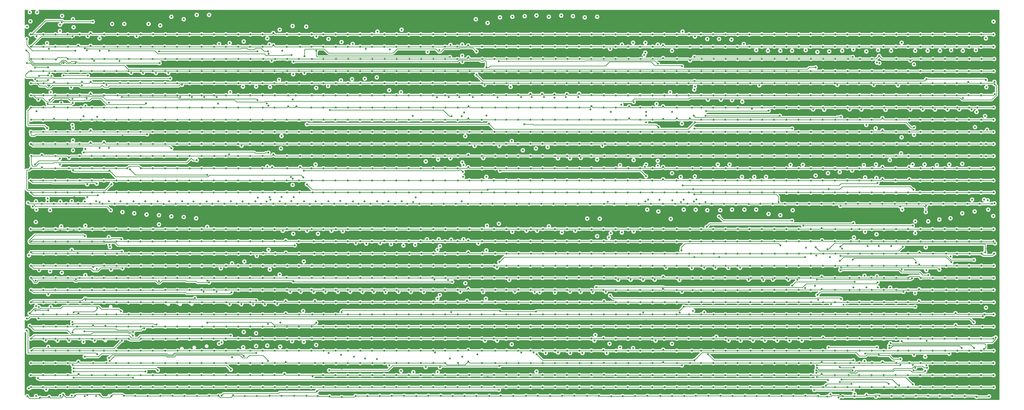
<source format=gbr>
%TF.GenerationSoftware,KiCad,Pcbnew,7.0.2*%
%TF.CreationDate,2024-01-05T22:36:10+05:30*%
%TF.ProjectId,matrixleddisplay,6d617472-6978-46c6-9564-646973706c61,rev?*%
%TF.SameCoordinates,Original*%
%TF.FileFunction,Copper,L2,Inr*%
%TF.FilePolarity,Positive*%
%FSLAX46Y46*%
G04 Gerber Fmt 4.6, Leading zero omitted, Abs format (unit mm)*
G04 Created by KiCad (PCBNEW 7.0.2) date 2024-01-05 22:36:10*
%MOMM*%
%LPD*%
G01*
G04 APERTURE LIST*
%TA.AperFunction,ViaPad*%
%ADD10C,0.800000*%
%TD*%
%TA.AperFunction,Conductor*%
%ADD11C,0.250000*%
%TD*%
G04 APERTURE END LIST*
D10*
%TO.N,VCC*%
X210820000Y-187198000D03*
X135890000Y-174498000D03*
X446262451Y-179339549D03*
X440182000Y-206502000D03*
X465890000Y-99210000D03*
X270764000Y-136906000D03*
X200406000Y-191516000D03*
X90424000Y-186436000D03*
X446278000Y-154686000D03*
X275423000Y-219115000D03*
X266192000Y-89662000D03*
X256248500Y-174688701D03*
X196600953Y-134658051D03*
X161544000Y-221488000D03*
X290830000Y-211582000D03*
X275844000Y-186690000D03*
X401066000Y-164592000D03*
X195133688Y-131770530D03*
X155702000Y-174244000D03*
X355854000Y-109220000D03*
X105664000Y-151638000D03*
X351282000Y-184912000D03*
X355600000Y-207010000D03*
X410718000Y-201676000D03*
X355600000Y-164592000D03*
X365760000Y-147828000D03*
X271272000Y-109728000D03*
X445770000Y-114300000D03*
X95758000Y-151892000D03*
X395732000Y-149606000D03*
X90424000Y-179832000D03*
X290830000Y-204470000D03*
X450850000Y-91440000D03*
X191008000Y-174498000D03*
X85090951Y-186453647D03*
X275590000Y-166624000D03*
X155702000Y-191516000D03*
X446278000Y-184912000D03*
X290576000Y-186944000D03*
X475250000Y-91740000D03*
X445770000Y-111252000D03*
X355092000Y-136652000D03*
X410718000Y-136652000D03*
X115570000Y-129032000D03*
X430530000Y-201676000D03*
X135890000Y-151130000D03*
X200660000Y-219710000D03*
X196596000Y-109982000D03*
X266192000Y-80010000D03*
X100584000Y-120650000D03*
X161541700Y-199646300D03*
X90424000Y-201422000D03*
X100584000Y-116586000D03*
X445516000Y-136906000D03*
X100584000Y-128824500D03*
X365760000Y-164592000D03*
X431292000Y-204724000D03*
X100497598Y-101178400D03*
X90170000Y-101600000D03*
X195580000Y-82042000D03*
X355689080Y-92184271D03*
X96712545Y-84836000D03*
%TO.N,GND*%
X176022000Y-89916000D03*
X190500000Y-201930000D03*
X265684000Y-201422000D03*
X101092000Y-139954000D03*
X81534000Y-184912000D03*
X255778000Y-96520000D03*
X110744000Y-89662000D03*
X430276000Y-206502000D03*
X346202000Y-169672000D03*
X110236000Y-126746000D03*
X335788000Y-190754000D03*
X395986000Y-170180000D03*
X95504000Y-184404000D03*
X431292000Y-219964000D03*
X186690000Y-84074000D03*
X475488000Y-171450000D03*
X470662000Y-109220000D03*
X95339455Y-153764500D03*
X470408000Y-151638000D03*
X186690000Y-88900000D03*
X466344000Y-109728000D03*
X470662000Y-154178000D03*
X90424000Y-109474000D03*
X475742000Y-176530000D03*
X85160194Y-211365500D03*
X96012000Y-209804000D03*
X340614000Y-169926000D03*
X110490000Y-111506000D03*
X88138000Y-67564000D03*
X265684000Y-185420000D03*
X95758000Y-191770000D03*
X475488000Y-166624000D03*
X85852000Y-94234000D03*
X81757701Y-63937701D03*
X475742000Y-161036000D03*
X95758000Y-145796000D03*
X155702000Y-91440000D03*
X120396000Y-184150000D03*
X120650000Y-135636000D03*
X85344000Y-200152000D03*
X451358000Y-154940000D03*
X91186000Y-134874000D03*
X185674000Y-215900000D03*
X395732000Y-151892000D03*
X100838000Y-74676000D03*
X479806000Y-222250000D03*
X196342000Y-194818000D03*
X85344000Y-151384000D03*
X465582000Y-115062000D03*
X445516000Y-211074000D03*
X130810000Y-145288000D03*
X81534000Y-179832000D03*
X201168000Y-85090000D03*
X415544000Y-220980000D03*
X175514000Y-211582000D03*
X475742000Y-129794000D03*
X81534000Y-94742000D03*
X465582000Y-101346000D03*
X441198000Y-139700000D03*
X205486000Y-170180000D03*
X475488000Y-146558000D03*
X90678000Y-216916000D03*
X85852000Y-115062000D03*
X475488000Y-156718000D03*
X90678000Y-94234000D03*
X345694000Y-110998000D03*
X215900000Y-216662000D03*
X265430000Y-132080000D03*
X100900545Y-153764500D03*
X315722000Y-204216000D03*
X110490000Y-130302000D03*
X460756000Y-95250000D03*
X115062000Y-76454000D03*
X270764000Y-213868000D03*
X420624000Y-148844000D03*
X120650000Y-165862000D03*
X470662000Y-149098000D03*
X120904000Y-114808000D03*
X355092000Y-143764000D03*
X95758000Y-130048000D03*
X455930000Y-160274000D03*
X471170000Y-184658000D03*
X110236000Y-101600000D03*
X345694000Y-184150000D03*
X265684000Y-165608000D03*
X130810000Y-123952000D03*
X426212000Y-100076000D03*
X195580000Y-201676000D03*
X95504000Y-172212000D03*
X195580000Y-216408000D03*
X340614000Y-148844000D03*
X345694000Y-161798000D03*
X110346955Y-108966000D03*
X451358000Y-204978000D03*
X210820000Y-210312000D03*
X191008000Y-194564000D03*
X85344000Y-160274000D03*
X455676000Y-134874000D03*
X460248000Y-116586000D03*
X95702350Y-100094050D03*
%TO.N,/COM1*%
X478420000Y-67770000D03*
X85840000Y-63924498D03*
%TO.N,/RED1-1*%
X85400000Y-141650000D03*
%TO.N,/GREEN1-1*%
X85598000Y-104648000D03*
%TO.N,/BLUE1-1*%
X82820000Y-63900000D03*
X90853701Y-88978299D03*
%TO.N,/COM2*%
X303340000Y-73020000D03*
X373430000Y-73040000D03*
X278450000Y-73020000D03*
X468450000Y-73040000D03*
X403340000Y-73030000D03*
X453390000Y-73040000D03*
X388440000Y-73030000D03*
X263300000Y-73020000D03*
X218430000Y-73030000D03*
X408470000Y-73030000D03*
X448420000Y-73040000D03*
X298390000Y-73020000D03*
X438550000Y-73030000D03*
X378206000Y-73040000D03*
X283340000Y-73020000D03*
X323280000Y-73040000D03*
X478370000Y-73040000D03*
X148430000Y-73030000D03*
X393410000Y-73030000D03*
X113390000Y-73040000D03*
X353400000Y-73040000D03*
X358370000Y-73040000D03*
X418390000Y-73030000D03*
X173410000Y-73030000D03*
X198540000Y-73030000D03*
X308440000Y-73020000D03*
X443280000Y-73040000D03*
X383300000Y-73030000D03*
X213390000Y-73030000D03*
X328420000Y-73040000D03*
X423340000Y-73030000D03*
X333390000Y-73040000D03*
X88410000Y-73040000D03*
X228450000Y-73030000D03*
X133420000Y-73040000D03*
X98420000Y-73040000D03*
X163330000Y-73030000D03*
X348450000Y-73040000D03*
X463320000Y-73040000D03*
X473400000Y-73040000D03*
X138530000Y-73030000D03*
X248420000Y-73030000D03*
X107837045Y-72547473D03*
X268440000Y-73020000D03*
X188430000Y-73030000D03*
X253430000Y-73030000D03*
X288470000Y-73020000D03*
X93380000Y-73040000D03*
X193440000Y-73030000D03*
X273410000Y-73020000D03*
X223320000Y-73030000D03*
X293420000Y-73020000D03*
X458430000Y-73040000D03*
X368420000Y-73040000D03*
X118887955Y-73040000D03*
X233400000Y-73030000D03*
X313450000Y-73020000D03*
X158440000Y-73030000D03*
X83270000Y-73040000D03*
X123310000Y-73040000D03*
X153400000Y-73030000D03*
X243320000Y-73030000D03*
X318262000Y-73020000D03*
X182819545Y-72470000D03*
X143290000Y-73030000D03*
X128410000Y-73040000D03*
X428440000Y-73030000D03*
X203280000Y-73030000D03*
X363320000Y-73040000D03*
X433450000Y-73030000D03*
X178380000Y-73030000D03*
X208420000Y-73030000D03*
X168460000Y-73030000D03*
X338430000Y-73040000D03*
X343320000Y-73040000D03*
X103310000Y-73040000D03*
X258318000Y-73030000D03*
X238370000Y-73030000D03*
X413420000Y-73030000D03*
X398450000Y-73030000D03*
X108712000Y-67818000D03*
%TO.N,/COM4*%
X353870455Y-83745857D03*
X138470000Y-83140000D03*
X83300000Y-83140000D03*
X268600000Y-83120000D03*
X293490000Y-83120000D03*
X288540000Y-83120000D03*
X468520000Y-83140000D03*
X388600000Y-83130000D03*
X418690000Y-83130000D03*
X358670000Y-83140000D03*
X413490000Y-83130000D03*
X93560500Y-83349500D03*
X408540000Y-83130000D03*
X158530000Y-83130000D03*
X123550000Y-83140000D03*
X193320000Y-83130000D03*
X143320000Y-83130000D03*
X133300000Y-83140000D03*
X403450000Y-83130000D03*
X98510000Y-83140000D03*
X203310000Y-83130000D03*
X188530000Y-83130000D03*
X393590000Y-83130000D03*
X438500000Y-83130000D03*
X298690000Y-83120000D03*
X103420000Y-83140000D03*
X463430000Y-83140000D03*
X444283500Y-83775857D03*
X233470000Y-83130000D03*
X213570000Y-83130000D03*
X373310000Y-83140000D03*
X308540000Y-83120000D03*
X108510000Y-83140000D03*
X148590000Y-83130000D03*
X238670000Y-83130000D03*
X431450500Y-81898104D03*
X208580000Y-83130000D03*
X128510000Y-83140000D03*
X253310000Y-83130000D03*
X363560000Y-83140000D03*
X328580000Y-83140000D03*
X423580000Y-83130000D03*
X283450000Y-83120000D03*
X458520000Y-83140000D03*
X218520000Y-83130000D03*
X153580000Y-83130000D03*
X318500000Y-83120000D03*
X398540000Y-83130000D03*
X348520000Y-83140000D03*
X338520000Y-83140000D03*
X118660000Y-83140000D03*
X342779545Y-82755500D03*
X88202760Y-83075240D03*
X262799545Y-82550000D03*
X453570000Y-83140000D03*
X223430000Y-83130000D03*
X273590000Y-83120000D03*
X198628000Y-83130000D03*
X313330000Y-83120000D03*
X258318000Y-83130000D03*
X173480000Y-83130000D03*
X473470000Y-83140000D03*
X428540000Y-83130000D03*
X248520000Y-83130000D03*
X278540000Y-83120000D03*
X163440000Y-83130000D03*
X168530000Y-83130000D03*
X448580000Y-83140000D03*
X478670000Y-83140000D03*
X323310000Y-83140000D03*
X243560000Y-83130000D03*
X378480000Y-83140000D03*
X178680000Y-83130000D03*
X113460000Y-83140000D03*
X228520000Y-83130000D03*
X368520000Y-83140000D03*
X333570000Y-83140000D03*
X383330000Y-83130000D03*
X303580000Y-83120000D03*
X183570000Y-83130000D03*
X136144000Y-84836000D03*
%TO.N,/COM3*%
X88440000Y-78090000D03*
X458490000Y-78090000D03*
X348390000Y-78090000D03*
X338490000Y-78090000D03*
X328450000Y-78090000D03*
X218490000Y-78080000D03*
X233280000Y-78080000D03*
X368320000Y-78090000D03*
X158500000Y-78080000D03*
X463300000Y-78090000D03*
X238410000Y-78080000D03*
X478410000Y-78090000D03*
X143320000Y-78080000D03*
X423270000Y-78080000D03*
X373230000Y-78090000D03*
X118897955Y-78090000D03*
X268470000Y-78070000D03*
X223300000Y-78080000D03*
X433250000Y-78080000D03*
X438404000Y-78080000D03*
X342769545Y-77470000D03*
X448450000Y-78090000D03*
X178420000Y-78080000D03*
X182799545Y-77470000D03*
X193860455Y-78080000D03*
X133220000Y-78090000D03*
X408410000Y-78080000D03*
X468390000Y-78090000D03*
X288410000Y-78070000D03*
X163310000Y-78080000D03*
X388470000Y-78080000D03*
X98480000Y-78090000D03*
X113270000Y-78090000D03*
X262789545Y-77561379D03*
X253230000Y-78080000D03*
X333370000Y-78090000D03*
X203310000Y-78080000D03*
X273910455Y-78070000D03*
X303270000Y-78070000D03*
X323310000Y-78090000D03*
X138194049Y-78071951D03*
X353850455Y-78090000D03*
X398510000Y-78080000D03*
X123240000Y-78090000D03*
X308340000Y-78070000D03*
X293300000Y-78070000D03*
X363250000Y-78090000D03*
X313250000Y-78070000D03*
X248320000Y-78080000D03*
X258318000Y-78080000D03*
X198460000Y-78080000D03*
X428340000Y-78080000D03*
X148460000Y-78080000D03*
X318470000Y-78070000D03*
X358410000Y-78090000D03*
X153380000Y-78080000D03*
X83300000Y-78090000D03*
X283320000Y-78070000D03*
X393390000Y-78080000D03*
X188330000Y-78080000D03*
X173290000Y-78080000D03*
X278510000Y-78070000D03*
X93360000Y-78090000D03*
X378214049Y-78081951D03*
X418430000Y-78080000D03*
X213370000Y-78080000D03*
X102759545Y-77722701D03*
X208450000Y-78080000D03*
X228390000Y-78080000D03*
X403320000Y-78080000D03*
X243250000Y-78080000D03*
X107815299Y-77723201D03*
X168400000Y-78080000D03*
X128310000Y-78090000D03*
X453370000Y-78090000D03*
X413300000Y-78080000D03*
X383330000Y-78080000D03*
X473280000Y-78090000D03*
X298430000Y-78070000D03*
X443310000Y-78090000D03*
X100409500Y-73764500D03*
%TO.N,/COM5*%
X423380000Y-88120000D03*
X293420000Y-88110000D03*
X298510000Y-88110000D03*
X108350000Y-88130000D03*
X473400000Y-88130000D03*
X443370000Y-88130000D03*
X183370000Y-88120000D03*
X188520000Y-88120000D03*
X98430000Y-88130000D03*
X433310000Y-88120000D03*
X253290000Y-88120000D03*
X338440000Y-88130000D03*
X118480000Y-88130000D03*
X458440000Y-88130000D03*
X398460000Y-88120000D03*
X178500000Y-88120000D03*
X198610000Y-88120000D03*
X393480000Y-88120000D03*
X453460000Y-88130000D03*
X363360000Y-88130000D03*
X168370000Y-88120000D03*
X408380000Y-88120000D03*
X88450000Y-88130000D03*
X438404000Y-88120000D03*
X368510000Y-88130000D03*
X333460000Y-88130000D03*
X123350000Y-88130000D03*
X83360000Y-88130000D03*
X173410000Y-88120000D03*
X228360000Y-88120000D03*
X478490000Y-88130000D03*
X138430000Y-88130000D03*
X128500000Y-88130000D03*
X378460000Y-88130000D03*
X208460000Y-88120000D03*
X373290000Y-88130000D03*
X353400000Y-88130000D03*
X93220299Y-88135701D03*
X278460000Y-88110000D03*
X328460000Y-88130000D03*
X318620000Y-88110000D03*
X323370000Y-88130000D03*
X358490000Y-88130000D03*
X268480000Y-88110000D03*
X308530000Y-88110000D03*
X263390000Y-88110000D03*
X468360000Y-88130000D03*
X283464000Y-88110000D03*
X388480000Y-88120000D03*
X203370000Y-88120000D03*
X313310000Y-88110000D03*
X223370000Y-88120000D03*
X153470000Y-88120000D03*
X303380000Y-88110000D03*
X158450000Y-88120000D03*
X218440000Y-88120000D03*
X413420000Y-88120000D03*
X428530000Y-88120000D03*
X143380000Y-88120000D03*
X163380000Y-88120000D03*
X463370000Y-88130000D03*
X213460000Y-88120000D03*
X273558000Y-88110000D03*
X233400000Y-88120000D03*
X403390000Y-88120000D03*
X133280000Y-88130000D03*
X113390000Y-88130000D03*
X348360000Y-88130000D03*
X383390000Y-88120000D03*
X103840455Y-88130000D03*
X288380000Y-88110000D03*
X248510000Y-88120000D03*
X448460000Y-88130000D03*
X148470000Y-88120000D03*
X238490000Y-88120000D03*
X343370000Y-88130000D03*
X243360000Y-88120000D03*
X418510000Y-88120000D03*
X193300000Y-88120000D03*
X258600000Y-88120000D03*
X140499500Y-91190299D03*
%TO.N,/COM6*%
X223340000Y-93080000D03*
X208510000Y-93080000D03*
X268530000Y-93070000D03*
X148520000Y-93080000D03*
X258600000Y-93080000D03*
X468035000Y-92635000D03*
X203380000Y-93080000D03*
X383400000Y-93080000D03*
X88500000Y-93090000D03*
X107837045Y-92489023D03*
X233250000Y-93080000D03*
X168500000Y-93080000D03*
X463340000Y-93090000D03*
X398530000Y-93080000D03*
X443380000Y-93090000D03*
X453450000Y-93090000D03*
X433430000Y-93080000D03*
X473250000Y-93090000D03*
X458510000Y-93090000D03*
X343340000Y-93090000D03*
X363200000Y-93090000D03*
X353250000Y-93090000D03*
X104235500Y-92525269D03*
X298460000Y-93070000D03*
X413270000Y-93080000D03*
X138430000Y-93090000D03*
X293270000Y-93070000D03*
X98500000Y-93090000D03*
X133400000Y-93090000D03*
X273470000Y-93070000D03*
X438404000Y-93080000D03*
X173260000Y-93080000D03*
X368201049Y-93058951D03*
X143390000Y-93080000D03*
X303220000Y-93070000D03*
X388530000Y-93080000D03*
X92829545Y-92667701D03*
X178450000Y-93080000D03*
X278530000Y-93070000D03*
X288510000Y-93070000D03*
X358440000Y-93090000D03*
X338510000Y-93090000D03*
X228490000Y-93080000D03*
X318262000Y-93070000D03*
X408510000Y-93080000D03*
X198628000Y-93090000D03*
X113240000Y-93090000D03*
X478780000Y-92538062D03*
X218510000Y-93080000D03*
X248201049Y-93048951D03*
X283360000Y-93070000D03*
X158520000Y-93080000D03*
X308221049Y-93038951D03*
X128191049Y-93058951D03*
X238440000Y-93080000D03*
X123190000Y-93090000D03*
X183210000Y-93080000D03*
X253410000Y-93080000D03*
X403360000Y-93080000D03*
X193420000Y-93080000D03*
X428221049Y-93048951D03*
X333450000Y-93090000D03*
X188211049Y-93048951D03*
X163350000Y-93080000D03*
X313430000Y-93070000D03*
X448510000Y-93090000D03*
X393470000Y-93080000D03*
X423220000Y-93080000D03*
X373410000Y-93090000D03*
X153460000Y-93080000D03*
X348490000Y-93090000D03*
X328510000Y-93090000D03*
X418460000Y-93080000D03*
X213450000Y-93080000D03*
X83370000Y-93090000D03*
X243200000Y-93080000D03*
X378600000Y-93090000D03*
X323380000Y-93090000D03*
X119925500Y-93053172D03*
X263400000Y-93070000D03*
X145299455Y-93726000D03*
%TO.N,/COM8*%
X183340000Y-103100000D03*
X463470000Y-103110000D03*
X158460000Y-103100000D03*
X138520000Y-103100000D03*
X423350000Y-103100000D03*
X103840455Y-103110000D03*
X83340000Y-103110000D03*
X88460000Y-103110000D03*
X192282299Y-102611701D03*
X408440000Y-103100000D03*
X398470000Y-103100000D03*
X388490000Y-103100000D03*
X433500000Y-103100000D03*
X178490000Y-103100000D03*
X354584000Y-103110000D03*
X273920455Y-103090000D03*
X262893000Y-102613000D03*
X153490000Y-103100000D03*
X453480000Y-103110000D03*
X243330000Y-103100000D03*
X373480000Y-103110000D03*
X313369245Y-102521371D03*
X383370000Y-103100000D03*
X228420000Y-103100000D03*
X471778500Y-103110000D03*
X413350000Y-103100000D03*
X148480000Y-103100000D03*
X418500000Y-103100000D03*
X203350000Y-103100000D03*
X438540000Y-103100000D03*
X428500000Y-103100000D03*
X308500000Y-103090000D03*
X458450000Y-103110000D03*
X342779545Y-102603701D03*
X443350000Y-103110000D03*
X328907955Y-102616000D03*
X108410000Y-103110000D03*
X258530000Y-103099500D03*
X123320000Y-103110000D03*
X128470000Y-103110000D03*
X318341045Y-103090000D03*
X303350000Y-103090000D03*
X188937955Y-102616000D03*
X208470000Y-103100000D03*
X89996049Y-111586049D03*
X98440000Y-103110000D03*
X478480000Y-103110000D03*
X168430000Y-103100000D03*
X143360000Y-103100000D03*
X368480000Y-103110000D03*
X133470000Y-103110000D03*
X348420000Y-103110000D03*
X268490000Y-103090000D03*
X113320000Y-103110000D03*
X338450000Y-103110000D03*
X293350000Y-103090000D03*
X233330000Y-103100000D03*
X358480000Y-103110000D03*
X448470000Y-103110000D03*
X393500000Y-103100000D03*
X283490000Y-103090000D03*
X363330000Y-103110000D03*
X118470000Y-103110000D03*
X333480000Y-103110000D03*
X248480000Y-103100000D03*
X403490000Y-103100000D03*
X298500000Y-103090000D03*
X379222000Y-103632000D03*
X213480000Y-103100000D03*
X238480000Y-103100000D03*
X198374000Y-103100000D03*
X323350000Y-103110000D03*
X223470000Y-103100000D03*
X173340000Y-103100000D03*
X253480000Y-103100000D03*
X278470000Y-103090000D03*
X92832299Y-102747701D03*
X468420000Y-103110000D03*
X163480000Y-103100000D03*
X218450000Y-103100000D03*
X288440000Y-103090000D03*
%TO.N,/COM7*%
X208420000Y-98060000D03*
X153350000Y-98060000D03*
X313350000Y-98050000D03*
X103320000Y-98070000D03*
X238380000Y-98060000D03*
X393360000Y-98060000D03*
X413370000Y-98060000D03*
X353350000Y-98070000D03*
X308283576Y-97391723D03*
X408400000Y-98060000D03*
X218400000Y-98060000D03*
X423400000Y-98060000D03*
X418400000Y-98060000D03*
X178390000Y-98060000D03*
X88410000Y-98070000D03*
X363380000Y-98070000D03*
X192024000Y-98060000D03*
X278420000Y-98050000D03*
X248380000Y-98060000D03*
X123370000Y-98070000D03*
X403350000Y-98060000D03*
X228380000Y-98060000D03*
X383380000Y-98060000D03*
X198628000Y-98070000D03*
X458400000Y-98070000D03*
X253330000Y-98060000D03*
X133320000Y-98070000D03*
X173360000Y-98060000D03*
X298196000Y-97790000D03*
X143370000Y-98060000D03*
X163340000Y-98060000D03*
X268440000Y-98050000D03*
X223330000Y-98060000D03*
X478907955Y-97590000D03*
X188927955Y-98060000D03*
X303276000Y-97536000D03*
X263380000Y-98050000D03*
X348380000Y-98070000D03*
X183390000Y-98060000D03*
X273360000Y-98050000D03*
X288290000Y-97536000D03*
X463330000Y-98070000D03*
X258318000Y-98044000D03*
X328420000Y-98070000D03*
X158410000Y-98060000D03*
X388440000Y-98060000D03*
X438460000Y-98060000D03*
X428400000Y-98060000D03*
X333340000Y-98070000D03*
X338400000Y-98070000D03*
X107827045Y-97429500D03*
X368380000Y-98070000D03*
X318480000Y-98070000D03*
X83350000Y-98070000D03*
X128370000Y-98070000D03*
X243380000Y-98060000D03*
X373330000Y-98070000D03*
X203360000Y-98060000D03*
X468113348Y-98011250D03*
X168390000Y-98060000D03*
X443360000Y-98070000D03*
X113340000Y-98070000D03*
X323360000Y-98070000D03*
X213340000Y-98060000D03*
X433350000Y-98060000D03*
X138430000Y-98070000D03*
X473350000Y-98070000D03*
X398420000Y-98060000D03*
X453340000Y-98070000D03*
X233350000Y-98060000D03*
X98390000Y-98070000D03*
X358380000Y-98070000D03*
X378470000Y-98060000D03*
X343330000Y-98070000D03*
X118897955Y-98070000D03*
X293116000Y-97536000D03*
X283350000Y-98050000D03*
X93330000Y-98070000D03*
X448420000Y-98070000D03*
X148430000Y-98060000D03*
X130556000Y-101346000D03*
%TO.N,/COM9*%
X128320000Y-108130000D03*
X203460000Y-108120000D03*
X428350000Y-108120000D03*
X83450000Y-108130000D03*
X133360000Y-108130000D03*
X432819545Y-107442000D03*
X478410000Y-108130000D03*
X228300000Y-108120000D03*
X153360000Y-108120000D03*
X423510000Y-108120000D03*
X458400000Y-108130000D03*
X193380000Y-108120000D03*
X408320000Y-108120000D03*
X233400000Y-108120000D03*
X108290000Y-108130000D03*
X143470000Y-108120000D03*
X342883000Y-107713000D03*
X138450000Y-108130000D03*
X403320000Y-108120000D03*
X198470000Y-108120000D03*
X328879459Y-107566558D03*
X88320000Y-108130000D03*
X373370000Y-108130000D03*
X208330000Y-108120000D03*
X363490000Y-108130000D03*
X378714000Y-108130000D03*
X92829545Y-107655701D03*
X383480000Y-108120000D03*
X313390000Y-108110000D03*
X213350000Y-108120000D03*
X113390000Y-108130000D03*
X298430000Y-108110000D03*
X178420000Y-108120000D03*
X118400000Y-108130000D03*
X183500000Y-108120000D03*
X173410000Y-108120000D03*
X123480000Y-108130000D03*
X318480000Y-108110000D03*
X393370000Y-108120000D03*
X443850455Y-108130000D03*
X358410000Y-108130000D03*
X258460000Y-108166500D03*
X168310000Y-108120000D03*
X388350000Y-108120000D03*
X158410000Y-108120000D03*
X223300000Y-108120000D03*
X243490000Y-108120000D03*
X278420000Y-108110000D03*
X273920455Y-108110000D03*
X288320000Y-108110000D03*
X253370000Y-108120000D03*
X303510000Y-108110000D03*
X103840455Y-108130000D03*
X448330000Y-108130000D03*
X238410000Y-108120000D03*
X163310000Y-108120000D03*
X453350000Y-108130000D03*
X188340000Y-108120000D03*
X348469141Y-107497639D03*
X333350000Y-108130000D03*
X248330000Y-108120000D03*
X413420000Y-108120000D03*
X98390000Y-108130000D03*
X268350000Y-108110000D03*
X148340000Y-108120000D03*
X463300000Y-108130000D03*
X262809545Y-107608701D03*
X418430000Y-108120000D03*
X368330000Y-108130000D03*
X438480000Y-108120000D03*
X338400000Y-108130000D03*
X323460000Y-108130000D03*
X353784701Y-107538062D03*
X283320000Y-108110000D03*
X473400000Y-108130000D03*
X308350000Y-108110000D03*
X293420000Y-108110000D03*
X398420000Y-108120000D03*
X218400000Y-108120000D03*
X468300000Y-108130000D03*
%TO.N,/COM10*%
X148470000Y-113110000D03*
X373320000Y-113120000D03*
X278400000Y-113100000D03*
X418390000Y-113110000D03*
X113300000Y-113120000D03*
X463480000Y-113120000D03*
X258540000Y-113110000D03*
X308360000Y-113100000D03*
X333570000Y-113120000D03*
X403500000Y-113110000D03*
X443850455Y-113120000D03*
X348410000Y-113120000D03*
X158390000Y-113110000D03*
X98370000Y-113120000D03*
X208460000Y-113110000D03*
X118872000Y-113120000D03*
X173320000Y-113110000D03*
X298390000Y-113100000D03*
X458380000Y-113120000D03*
X473310000Y-113120000D03*
X423340000Y-113110000D03*
X453570000Y-113120000D03*
X303340000Y-113100000D03*
X353310000Y-113120000D03*
X183330000Y-113110000D03*
X338380000Y-113120000D03*
X228410000Y-113110000D03*
X363320000Y-113120000D03*
X198550000Y-113110000D03*
X168420000Y-113110000D03*
X138430000Y-113120000D03*
X193330000Y-113110000D03*
X318560000Y-113100000D03*
X248340000Y-113110000D03*
X93560000Y-113120000D03*
X178380000Y-113110000D03*
X128330000Y-113120000D03*
X313340000Y-113100000D03*
X83300000Y-113120000D03*
X388480000Y-113110000D03*
X218380000Y-113110000D03*
X188350000Y-113110000D03*
X203310000Y-113110000D03*
X273590000Y-113100000D03*
X323310000Y-113120000D03*
X213570000Y-113110000D03*
X253320000Y-113110000D03*
X383330000Y-113110000D03*
X378540000Y-113120000D03*
X368340000Y-113120000D03*
X263330000Y-113100000D03*
X130993954Y-114088069D03*
X398400000Y-113110000D03*
X153580000Y-113110000D03*
X413330000Y-113110000D03*
X88450000Y-113120000D03*
X448460000Y-113120000D03*
X123310000Y-113120000D03*
X243320000Y-113110000D03*
X288430000Y-113100000D03*
X238370000Y-113110000D03*
X283500000Y-113100000D03*
X428360000Y-113110000D03*
X133310000Y-113120000D03*
X223480000Y-113110000D03*
X478370000Y-113120000D03*
X432819545Y-112540000D03*
X107837045Y-112460000D03*
X163490000Y-113110000D03*
X328460000Y-113120000D03*
X143320000Y-113110000D03*
X268480000Y-113100000D03*
X468410000Y-113120000D03*
X358370000Y-113120000D03*
X393590000Y-113110000D03*
X343480000Y-113120000D03*
X438404000Y-113110000D03*
X408430000Y-113110000D03*
X233310000Y-113110000D03*
X103470000Y-113120000D03*
X293330000Y-113100000D03*
%TO.N,/COM12*%
X468350000Y-123020000D03*
X108340000Y-123020000D03*
X308430000Y-123000000D03*
X213430000Y-123010000D03*
X233320000Y-123010000D03*
X238420000Y-123010000D03*
X258572000Y-123010000D03*
X243380000Y-123010000D03*
X383500000Y-123010000D03*
X123370000Y-123020000D03*
X475309455Y-123075000D03*
X363380000Y-123020000D03*
X83470000Y-123020000D03*
X418440000Y-123010000D03*
X288370000Y-123000000D03*
X393450000Y-123010000D03*
X413340000Y-123010000D03*
X98947955Y-123698000D03*
X343290000Y-123020000D03*
X262809545Y-122601701D03*
X333430000Y-123020000D03*
X182819545Y-122428000D03*
X408370000Y-123010000D03*
X428430000Y-123010000D03*
X163300000Y-123010000D03*
X158580000Y-123010000D03*
X373300000Y-123020000D03*
X153440000Y-123010000D03*
X218570000Y-123010000D03*
X103280000Y-123020000D03*
X283310000Y-123000000D03*
X113310000Y-123020000D03*
X293340000Y-123000000D03*
X358420000Y-123020000D03*
X173330000Y-123010000D03*
X388430000Y-123010000D03*
X253300000Y-123010000D03*
X478420000Y-123020000D03*
X313320000Y-123000000D03*
X278590000Y-123000000D03*
X303400000Y-123000000D03*
X458570000Y-123020000D03*
X87837045Y-122599951D03*
X223290000Y-123010000D03*
X193870455Y-123010000D03*
X328410000Y-123020000D03*
X188420000Y-123010000D03*
X151384000Y-124714000D03*
X228350000Y-123010000D03*
X198628000Y-123010000D03*
X443480000Y-123020000D03*
X433320000Y-123010000D03*
X203480000Y-123010000D03*
X318730000Y-123020000D03*
X353320000Y-123020000D03*
X463290000Y-123020000D03*
X368410000Y-123020000D03*
X475759455Y-112230500D03*
X137922000Y-123020000D03*
X143490000Y-123010000D03*
X453430000Y-123020000D03*
X128400000Y-123020000D03*
X448410000Y-123020000D03*
X133290000Y-123020000D03*
X338570000Y-123020000D03*
X473320000Y-123020000D03*
X298440000Y-123000000D03*
X148420000Y-123010000D03*
X403310000Y-123010000D03*
X268430000Y-123000000D03*
X248410000Y-123010000D03*
X93420000Y-123020000D03*
X378460000Y-123020000D03*
X178430000Y-123010000D03*
X273920455Y-123000000D03*
X423400000Y-123010000D03*
X438404000Y-123010000D03*
X348350000Y-123020000D03*
X118410000Y-123020000D03*
X398590000Y-123010000D03*
X323480000Y-123020000D03*
X168360000Y-123010000D03*
X208410000Y-123010000D03*
%TO.N,/COM11*%
X273340000Y-118030000D03*
X153330000Y-118040000D03*
X343230000Y-118050000D03*
X443320000Y-118050000D03*
X233270000Y-118040000D03*
X193370000Y-118040000D03*
X333320000Y-118050000D03*
X173280000Y-118040000D03*
X138430000Y-118050000D03*
X358400000Y-118050000D03*
X107837045Y-117602000D03*
X258600000Y-118040000D03*
X474934599Y-106579999D03*
X403250000Y-118040000D03*
X223230000Y-118040000D03*
X213320000Y-118040000D03*
X183430000Y-118040000D03*
X323320000Y-118050000D03*
X328380000Y-118050000D03*
X208380000Y-118040000D03*
X383340000Y-118040000D03*
X303440000Y-118030000D03*
X475309455Y-118050000D03*
X228360000Y-118040000D03*
X378600000Y-118050000D03*
X393340000Y-118040000D03*
X293290000Y-118030000D03*
X458340000Y-118050000D03*
X478400000Y-118050000D03*
X473270000Y-118050000D03*
X433380000Y-118040000D03*
X143330000Y-118040000D03*
X140970000Y-119888000D03*
X313380000Y-118030000D03*
X198610000Y-118040000D03*
X218340000Y-118040000D03*
X388400000Y-118040000D03*
X368450000Y-118050000D03*
X178410000Y-118040000D03*
X93310000Y-118050000D03*
X133350000Y-118050000D03*
X188460000Y-118040000D03*
X448380000Y-118050000D03*
X253360000Y-118040000D03*
X413290000Y-118040000D03*
X438658000Y-118040000D03*
X418420000Y-118040000D03*
X408380000Y-118040000D03*
X163240000Y-118040000D03*
X103220000Y-118050000D03*
X113271002Y-117366235D03*
X363420000Y-118050000D03*
X268400000Y-118030000D03*
X148390000Y-118040000D03*
X203320000Y-118040000D03*
X123410000Y-118050000D03*
X128440000Y-118050000D03*
X298420000Y-118030000D03*
X463230000Y-118050000D03*
X318937955Y-118050000D03*
X453320000Y-118050000D03*
X248450000Y-118040000D03*
X118872000Y-118050000D03*
X338340000Y-118050000D03*
X88370000Y-118050000D03*
X243420000Y-118040000D03*
X348360000Y-118050000D03*
X353270000Y-118050000D03*
X158350000Y-118040000D03*
X423440000Y-118040000D03*
X373360000Y-118050000D03*
X98330000Y-118050000D03*
X308470000Y-118030000D03*
X263340000Y-118030000D03*
X428470000Y-118040000D03*
X168370000Y-118040000D03*
X398360000Y-118040000D03*
X83310000Y-118050000D03*
X278360000Y-118030000D03*
X283250000Y-118030000D03*
X288380000Y-118030000D03*
X468360000Y-118050000D03*
X238400000Y-118040000D03*
%TO.N,/COM13*%
X408490000Y-128090000D03*
X228470000Y-128090000D03*
X198480000Y-128090000D03*
X253340000Y-128090000D03*
X468470000Y-128100000D03*
X243360000Y-128090000D03*
X338460000Y-128100000D03*
X213370000Y-128090000D03*
X393390000Y-128090000D03*
X423380000Y-128090000D03*
X188500000Y-128090000D03*
X473320000Y-128100000D03*
X383390000Y-128090000D03*
X354875500Y-128099500D03*
X143380000Y-128090000D03*
X116332000Y-134620000D03*
X218460000Y-128090000D03*
X148510000Y-128090000D03*
X273920455Y-128080000D03*
X443738000Y-127528062D03*
X342789545Y-127508000D03*
X262809545Y-127620894D03*
X478330000Y-128100000D03*
X432819545Y-127508000D03*
X173330000Y-128090000D03*
X438206050Y-128033950D03*
X398480000Y-128090000D03*
X133330000Y-128100000D03*
X208500000Y-128090000D03*
X363360000Y-128100000D03*
X373340000Y-128100000D03*
X93360000Y-128100000D03*
X163440000Y-128090000D03*
X308510000Y-128080000D03*
X328500000Y-128100000D03*
X98947955Y-128100000D03*
X278480000Y-128080000D03*
X403450000Y-128090000D03*
X463430000Y-128100000D03*
X238330000Y-128090000D03*
X158470000Y-128090000D03*
X223430000Y-128090000D03*
X118320000Y-128100000D03*
X333370000Y-128100000D03*
X83360000Y-128100000D03*
X182319747Y-127553500D03*
X258460000Y-128100000D03*
X283450000Y-128080000D03*
X313360000Y-128080000D03*
X378450000Y-128100000D03*
X108460000Y-128100000D03*
X348470000Y-128100000D03*
X248490000Y-128090000D03*
X413340000Y-128090000D03*
X128480000Y-128100000D03*
X358330000Y-128100000D03*
X138450000Y-128110000D03*
X418350000Y-128090000D03*
X193849017Y-127533616D03*
X368490000Y-128100000D03*
X153380000Y-128090000D03*
X178340000Y-128090000D03*
X323370000Y-128100000D03*
X122799545Y-128100000D03*
X233320000Y-128090000D03*
X453370000Y-128100000D03*
X458460000Y-128100000D03*
X268520000Y-128080000D03*
X87837045Y-127639951D03*
X103420000Y-128100000D03*
X168480000Y-128090000D03*
X428510000Y-128090000D03*
X288490000Y-128080000D03*
X113310000Y-128100000D03*
X303380000Y-128080000D03*
X448500000Y-128100000D03*
X203370000Y-128090000D03*
X298350000Y-128080000D03*
X318470000Y-128080000D03*
X388520000Y-128090000D03*
X293340000Y-128080000D03*
%TO.N,/COM14*%
X110346955Y-134366000D03*
X423290000Y-133040000D03*
X83230000Y-133050000D03*
X293290000Y-133030000D03*
X373330000Y-133050000D03*
X268340000Y-133030000D03*
X478360000Y-133050000D03*
X218380000Y-133040000D03*
X438176049Y-133013951D03*
X458380000Y-133050000D03*
X318560000Y-133030000D03*
X443850455Y-132588000D03*
X358360000Y-133050000D03*
X158390000Y-133040000D03*
X188350000Y-133040000D03*
X328320000Y-133050000D03*
X428360000Y-133040000D03*
X133320000Y-133050000D03*
X353860455Y-133050000D03*
X98370000Y-133050000D03*
X418380000Y-133040000D03*
X278400000Y-133030000D03*
X153360000Y-133040000D03*
X303290000Y-133030000D03*
X203240000Y-133040000D03*
X413290000Y-133040000D03*
X363270000Y-133050000D03*
X298380000Y-133030000D03*
X118350000Y-133050000D03*
X178370000Y-133040000D03*
X183280000Y-133040000D03*
X223410000Y-133040000D03*
X383260000Y-133040000D03*
X263260000Y-133030000D03*
X473270000Y-133050000D03*
X248340000Y-133040000D03*
X143250000Y-133040000D03*
X388340000Y-133040000D03*
X308360000Y-133030000D03*
X138530000Y-133050000D03*
X393370000Y-133040000D03*
X198550000Y-133040000D03*
X368340000Y-133050000D03*
X342789545Y-132588000D03*
X193340000Y-133040000D03*
X113260000Y-133050000D03*
X123260000Y-133050000D03*
X163420000Y-133040000D03*
X128330000Y-133050000D03*
X93340000Y-133050000D03*
X448320000Y-133050000D03*
X208320000Y-133040000D03*
X453350000Y-133050000D03*
X238360000Y-133040000D03*
X378540000Y-133050000D03*
X273370000Y-133030000D03*
X432819545Y-132460000D03*
X88310000Y-133050000D03*
X313350000Y-133030000D03*
X283430000Y-133030000D03*
X233270000Y-133040000D03*
X148330000Y-133040000D03*
X103400000Y-133050000D03*
X108290000Y-133050000D03*
X468300000Y-133050000D03*
X408320000Y-133040000D03*
X253330000Y-133040000D03*
X348300000Y-133050000D03*
X173280000Y-133040000D03*
X228300000Y-133040000D03*
X323240000Y-133050000D03*
X243270000Y-133040000D03*
X168310000Y-133040000D03*
X398400000Y-133040000D03*
X403430000Y-133040000D03*
X258572000Y-133040000D03*
X213350000Y-133040000D03*
X463410000Y-133050000D03*
X338380000Y-133050000D03*
X333350000Y-133050000D03*
X288320000Y-133030000D03*
%TO.N,/COM16*%
X307760000Y-142650000D03*
X392770000Y-142660000D03*
X242780000Y-142660000D03*
X277810000Y-142650000D03*
X112740000Y-142670000D03*
X207780000Y-142660000D03*
X387800000Y-142660000D03*
X177770000Y-142660000D03*
X197790000Y-142710500D03*
X362780000Y-142670000D03*
X187750000Y-142660000D03*
X127730000Y-142670000D03*
X297780000Y-142650000D03*
X137780000Y-142680000D03*
X457790000Y-142670000D03*
X432770000Y-142660000D03*
X327780000Y-142670000D03*
X367740000Y-142670000D03*
X437896000Y-142670000D03*
X347750000Y-142670000D03*
X402740000Y-142660000D03*
X422800000Y-142660000D03*
X142750000Y-142660000D03*
X232750000Y-142660000D03*
X132740000Y-142670000D03*
X267800000Y-142650000D03*
X397810000Y-142660000D03*
X318516000Y-142660000D03*
X217790000Y-142660000D03*
X472750000Y-142670000D03*
X212750000Y-142660000D03*
X452750000Y-142670000D03*
X382760000Y-142660000D03*
X87770000Y-142670000D03*
X352750000Y-142670000D03*
X427760000Y-142660000D03*
X447780000Y-142670000D03*
X247740000Y-142660000D03*
X462720000Y-142670000D03*
X157800000Y-142660000D03*
X467750000Y-142670000D03*
X302800000Y-142650000D03*
X252750000Y-142660000D03*
X287770000Y-142650000D03*
X152760000Y-142660000D03*
X116078000Y-145288000D03*
X312770000Y-142650000D03*
X262760000Y-142650000D03*
X357760000Y-142670000D03*
X82150500Y-142240000D03*
X227750000Y-142660000D03*
X322740000Y-142670000D03*
X167760000Y-142660000D03*
X477760000Y-142670000D03*
X102710000Y-142670000D03*
X117750000Y-142670000D03*
X237760000Y-142660000D03*
X122770000Y-142670000D03*
X292770000Y-142650000D03*
X337790000Y-142670000D03*
X377952000Y-142680000D03*
X192760000Y-142660000D03*
X162730000Y-142660000D03*
X172760000Y-142660000D03*
X417780000Y-142660000D03*
X332750000Y-142670000D03*
X372750000Y-142670000D03*
X407770000Y-142660000D03*
X442740000Y-142670000D03*
X342720000Y-142670000D03*
X412770000Y-142660000D03*
X282740000Y-142650000D03*
X97780000Y-142670000D03*
X92740000Y-142670000D03*
X222720000Y-142660000D03*
X202740000Y-142660000D03*
X272770000Y-142650000D03*
X182790000Y-142660000D03*
X107740000Y-142670000D03*
X147790000Y-142660000D03*
X257790000Y-142670000D03*
%TO.N,/COM15*%
X473300000Y-138010000D03*
X253400000Y-138000000D03*
X468400000Y-138010000D03*
X363400000Y-138010000D03*
X378370000Y-138010000D03*
X173310000Y-138000000D03*
X103380000Y-138010000D03*
X293320000Y-137990000D03*
X98310000Y-138010000D03*
X273510000Y-137990000D03*
X108390000Y-138010000D03*
X268300000Y-137990000D03*
X93480000Y-138010000D03*
X153500000Y-138000000D03*
X463390000Y-138010000D03*
X168410000Y-138000000D03*
X263370000Y-137990000D03*
X383370000Y-138000000D03*
X188400000Y-138000000D03*
X313420000Y-137990000D03*
X478450000Y-138010000D03*
X338320000Y-138010000D03*
X203350000Y-138000000D03*
X233300000Y-138000000D03*
X443350000Y-138010000D03*
X163400000Y-138000000D03*
X123390000Y-138010000D03*
X118440000Y-138010000D03*
X413320000Y-138000000D03*
X218320000Y-138000000D03*
X403410000Y-138000000D03*
X113290000Y-138010000D03*
X88270000Y-138010000D03*
X128380000Y-138010000D03*
X198882000Y-138000000D03*
X148290000Y-138000000D03*
X408420000Y-138000000D03*
X428410000Y-138000000D03*
X238450000Y-138000000D03*
X228400000Y-138000000D03*
X373400000Y-138010000D03*
X298470000Y-137990000D03*
X358450000Y-138010000D03*
X303420000Y-137990000D03*
X133390000Y-138010000D03*
X398340000Y-138000000D03*
X248390000Y-138000000D03*
X223390000Y-138000000D03*
X343390000Y-138010000D03*
X448280000Y-138010000D03*
X258318000Y-138000000D03*
X318516000Y-137990000D03*
X418470000Y-138000000D03*
X423420000Y-138000000D03*
X438390000Y-138000000D03*
X193548000Y-138000000D03*
X458320000Y-138010000D03*
X183410000Y-138000000D03*
X333490000Y-138010000D03*
X283410000Y-137990000D03*
X178460000Y-138000000D03*
X348400000Y-138010000D03*
X393510000Y-138000000D03*
X323350000Y-138010000D03*
X278340000Y-137990000D03*
X213490000Y-138000000D03*
X353300000Y-138010000D03*
X208280000Y-138000000D03*
X110744000Y-139192000D03*
X158330000Y-138000000D03*
X83340000Y-138010000D03*
X328280000Y-138010000D03*
X143360000Y-138000000D03*
X388300000Y-138000000D03*
X138342000Y-138010000D03*
X243400000Y-138000000D03*
X433420000Y-138000000D03*
X453490000Y-138010000D03*
X368390000Y-138010000D03*
X308410000Y-137990000D03*
X288420000Y-137990000D03*
%TO.N,/COM17*%
X84074000Y-143764000D03*
X478300000Y-147650000D03*
%TO.N,/COM18*%
X353860455Y-153040000D03*
X358390000Y-153040000D03*
X183350000Y-153030000D03*
X243340000Y-153030000D03*
X98440000Y-153040000D03*
X83290000Y-153040000D03*
X218450000Y-153030000D03*
X378206000Y-153040000D03*
X103330000Y-153040000D03*
X323300000Y-153040000D03*
X398470000Y-153030000D03*
X133440000Y-153040000D03*
X108460000Y-153040000D03*
X178400000Y-153030000D03*
X293440000Y-153020000D03*
X193460000Y-153030000D03*
X208440000Y-153030000D03*
X158460000Y-153030000D03*
X113410000Y-153040000D03*
X333410000Y-153040000D03*
X173430000Y-153030000D03*
X313470000Y-153020000D03*
X463340000Y-153040000D03*
X288490000Y-153020000D03*
X198560000Y-153030000D03*
X238390000Y-153030000D03*
X138552000Y-153030000D03*
X233420000Y-153030000D03*
X443300000Y-153040000D03*
X163350000Y-153030000D03*
X153420000Y-153030000D03*
X407887045Y-152590951D03*
X143310000Y-153030000D03*
X228470000Y-153030000D03*
X478390000Y-153040000D03*
X403360000Y-153030000D03*
X123330000Y-153040000D03*
X93400000Y-153040000D03*
X420116000Y-153030000D03*
X388460000Y-153030000D03*
X88430000Y-153040000D03*
X428460000Y-153030000D03*
X268460000Y-153020000D03*
X213410000Y-153030000D03*
X308460000Y-153020000D03*
X393430000Y-153030000D03*
X283360000Y-153020000D03*
X223340000Y-153030000D03*
X248440000Y-153030000D03*
X448440000Y-153040000D03*
X168480000Y-153030000D03*
X303360000Y-153020000D03*
X468470000Y-153040000D03*
X342900000Y-153040000D03*
X433470000Y-153030000D03*
X118380000Y-153040000D03*
X328440000Y-153040000D03*
X128430000Y-153040000D03*
X273430000Y-153020000D03*
X438404000Y-153030000D03*
X278470000Y-153020000D03*
X423360000Y-153030000D03*
X338450000Y-153040000D03*
X298410000Y-153020000D03*
X318262000Y-153020000D03*
X253450000Y-153030000D03*
X383320000Y-153030000D03*
X363340000Y-153040000D03*
X453410000Y-153040000D03*
X203300000Y-153030000D03*
X348470000Y-153040000D03*
X473420000Y-153040000D03*
X373450000Y-153040000D03*
X413440000Y-153030000D03*
X188450000Y-153030000D03*
X368440000Y-153040000D03*
X458450000Y-153040000D03*
X148450000Y-153030000D03*
X263320000Y-153020000D03*
X258550000Y-153030000D03*
%TO.N,/COM20*%
X308560000Y-163120000D03*
X403470000Y-163130000D03*
X268620000Y-163120000D03*
X333590000Y-163140000D03*
X213590000Y-163130000D03*
X298710000Y-163120000D03*
X193340000Y-163130000D03*
X83320000Y-162560000D03*
X88590000Y-163140000D03*
X138502000Y-163140000D03*
X348540000Y-163140000D03*
X183590000Y-163130000D03*
X443330000Y-163140000D03*
X168550000Y-163130000D03*
X113880455Y-163140000D03*
X228540000Y-163130000D03*
X199644000Y-163130000D03*
X383350000Y-163130000D03*
X218540000Y-163130000D03*
X293510000Y-163120000D03*
X148610000Y-163130000D03*
X358690000Y-163140000D03*
X378500000Y-163140000D03*
X153600000Y-163130000D03*
X413510000Y-163130000D03*
X473490000Y-163140000D03*
X478690000Y-163140000D03*
X208600000Y-163130000D03*
X133320000Y-163140000D03*
X363580000Y-163140000D03*
X328600000Y-163140000D03*
X238690000Y-163130000D03*
X388620000Y-163130000D03*
X98530000Y-163140000D03*
X173500000Y-163130000D03*
X258500000Y-163130000D03*
X273950455Y-163120000D03*
X120650000Y-162306000D03*
X223450000Y-163130000D03*
X458987955Y-163140000D03*
X323330000Y-163140000D03*
X243580000Y-163130000D03*
X423600000Y-163130000D03*
X313350000Y-163120000D03*
X433350000Y-163130000D03*
X163460000Y-163130000D03*
X353490000Y-163140000D03*
X283470000Y-163120000D03*
X343450000Y-163140000D03*
X143340000Y-163130000D03*
X118680000Y-163140000D03*
X408560000Y-163130000D03*
X253330000Y-163130000D03*
X338540000Y-163140000D03*
X278560000Y-163120000D03*
X123570000Y-163140000D03*
X368540000Y-163140000D03*
X108530000Y-163140000D03*
X318516000Y-163120000D03*
X418710000Y-163130000D03*
X93580000Y-163140000D03*
X248540000Y-163130000D03*
X447971500Y-162687000D03*
X393610000Y-163130000D03*
X158550000Y-163130000D03*
X128530000Y-163140000D03*
X262819545Y-162540000D03*
X453590000Y-163140000D03*
X428560000Y-163130000D03*
X102520500Y-162938328D03*
X373330000Y-163140000D03*
X178700000Y-163130000D03*
X288560000Y-163120000D03*
X438404000Y-163130000D03*
X187948010Y-162740490D03*
X468540000Y-163140000D03*
X203330000Y-163130000D03*
X303600000Y-163120000D03*
X398560000Y-163130000D03*
X233490000Y-163130000D03*
X463450000Y-163140000D03*
%TO.N,/COM19*%
X138522000Y-158080000D03*
X203330000Y-158080000D03*
X463320000Y-158090000D03*
X163330000Y-158080000D03*
X253250000Y-158080000D03*
X98500000Y-158090000D03*
X403340000Y-158080000D03*
X248340000Y-158080000D03*
X218510000Y-158080000D03*
X243270000Y-158080000D03*
X338510000Y-158090000D03*
X148480000Y-158080000D03*
X158520000Y-158080000D03*
X83320000Y-158090000D03*
X323330000Y-158090000D03*
X288430000Y-158070000D03*
X113290000Y-158090000D03*
X353870455Y-158090000D03*
X373250000Y-158090000D03*
X473300000Y-158090000D03*
X478430000Y-158090000D03*
X438490000Y-158080000D03*
X318490000Y-158070000D03*
X423290000Y-158080000D03*
X103310000Y-158090000D03*
X183280000Y-158080000D03*
X433270000Y-158080000D03*
X428360000Y-158080000D03*
X358430000Y-158090000D03*
X178440000Y-158080000D03*
X128330000Y-158090000D03*
X173310000Y-158080000D03*
X293320000Y-158070000D03*
X328470000Y-158090000D03*
X88460000Y-158090000D03*
X262809545Y-157734000D03*
X208470000Y-158080000D03*
X393410000Y-158080000D03*
X298450000Y-158070000D03*
X398530000Y-158080000D03*
X458510000Y-158090000D03*
X283340000Y-158070000D03*
X363270000Y-158090000D03*
X118420000Y-158090000D03*
X303290000Y-158070000D03*
X273930455Y-158070000D03*
X333390000Y-158090000D03*
X448470000Y-158090000D03*
X278530000Y-158070000D03*
X388490000Y-158080000D03*
X258470000Y-158047500D03*
X223320000Y-158080000D03*
X168420000Y-158080000D03*
X108400000Y-158090000D03*
X413320000Y-158080000D03*
X187895300Y-157713200D03*
X348410000Y-158090000D03*
X342838853Y-158040692D03*
X93380000Y-158090000D03*
X123260000Y-158090000D03*
X143340000Y-158080000D03*
X233300000Y-158080000D03*
X313270000Y-158070000D03*
X153400000Y-158080000D03*
X378480000Y-158080000D03*
X308360000Y-158070000D03*
X408004000Y-157654000D03*
X443330000Y-158090000D03*
X453390000Y-158090000D03*
X238430000Y-158080000D03*
X468410000Y-158090000D03*
X419862000Y-158080000D03*
X199456035Y-158093133D03*
X383350000Y-158080000D03*
X120396000Y-157226000D03*
X133240000Y-158090000D03*
X193260000Y-158080000D03*
X213390000Y-158080000D03*
X368340000Y-158090000D03*
X228410000Y-158080000D03*
X268490000Y-158070000D03*
%TO.N,/COM21*%
X443390000Y-168130000D03*
X143400000Y-168120000D03*
X258620000Y-168120000D03*
X338460000Y-168130000D03*
X288400000Y-168110000D03*
X168390000Y-168120000D03*
X83380000Y-168130000D03*
X403410000Y-168120000D03*
X413440000Y-168120000D03*
X198630000Y-168120000D03*
X328480000Y-168130000D03*
X348380000Y-168130000D03*
X120904000Y-169164000D03*
X153490000Y-168120000D03*
X353420000Y-168130000D03*
X118500000Y-168130000D03*
X298530000Y-168110000D03*
X398480000Y-168120000D03*
X453480000Y-168130000D03*
X408400000Y-168120000D03*
X108917955Y-168656000D03*
X358510000Y-168130000D03*
X138610000Y-168130000D03*
X308550000Y-168110000D03*
X438640000Y-168120000D03*
X88470000Y-168130000D03*
X243380000Y-168120000D03*
X248530000Y-168120000D03*
X193320000Y-168120000D03*
X333480000Y-168130000D03*
X313330000Y-168110000D03*
X93470000Y-168130000D03*
X323390000Y-168130000D03*
X447877045Y-167640000D03*
X423400000Y-168120000D03*
X113410000Y-168130000D03*
X173430000Y-168120000D03*
X188540000Y-168120000D03*
X393500000Y-168120000D03*
X103380000Y-168130000D03*
X388500000Y-168120000D03*
X428550000Y-168120000D03*
X278480000Y-168110000D03*
X183390000Y-168120000D03*
X273500000Y-168110000D03*
X458977955Y-168130000D03*
X293440000Y-168110000D03*
X473420000Y-168130000D03*
X238510000Y-168120000D03*
X318516000Y-168110000D03*
X208480000Y-168120000D03*
X373310000Y-168130000D03*
X368530000Y-168130000D03*
X233420000Y-168120000D03*
X363380000Y-168130000D03*
X148490000Y-168120000D03*
X213480000Y-168120000D03*
X218460000Y-168120000D03*
X263410000Y-168110000D03*
X223390000Y-168120000D03*
X283410000Y-168110000D03*
X433330000Y-168120000D03*
X378460000Y-168130000D03*
X133300000Y-168130000D03*
X203390000Y-168120000D03*
X163400000Y-168120000D03*
X123370000Y-168130000D03*
X98450000Y-168130000D03*
X418530000Y-168120000D03*
X268500000Y-168110000D03*
X228380000Y-168120000D03*
X178520000Y-168120000D03*
X303400000Y-168110000D03*
X253310000Y-168120000D03*
X463390000Y-168130000D03*
X468380000Y-168130000D03*
X158470000Y-168120000D03*
X478510000Y-168130000D03*
X383410000Y-168120000D03*
X128520000Y-168130000D03*
X343390000Y-168130000D03*
%TO.N,/COM22*%
X413290000Y-173080000D03*
X433450000Y-173080000D03*
X458530000Y-173090000D03*
X338530000Y-173090000D03*
X373430000Y-173090000D03*
X113260000Y-173090000D03*
X303240000Y-173070000D03*
X348510000Y-173090000D03*
X233270000Y-173080000D03*
X98520000Y-173090000D03*
X278550000Y-173070000D03*
X388550000Y-173080000D03*
X407887045Y-172618951D03*
X363220000Y-173090000D03*
X133420000Y-173090000D03*
X173280000Y-173080000D03*
X273490000Y-173070000D03*
X83390000Y-173090000D03*
X156426500Y-174968500D03*
X108500000Y-173090000D03*
X208530000Y-173080000D03*
X298480000Y-173070000D03*
X333470000Y-173090000D03*
X218530000Y-173080000D03*
X473270000Y-173090000D03*
X448530000Y-173090000D03*
X428241049Y-173048951D03*
X198630000Y-173080000D03*
X283380000Y-173070000D03*
X403380000Y-173080000D03*
X318516000Y-173070000D03*
X358460000Y-173090000D03*
X423240000Y-173080000D03*
X138610000Y-173090000D03*
X258620000Y-173080000D03*
X383420000Y-173080000D03*
X163370000Y-173080000D03*
X183230000Y-173080000D03*
X342809545Y-172645701D03*
X419354000Y-173080000D03*
X323400000Y-173090000D03*
X153480000Y-173080000D03*
X118450000Y-173090000D03*
X453470000Y-173090000D03*
X354838000Y-173090000D03*
X88520000Y-173090000D03*
X193440000Y-173080000D03*
X128211049Y-173058951D03*
X478460000Y-173090000D03*
X223360000Y-173080000D03*
X308241049Y-173038951D03*
X213470000Y-173080000D03*
X378714000Y-173080000D03*
X178470000Y-173080000D03*
X368221049Y-173058951D03*
X263420000Y-173070000D03*
X238460000Y-173080000D03*
X253430000Y-173080000D03*
X243220000Y-173080000D03*
X188231049Y-173048951D03*
X93460000Y-173090000D03*
X168520000Y-173080000D03*
X268550000Y-173070000D03*
X468510000Y-173090000D03*
X158540000Y-173080000D03*
X398550000Y-173080000D03*
X443400000Y-173090000D03*
X288530000Y-173070000D03*
X248221049Y-173048951D03*
X393490000Y-173080000D03*
X438552000Y-173080000D03*
X203400000Y-173080000D03*
X313450000Y-173070000D03*
X103350000Y-173090000D03*
X293290000Y-173070000D03*
X123210000Y-173090000D03*
X143410000Y-173080000D03*
X328530000Y-173090000D03*
X148540000Y-173080000D03*
X228510000Y-173080000D03*
X463360000Y-173090000D03*
%TO.N,/COM24*%
X303370000Y-183090000D03*
X463490000Y-183110000D03*
X118490000Y-183110000D03*
X418520000Y-183100000D03*
X83360000Y-183110000D03*
X283510000Y-183090000D03*
X323370000Y-183110000D03*
X113340000Y-183110000D03*
X318516000Y-182626000D03*
X298520000Y-183090000D03*
X447857045Y-182626000D03*
X143380000Y-183100000D03*
X228440000Y-183100000D03*
X433520000Y-183100000D03*
X338470000Y-183110000D03*
X368500000Y-183110000D03*
X153510000Y-183100000D03*
X238500000Y-183100000D03*
X443370000Y-183110000D03*
X108430000Y-183110000D03*
X478500000Y-183110000D03*
X158480000Y-183100000D03*
X408460000Y-183100000D03*
X103480000Y-183110000D03*
X468440000Y-183110000D03*
X253500000Y-183100000D03*
X453500000Y-183110000D03*
X458977955Y-183110000D03*
X278490000Y-183090000D03*
X163500000Y-183100000D03*
X363350000Y-183110000D03*
X173360000Y-183100000D03*
X93490000Y-183110000D03*
X343490000Y-183110000D03*
X138684000Y-183100000D03*
X183360000Y-183100000D03*
X348440000Y-183110000D03*
X383390000Y-183100000D03*
X258540000Y-183100000D03*
X178510000Y-183100000D03*
X223490000Y-183100000D03*
X88480000Y-183110000D03*
X288460000Y-183090000D03*
X413370000Y-183100000D03*
X423370000Y-183100000D03*
X353350000Y-183110000D03*
X148500000Y-183100000D03*
X428520000Y-183100000D03*
X128490000Y-183110000D03*
X187887045Y-182626000D03*
X358500000Y-183110000D03*
X268510000Y-183090000D03*
X133490000Y-183110000D03*
X308520000Y-183090000D03*
X213500000Y-183100000D03*
X393520000Y-183100000D03*
X438404000Y-183100000D03*
X273940455Y-183090000D03*
X293370000Y-183090000D03*
X243350000Y-183100000D03*
X193510000Y-183100000D03*
X233350000Y-183100000D03*
X403510000Y-183100000D03*
X218470000Y-183100000D03*
X199898000Y-182626000D03*
X123340000Y-183110000D03*
X313520000Y-183090000D03*
X473350000Y-183110000D03*
X398490000Y-183100000D03*
X333500000Y-183110000D03*
X150622000Y-181356000D03*
X168450000Y-183100000D03*
X373500000Y-183110000D03*
X248500000Y-183100000D03*
X262286500Y-182547853D03*
X378550000Y-183100000D03*
X208490000Y-183100000D03*
X98460000Y-183110000D03*
X328490000Y-183110000D03*
X203370000Y-183100000D03*
X388510000Y-183100000D03*
%TO.N,/COM23*%
X262819545Y-177546000D03*
X447867049Y-177734951D03*
X398440000Y-178060000D03*
X123390000Y-178070000D03*
X248400000Y-178060000D03*
X308420000Y-178050000D03*
X438480000Y-178060000D03*
X88430000Y-178070000D03*
X113360000Y-178070000D03*
X178410000Y-178060000D03*
X298420000Y-178050000D03*
X328440000Y-178070000D03*
X143390000Y-178060000D03*
X354838000Y-178070000D03*
X413390000Y-178060000D03*
X233370000Y-178060000D03*
X148450000Y-178060000D03*
X173380000Y-178060000D03*
X223350000Y-178060000D03*
X243400000Y-178060000D03*
X373350000Y-178070000D03*
X238400000Y-178060000D03*
X278440000Y-178050000D03*
X183410000Y-178060000D03*
X168410000Y-178060000D03*
X213360000Y-178060000D03*
X433370000Y-178060000D03*
X303420000Y-178050000D03*
X128390000Y-178070000D03*
X158430000Y-178060000D03*
X163360000Y-178060000D03*
X428420000Y-178060000D03*
X138480000Y-178060000D03*
X443380000Y-178070000D03*
X419307746Y-178091500D03*
X318262000Y-178050000D03*
X228400000Y-178060000D03*
X188410000Y-178060000D03*
X323380000Y-178070000D03*
X348400000Y-178070000D03*
X342799545Y-177546000D03*
X98410000Y-178070000D03*
X363400000Y-178070000D03*
X403370000Y-178060000D03*
X458967955Y-178070000D03*
X423420000Y-178060000D03*
X368400000Y-178070000D03*
X407877045Y-177658951D03*
X453360000Y-178070000D03*
X203380000Y-178060000D03*
X153370000Y-178060000D03*
X478400000Y-178070000D03*
X133340000Y-178070000D03*
X283370000Y-178050000D03*
X193360000Y-178060000D03*
X393380000Y-178060000D03*
X253350000Y-178060000D03*
X93350000Y-178070000D03*
X358400000Y-178070000D03*
X258490000Y-178050000D03*
X378490000Y-178060000D03*
X165608000Y-179070000D03*
X313370000Y-178050000D03*
X208440000Y-178060000D03*
X83370000Y-178070000D03*
X388460000Y-178060000D03*
X338420000Y-178070000D03*
X218420000Y-178060000D03*
X473370000Y-178070000D03*
X383400000Y-178060000D03*
X198470000Y-178060000D03*
X288420000Y-178050000D03*
X118390000Y-178070000D03*
X463350000Y-178070000D03*
X293390000Y-178050000D03*
X468400000Y-178070000D03*
X103340000Y-178070000D03*
X273930455Y-178050000D03*
X268460000Y-178050000D03*
X108390000Y-178070000D03*
X333360000Y-178070000D03*
%TO.N,/COM25*%
X248350000Y-188120000D03*
X243510000Y-188120000D03*
X273390000Y-188110000D03*
X110339951Y-188101451D03*
X218420000Y-188120000D03*
X438500000Y-188120000D03*
X82799545Y-187706000D03*
X358430000Y-188130000D03*
X183520000Y-188120000D03*
X453370000Y-188130000D03*
X98410000Y-188130000D03*
X203480000Y-188120000D03*
X313410000Y-188110000D03*
X138470000Y-188130000D03*
X318500000Y-188110000D03*
X268370000Y-188110000D03*
X114337500Y-188130000D03*
X263500000Y-188110000D03*
X93910455Y-188130000D03*
X233420000Y-188120000D03*
X328350000Y-188130000D03*
X193400000Y-188120000D03*
X353420000Y-188130000D03*
X373390000Y-188130000D03*
X338420000Y-188130000D03*
X478430000Y-188130000D03*
X348320000Y-188130000D03*
X393390000Y-188120000D03*
X198844016Y-188128500D03*
X143490000Y-188120000D03*
X153380000Y-188120000D03*
X398440000Y-188120000D03*
X123500000Y-188130000D03*
X213370000Y-188120000D03*
X163330000Y-188120000D03*
X403340000Y-188120000D03*
X208350000Y-188120000D03*
X238430000Y-188120000D03*
X102799545Y-187706000D03*
X388370000Y-188120000D03*
X433410000Y-188120000D03*
X288340000Y-188110000D03*
X223320000Y-188120000D03*
X418450000Y-188120000D03*
X187897572Y-187705473D03*
X228320000Y-188120000D03*
X443480000Y-188130000D03*
X474721701Y-188130500D03*
X178440000Y-188120000D03*
X378480000Y-188130000D03*
X148360000Y-188120000D03*
X128340000Y-188130000D03*
X462809545Y-187570000D03*
X363510000Y-188130000D03*
X133380000Y-188130000D03*
X323480000Y-188130000D03*
X283340000Y-188110000D03*
X88340000Y-188130000D03*
X308370000Y-188110000D03*
X298450000Y-188110000D03*
X278440000Y-188110000D03*
X173430000Y-188120000D03*
X383500000Y-188120000D03*
X258480000Y-188120000D03*
X333370000Y-188130000D03*
X303530000Y-188110000D03*
X428370000Y-188120000D03*
X408340000Y-188120000D03*
X368350000Y-188130000D03*
X168330000Y-188120000D03*
X448350000Y-188130000D03*
X458420000Y-188130000D03*
X118420000Y-188130000D03*
X158430000Y-188120000D03*
X413440000Y-188120000D03*
X423530000Y-188120000D03*
X468320000Y-188130000D03*
X120258348Y-186867720D03*
X343320000Y-188130000D03*
X293440000Y-188110000D03*
X253390000Y-188120000D03*
%TO.N,/COM26*%
X188370000Y-193110000D03*
X438580000Y-193110000D03*
X118380000Y-193120000D03*
X458400000Y-193120000D03*
X178400000Y-193110000D03*
X403520000Y-193110000D03*
X108783300Y-192600487D03*
X128350000Y-193120000D03*
X143340000Y-193110000D03*
X338400000Y-193120000D03*
X228430000Y-193110000D03*
X168440000Y-193110000D03*
X273610000Y-193100000D03*
X333590000Y-193120000D03*
X468430000Y-193120000D03*
X153600000Y-193110000D03*
X203330000Y-193110000D03*
X183350000Y-193110000D03*
X198570000Y-193110000D03*
X398420000Y-193110000D03*
X418410000Y-193110000D03*
X123330000Y-193120000D03*
X288450000Y-193100000D03*
X113870455Y-192786000D03*
X408450000Y-193110000D03*
X303360000Y-193100000D03*
X478390000Y-193120000D03*
X308380000Y-193100000D03*
X208480000Y-193110000D03*
X293350000Y-193100000D03*
X163510000Y-193110000D03*
X158410000Y-193110000D03*
X383350000Y-193110000D03*
X343500000Y-193120000D03*
X218400000Y-193110000D03*
X278420000Y-193100000D03*
X443330000Y-193120000D03*
X368360000Y-193120000D03*
X348430000Y-193120000D03*
X193350000Y-193110000D03*
X373340000Y-193120000D03*
X138430000Y-193120000D03*
X125170804Y-196812500D03*
X82835072Y-192750473D03*
X313360000Y-193100000D03*
X102315809Y-193120000D03*
X473870000Y-193120000D03*
X283520000Y-193100000D03*
X323330000Y-193120000D03*
X213590000Y-193110000D03*
X428380000Y-193110000D03*
X448480000Y-193120000D03*
X358390000Y-193120000D03*
X268500000Y-193100000D03*
X462865000Y-192485000D03*
X328480000Y-193120000D03*
X88470000Y-193120000D03*
X298410000Y-193100000D03*
X248360000Y-193110000D03*
X453590000Y-193120000D03*
X388500000Y-193110000D03*
X98390000Y-193120000D03*
X253340000Y-193110000D03*
X423360000Y-193110000D03*
X433360000Y-193110000D03*
X233330000Y-193110000D03*
X238390000Y-193110000D03*
X133330000Y-193120000D03*
X378560000Y-193120000D03*
X93580000Y-193120000D03*
X173340000Y-193110000D03*
X353330000Y-193120000D03*
X263350000Y-193100000D03*
X243340000Y-193110000D03*
X258590000Y-193100000D03*
X413350000Y-193110000D03*
X223500000Y-193110000D03*
X363340000Y-193120000D03*
X393610000Y-193110000D03*
X318516000Y-193100000D03*
X148490000Y-193110000D03*
%TO.N,/COM28*%
X428450000Y-203010000D03*
X148440000Y-203010000D03*
X243400000Y-203010000D03*
X383520000Y-203010000D03*
X128420000Y-203020000D03*
X108917955Y-203020000D03*
X463550000Y-203020000D03*
X138430000Y-203020000D03*
X388450000Y-203010000D03*
X88420000Y-203020000D03*
X118430000Y-203020000D03*
X258572000Y-203010000D03*
X113330000Y-203020000D03*
X268450000Y-203000000D03*
X303420000Y-203000000D03*
X83490000Y-203020000D03*
X408390000Y-203010000D03*
X193330000Y-203010000D03*
X368430000Y-203020000D03*
X313340000Y-203000000D03*
X453450000Y-203020000D03*
X373320000Y-203020000D03*
X439166000Y-203010000D03*
X468370000Y-203020000D03*
X458590000Y-203020000D03*
X448430000Y-203020000D03*
X183410000Y-203010000D03*
X473340000Y-203020000D03*
X358440000Y-203020000D03*
X288390000Y-203000000D03*
X418460000Y-203010000D03*
X423420000Y-203010000D03*
X173350000Y-203010000D03*
X103300000Y-203020000D03*
X323500000Y-203020000D03*
X308450000Y-203000000D03*
X333450000Y-203020000D03*
X338590000Y-203020000D03*
X342809545Y-202626701D03*
X93440000Y-203020000D03*
X208430000Y-203010000D03*
X403330000Y-203010000D03*
X273940455Y-203000000D03*
X143510000Y-203010000D03*
X328430000Y-203020000D03*
X123390000Y-203020000D03*
X283330000Y-203000000D03*
X393470000Y-203010000D03*
X433340000Y-203010000D03*
X293360000Y-203000000D03*
X133310000Y-203020000D03*
X168380000Y-203010000D03*
X158600000Y-203010000D03*
X213450000Y-203010000D03*
X120650000Y-198882000D03*
X253320000Y-203010000D03*
X233340000Y-203010000D03*
X203500000Y-203010000D03*
X298460000Y-203000000D03*
X153460000Y-203010000D03*
X98580000Y-203020000D03*
X218590000Y-203010000D03*
X413360000Y-203010000D03*
X262829545Y-202692000D03*
X398610000Y-203010000D03*
X223310000Y-203010000D03*
X348370000Y-203020000D03*
X188440000Y-203010000D03*
X163320000Y-203010000D03*
X238440000Y-203010000D03*
X198374000Y-203010000D03*
X248430000Y-203010000D03*
X178450000Y-203010000D03*
X278610000Y-203000000D03*
X228370000Y-203010000D03*
X378778000Y-203010000D03*
X318330000Y-202830000D03*
X478440000Y-203020000D03*
X354584000Y-203020000D03*
X363400000Y-203020000D03*
X443500000Y-203020000D03*
%TO.N,/COM27*%
X433400000Y-198040000D03*
X338360000Y-198050000D03*
X403270000Y-198040000D03*
X173300000Y-198040000D03*
X83330000Y-198050000D03*
X258620000Y-198040000D03*
X388420000Y-198040000D03*
X138610000Y-198050000D03*
X458360000Y-198050000D03*
X288400000Y-198030000D03*
X398380000Y-198040000D03*
X93330000Y-198050000D03*
X103240000Y-198050000D03*
X218360000Y-198040000D03*
X263360000Y-198030000D03*
X313400000Y-198030000D03*
X418440000Y-198040000D03*
X378460000Y-198050000D03*
X168390000Y-198040000D03*
X158370000Y-198040000D03*
X298440000Y-198030000D03*
X353290000Y-198050000D03*
X253380000Y-198040000D03*
X248470000Y-198040000D03*
X368470000Y-198050000D03*
X153350000Y-198040000D03*
X293310000Y-198030000D03*
X198630000Y-198040000D03*
X188480000Y-198040000D03*
X343250000Y-198050000D03*
X473290000Y-198050000D03*
X408432000Y-197612000D03*
X128460000Y-198050000D03*
X123430000Y-198050000D03*
X308490000Y-198030000D03*
X223250000Y-198040000D03*
X448400000Y-198050000D03*
X183450000Y-198040000D03*
X233290000Y-198040000D03*
X165354000Y-196850000D03*
X373380000Y-198050000D03*
X148410000Y-198040000D03*
X203340000Y-198040000D03*
X133370000Y-198050000D03*
X438404000Y-198040000D03*
X323340000Y-198050000D03*
X423460000Y-198040000D03*
X208400000Y-198040000D03*
X383360000Y-198040000D03*
X118410000Y-198050000D03*
X358420000Y-198050000D03*
X278380000Y-198030000D03*
X143350000Y-198040000D03*
X463250000Y-198050000D03*
X273360000Y-198030000D03*
X108370000Y-198050000D03*
X328400000Y-198050000D03*
X453340000Y-198050000D03*
X363440000Y-198050000D03*
X113280000Y-198050000D03*
X333340000Y-198050000D03*
X283270000Y-198030000D03*
X88390000Y-198050000D03*
X178430000Y-198040000D03*
X393360000Y-198040000D03*
X238420000Y-198040000D03*
X243440000Y-198040000D03*
X228380000Y-198040000D03*
X268420000Y-198030000D03*
X163260000Y-198040000D03*
X413310000Y-198040000D03*
X193390000Y-198040000D03*
X348380000Y-198050000D03*
X303460000Y-198030000D03*
X478420000Y-198050000D03*
X98350000Y-198050000D03*
X213340000Y-198040000D03*
X443340000Y-198050000D03*
X468380000Y-198050000D03*
X428490000Y-198040000D03*
X318340000Y-197840000D03*
%TO.N,/COM29*%
X419668203Y-208094801D03*
X378470000Y-208100000D03*
X478350000Y-208100000D03*
X193370000Y-208090000D03*
X108917955Y-208100000D03*
X262829545Y-207518000D03*
X353880455Y-208100000D03*
X203390000Y-208090000D03*
X233340000Y-208090000D03*
X373360000Y-208100000D03*
X218480000Y-208090000D03*
X448520000Y-208100000D03*
X348490000Y-208100000D03*
X323390000Y-208100000D03*
X93380000Y-208100000D03*
X208520000Y-208090000D03*
X388540000Y-208090000D03*
X98470000Y-208100000D03*
X238350000Y-208090000D03*
X368510000Y-208100000D03*
X128500000Y-208100000D03*
X253360000Y-208090000D03*
X199898000Y-208063500D03*
X342809545Y-207772000D03*
X123370000Y-208100000D03*
X393410000Y-208090000D03*
X143400000Y-208090000D03*
X333390000Y-208100000D03*
X158490000Y-208090000D03*
X163460000Y-208090000D03*
X298370000Y-208080000D03*
X463450000Y-208100000D03*
X473340000Y-208100000D03*
X258572000Y-208022500D03*
X423400000Y-208090000D03*
X83380000Y-208100000D03*
X278500000Y-208080000D03*
X403470000Y-208090000D03*
X102799545Y-207518000D03*
X168500000Y-208090000D03*
X243380000Y-208090000D03*
X468490000Y-208100000D03*
X318470000Y-207980000D03*
X453390000Y-208100000D03*
X138470000Y-208110000D03*
X213390000Y-208090000D03*
X273940455Y-208080000D03*
X118340000Y-208100000D03*
X328520000Y-208100000D03*
X432839545Y-207772000D03*
X313380000Y-208080000D03*
X248510000Y-208090000D03*
X293360000Y-208080000D03*
X268540000Y-208080000D03*
X438490000Y-208090000D03*
X133350000Y-208100000D03*
X153400000Y-208090000D03*
X413360000Y-208090000D03*
X223450000Y-208090000D03*
X178360000Y-208090000D03*
X398500000Y-208090000D03*
X458480000Y-208100000D03*
X283470000Y-208080000D03*
X88510000Y-208100000D03*
X443870455Y-208100000D03*
X303400000Y-208080000D03*
X358350000Y-208100000D03*
X148530000Y-208090000D03*
X183390000Y-208090000D03*
X383410000Y-208090000D03*
X187897045Y-207642951D03*
X407887045Y-207671951D03*
X363380000Y-208100000D03*
X114300000Y-208100000D03*
X173350000Y-208090000D03*
X228490000Y-208090000D03*
X428530000Y-208090000D03*
X338480000Y-208100000D03*
X308530000Y-208080000D03*
X288510000Y-208080000D03*
%TO.N,/COM30*%
X233290000Y-213040000D03*
X428380000Y-213040000D03*
X393390000Y-213040000D03*
X413310000Y-213040000D03*
X163440000Y-213040000D03*
X213370000Y-213040000D03*
X423310000Y-213040000D03*
X223430000Y-213040000D03*
X187356500Y-212598000D03*
X238380000Y-213040000D03*
X258560000Y-213040000D03*
X128350000Y-213050000D03*
X228320000Y-213040000D03*
X268360000Y-213030000D03*
X283450000Y-213030000D03*
X318550000Y-212940000D03*
X198947955Y-213548000D03*
X83250000Y-213050000D03*
X253350000Y-213040000D03*
X453370000Y-213050000D03*
X158410000Y-213040000D03*
X273390000Y-213030000D03*
X378560000Y-213050000D03*
X458400000Y-213050000D03*
X403450000Y-213040000D03*
X183300000Y-213040000D03*
X98390000Y-213050000D03*
X333370000Y-213050000D03*
X323260000Y-213050000D03*
X463430000Y-213050000D03*
X418957955Y-213040000D03*
X93360000Y-213050000D03*
X433370000Y-213040000D03*
X263280000Y-213030000D03*
X193360000Y-213040000D03*
X438186049Y-213003951D03*
X348320000Y-213050000D03*
X353290000Y-213050000D03*
X248360000Y-213040000D03*
X368360000Y-213050000D03*
X448340000Y-213050000D03*
X358380000Y-213050000D03*
X373350000Y-213050000D03*
X343430000Y-213050000D03*
X118370000Y-213050000D03*
X218400000Y-213040000D03*
X278420000Y-213030000D03*
X178390000Y-213040000D03*
X123280000Y-213050000D03*
X143270000Y-213040000D03*
X173300000Y-213040000D03*
X88330000Y-213050000D03*
X203260000Y-213040000D03*
X328340000Y-213050000D03*
X108310000Y-213050000D03*
X148350000Y-213040000D03*
X363290000Y-213050000D03*
X153380000Y-213040000D03*
X478380000Y-213050000D03*
X308380000Y-213030000D03*
X168330000Y-213040000D03*
X407887045Y-212544000D03*
X388360000Y-213040000D03*
X133340000Y-213050000D03*
X473290000Y-213050000D03*
X102919000Y-212549000D03*
X293310000Y-213030000D03*
X443260000Y-213050000D03*
X398420000Y-213040000D03*
X298400000Y-213030000D03*
X303310000Y-213030000D03*
X468320000Y-213050000D03*
X338400000Y-213050000D03*
X138550000Y-213050000D03*
X313370000Y-213030000D03*
X113870455Y-213050000D03*
X243290000Y-213040000D03*
X383280000Y-213040000D03*
X288340000Y-213030000D03*
X208340000Y-213040000D03*
%TO.N,/COM32*%
X436540000Y-221600000D03*
X321470000Y-221700000D03*
X90800000Y-221960000D03*
X116389503Y-221600000D03*
X311640000Y-221560000D03*
X121510000Y-221560000D03*
X136550000Y-221580000D03*
X266130000Y-221600000D03*
X96530000Y-221040000D03*
X306380000Y-221550000D03*
X376400000Y-221600000D03*
X276160000Y-221580000D03*
X256380000Y-221640000D03*
X396250000Y-221620000D03*
X361420000Y-221580000D03*
X101490000Y-221490000D03*
X141450000Y-221580000D03*
X331330000Y-221650000D03*
X231380000Y-221580000D03*
X406420000Y-221590000D03*
X346470000Y-221600000D03*
X401220000Y-221580000D03*
X131270000Y-221590000D03*
X126070000Y-221570000D03*
X201030000Y-221620000D03*
X171140000Y-221630000D03*
X216600000Y-221600000D03*
X351470000Y-221590000D03*
X451540000Y-221580000D03*
X226500000Y-221620000D03*
X366400000Y-221560000D03*
X381210000Y-221610000D03*
X151490000Y-221620000D03*
X386280000Y-221600000D03*
X296410000Y-221600000D03*
X301380000Y-221570000D03*
X326220000Y-221690000D03*
X196470000Y-221580000D03*
X87049391Y-222318684D03*
X160310000Y-221480000D03*
X426290000Y-221211000D03*
X186240000Y-221530000D03*
X391440000Y-221640000D03*
X316450000Y-221560000D03*
X471483218Y-221984293D03*
X336320000Y-221580000D03*
X261340000Y-221600000D03*
X241470000Y-221590000D03*
X111520000Y-221200000D03*
X456350000Y-221600000D03*
X191410000Y-221580000D03*
X221470000Y-221600000D03*
X106490000Y-221200000D03*
X81800000Y-221700000D03*
X466630000Y-221640000D03*
X416560000Y-221742000D03*
X461420000Y-221590000D03*
X286520000Y-221560000D03*
X166320000Y-221334500D03*
X281250000Y-221590000D03*
X146360000Y-221600000D03*
X446530000Y-221580000D03*
X341640000Y-221590000D03*
X421310000Y-221742000D03*
X181280000Y-221550000D03*
X156480000Y-221570000D03*
X371280000Y-221590000D03*
X291330000Y-221540000D03*
X251600000Y-221540000D03*
X271490000Y-221620000D03*
X476581031Y-221782424D03*
X410270000Y-221890000D03*
X441330000Y-221610000D03*
X210890000Y-222070000D03*
X176090000Y-221600000D03*
X246400000Y-221530000D03*
X236450000Y-221570000D03*
X431540000Y-221530000D03*
X205830000Y-221790000D03*
X356190000Y-221580000D03*
%TO.N,/COM31*%
X398360000Y-218000000D03*
X268320000Y-217990000D03*
X188420000Y-218000000D03*
X288440000Y-217990000D03*
X478470000Y-218010000D03*
X323370000Y-218010000D03*
X178480000Y-218000000D03*
X83360000Y-218010000D03*
X358470000Y-218010000D03*
X408440000Y-218000000D03*
X433440000Y-218000000D03*
X333510000Y-218010000D03*
X98330000Y-218010000D03*
X343410000Y-218010000D03*
X458340000Y-218010000D03*
X263390000Y-217990000D03*
X318470000Y-218060000D03*
X353320000Y-218010000D03*
X208300000Y-218000000D03*
X273530000Y-217990000D03*
X133410000Y-218010000D03*
X153520000Y-218000000D03*
X383390000Y-218000000D03*
X138380000Y-218010000D03*
X143380000Y-218000000D03*
X118460000Y-218010000D03*
X258390000Y-218000000D03*
X183430000Y-218000000D03*
X103400000Y-218010000D03*
X278360000Y-217990000D03*
X293340000Y-217990000D03*
X453510000Y-218010000D03*
X248410000Y-218000000D03*
X163420000Y-218000000D03*
X168430000Y-218000000D03*
X313440000Y-217990000D03*
X243420000Y-218000000D03*
X228420000Y-218000000D03*
X363420000Y-218010000D03*
X88290000Y-218010000D03*
X328300000Y-218010000D03*
X303440000Y-217990000D03*
X438161049Y-217988951D03*
X443370000Y-218010000D03*
X213510000Y-218000000D03*
X253420000Y-218000000D03*
X373420000Y-218010000D03*
X198400000Y-218000000D03*
X193430000Y-218000000D03*
X428430000Y-218000000D03*
X128400000Y-218010000D03*
X348420000Y-218010000D03*
X468420000Y-218010000D03*
X418490000Y-218000000D03*
X423440000Y-218000000D03*
X393530000Y-218000000D03*
X113310000Y-218010000D03*
X93500000Y-218010000D03*
X378390000Y-218010000D03*
X233320000Y-218000000D03*
X308430000Y-217990000D03*
X338340000Y-218010000D03*
X463410000Y-218010000D03*
X158350000Y-218000000D03*
X473320000Y-218010000D03*
X448300000Y-218010000D03*
X413340000Y-218000000D03*
X108410000Y-218010000D03*
X388320000Y-218000000D03*
X173330000Y-218000000D03*
X368410000Y-218010000D03*
X203370000Y-218000000D03*
X148310000Y-218000000D03*
X298490000Y-217990000D03*
X238470000Y-218000000D03*
X403430000Y-218000000D03*
X223410000Y-218000000D03*
X218340000Y-218000000D03*
X283430000Y-217990000D03*
X123410000Y-218010000D03*
%TO.N,/RED1-2*%
X90170000Y-140462000D03*
%TO.N,/GREEN1-2*%
X86387545Y-99822000D03*
%TO.N,/BLUE1-2*%
X86614000Y-90170000D03*
X90346955Y-89916000D03*
%TO.N,/RED1-3*%
X95380000Y-141680000D03*
%TO.N,/GREEN1-3*%
X91440000Y-96774000D03*
%TO.N,/BLUE1-3*%
X91694000Y-90170000D03*
%TO.N,/RED1-4*%
X100076000Y-141478000D03*
%TO.N,/GREEN1-4*%
X99822000Y-94861500D03*
%TO.N,/BLUE1-4*%
X96139000Y-65405000D03*
%TO.N,/RED1-5*%
X105440000Y-141680000D03*
%TO.N,/GREEN1-5*%
X104235500Y-93955186D03*
%TO.N,/BLUE1-5*%
X100584000Y-66802000D03*
%TO.N,/RED1-6*%
X110100000Y-141640000D03*
%TO.N,/GREEN1-6*%
X109231840Y-83864500D03*
%TO.N,/BLUE1-6*%
X106662545Y-73765045D03*
%TO.N,/RED1-7*%
X115370000Y-141600000D03*
%TO.N,/GREEN1-7*%
X114300000Y-93814500D03*
%TO.N,/BLUE1-7*%
X111506000Y-74676000D03*
%TO.N,/RED1-8*%
X120070000Y-141630000D03*
%TO.N,/GREEN1-8*%
X119634000Y-84000000D03*
%TO.N,/BLUE1-8*%
X116672545Y-68715045D03*
%TO.N,/RED1-9*%
X125430000Y-141620000D03*
%TO.N,/GREEN1-9*%
X124460000Y-88854500D03*
%TO.N,/BLUE1-9*%
X121625045Y-68725045D03*
%TO.N,/RED1-10*%
X130230000Y-141650000D03*
%TO.N,/GREEN1-10*%
X129335540Y-88854500D03*
%TO.N,/BLUE1-10*%
X126682545Y-73764500D03*
%TO.N,/RED1-11*%
X135360000Y-141620000D03*
%TO.N,/GREEN1-11*%
X134620000Y-88900000D03*
%TO.N,/BLUE1-11*%
X131615045Y-68725045D03*
%TO.N,/RED1-12*%
X140090000Y-141610000D03*
%TO.N,/GREEN1-12*%
X139700000Y-88900000D03*
%TO.N,/BLUE1-12*%
X136398000Y-69342000D03*
%TO.N,/RED1-13*%
X145420000Y-141640000D03*
%TO.N,/GREEN1-13*%
X144526000Y-98806000D03*
%TO.N,/BLUE1-13*%
X140970000Y-65786000D03*
%TO.N,/RED1-14*%
X150060000Y-141680000D03*
%TO.N,/GREEN1-14*%
X149352000Y-98784500D03*
%TO.N,/BLUE1-14*%
X146050000Y-66802000D03*
%TO.N,/RED1-15*%
X155460000Y-141680000D03*
%TO.N,/GREEN1-15*%
X154432000Y-98784500D03*
%TO.N,/BLUE1-15*%
X151384000Y-65024000D03*
%TO.N,/RED1-16*%
X160190000Y-141630000D03*
%TO.N,/GREEN1-16*%
X159512000Y-98806000D03*
%TO.N,/BLUE1-16*%
X156464000Y-65024000D03*
%TO.N,/RED2-1*%
X165400000Y-141660000D03*
X164592000Y-122285500D03*
%TO.N,/GREEN2-1*%
X160150928Y-101501171D03*
%TO.N,/BLUE2-1*%
X160528000Y-76962000D03*
%TO.N,/RED2-2*%
X169772528Y-118764500D03*
X170230000Y-141680000D03*
%TO.N,/GREEN2-2*%
X165100000Y-96774000D03*
%TO.N,/BLUE2-2*%
X164914598Y-76600000D03*
%TO.N,/RED2-3*%
X175490000Y-141600000D03*
%TO.N,/GREEN2-3*%
X170356955Y-94488000D03*
%TO.N,/BLUE2-3*%
X170688000Y-75946000D03*
%TO.N,/RED2-4*%
X180070000Y-141670000D03*
%TO.N,/GREEN2-4*%
X175768000Y-94488000D03*
%TO.N,/BLUE2-4*%
X176440000Y-140120000D03*
X186436000Y-79756000D03*
%TO.N,/RED2-5*%
X185450000Y-141620000D03*
%TO.N,/GREEN2-5*%
X181610000Y-140950500D03*
X182118000Y-83854500D03*
X181245000Y-77105000D03*
X181465622Y-94637858D03*
%TO.N,/BLUE2-5*%
X181280000Y-139930000D03*
X180356955Y-74676000D03*
%TO.N,/RED2-6*%
X190170000Y-141550000D03*
%TO.N,/GREEN2-6*%
X185166000Y-91694000D03*
%TO.N,/BLUE2-6*%
X185420000Y-71120000D03*
X186182000Y-114808000D03*
X186240000Y-139850000D03*
%TO.N,/RED2-7*%
X195450000Y-141660000D03*
X190754000Y-134874000D03*
%TO.N,/GREEN2-7*%
X190754000Y-132315500D03*
X190970500Y-89408000D03*
%TO.N,/BLUE2-7*%
X191220000Y-139920000D03*
X190754000Y-69596000D03*
%TO.N,/RED2-8*%
X200150000Y-141590000D03*
X185928000Y-119888000D03*
%TO.N,/GREEN2-8*%
X195580000Y-88900000D03*
%TO.N,/BLUE2-8*%
X196342000Y-69850000D03*
%TO.N,/RED2-9*%
X205410000Y-141640000D03*
%TO.N,/GREEN2-9*%
X200406000Y-94996000D03*
%TO.N,/BLUE2-9*%
X200406000Y-73914000D03*
%TO.N,/RED2-10*%
X210230000Y-141490000D03*
%TO.N,/GREEN2-10*%
X205289455Y-94234000D03*
%TO.N,/BLUE2-10*%
X205486000Y-74930000D03*
%TO.N,/RED2-11*%
X215510000Y-141690000D03*
%TO.N,/GREEN2-11*%
X210566000Y-91948000D03*
%TO.N,/BLUE2-11*%
X210820000Y-76200000D03*
%TO.N,/RED2-12*%
X220240000Y-141600000D03*
%TO.N,/GREEN2-12*%
X215146364Y-91448069D03*
%TO.N,/BLUE2-12*%
X215392000Y-76962000D03*
%TO.N,/RED2-13*%
X225440000Y-141650000D03*
%TO.N,/GREEN2-13*%
X220347729Y-91241946D03*
%TO.N,/BLUE2-13*%
X220726000Y-78994000D03*
%TO.N,/RED2-14*%
X230080000Y-141600000D03*
%TO.N,/GREEN2-14*%
X225299455Y-90678000D03*
%TO.N,/BLUE2-14*%
X225552000Y-71882000D03*
%TO.N,/RED2-15*%
X235450000Y-141620000D03*
%TO.N,/GREEN2-15*%
X230378000Y-96012000D03*
%TO.N,/BLUE2-15*%
X230632000Y-79248000D03*
%TO.N,/RED2-16*%
X240230000Y-141935500D03*
X200152000Y-126492000D03*
%TO.N,/GREEN2-16*%
X235204000Y-96774000D03*
%TO.N,/BLUE2-16*%
X235458000Y-71120000D03*
%TO.N,/RED3-1*%
X245364000Y-125222000D03*
%TO.N,/GREEN3-1*%
X240080324Y-106491776D03*
%TO.N,/BLUE3-1*%
X241250000Y-139970000D03*
%TO.N,/RED3-2*%
X250444000Y-124460000D03*
%TO.N,/GREEN3-2*%
X249936000Y-98902381D03*
%TO.N,/BLUE3-2*%
X246126000Y-80264000D03*
%TO.N,/RED3-3*%
X255524000Y-123952000D03*
%TO.N,/GREEN3-3*%
X254762000Y-98806000D03*
%TO.N,/BLUE3-3*%
X250952000Y-79502000D03*
%TO.N,/RED3-4*%
X260120000Y-141590000D03*
%TO.N,/GREEN3-4*%
X259192455Y-98806000D03*
%TO.N,/BLUE3-4*%
X255524000Y-77355500D03*
%TO.N,/RED3-5*%
X265430000Y-118872000D03*
%TO.N,/GREEN3-5*%
X264668000Y-98806000D03*
%TO.N,/BLUE3-5*%
X260675000Y-131550000D03*
X261582500Y-114825000D03*
X260354523Y-77215628D03*
%TO.N,/RED3-6*%
X268996324Y-123834226D03*
%TO.N,/GREEN3-6*%
X269494000Y-93794500D03*
%TO.N,/BLUE3-6*%
X265938000Y-66802000D03*
%TO.N,/RED3-7*%
X275590000Y-118872000D03*
%TO.N,/GREEN3-7*%
X274828000Y-98884267D03*
%TO.N,/BLUE3-7*%
X270764000Y-68326000D03*
%TO.N,/RED3-8*%
X280670000Y-116840000D03*
%TO.N,/GREEN3-8*%
X280199500Y-94610701D03*
%TO.N,/BLUE3-8*%
X275844000Y-66040000D03*
%TO.N,/RED3-9*%
X285242000Y-120650000D03*
%TO.N,/GREEN3-9*%
X284480000Y-98806000D03*
%TO.N,/BLUE3-9*%
X280924000Y-65786000D03*
%TO.N,/RED3-10*%
X290576000Y-119888000D03*
%TO.N,/GREEN3-10*%
X288795341Y-98774449D03*
%TO.N,/BLUE3-10*%
X286004000Y-65532000D03*
%TO.N,/RED3-11*%
X295402000Y-119380000D03*
%TO.N,/GREEN3-11*%
X293870455Y-98774500D03*
%TO.N,/BLUE3-11*%
X290830000Y-65278000D03*
%TO.N,/RED3-12*%
X299662455Y-123952000D03*
%TO.N,/GREEN3-12*%
X298211750Y-99044250D03*
%TO.N,/BLUE3-12*%
X295910000Y-65786000D03*
%TO.N,/RED3-13*%
X304614955Y-123952000D03*
%TO.N,/GREEN3-13*%
X302846407Y-98769567D03*
%TO.N,/BLUE3-13*%
X300990000Y-65278000D03*
%TO.N,/RED3-14*%
X309007722Y-123815624D03*
%TO.N,/GREEN3-14*%
X307967848Y-98810348D03*
%TO.N,/BLUE3-14*%
X305816000Y-65532000D03*
%TO.N,/RED3-15*%
X315722000Y-124460000D03*
%TO.N,/GREEN3-15*%
X312957000Y-103857000D03*
%TO.N,/BLUE3-15*%
X310642000Y-66040000D03*
%TO.N,/RED3-16*%
X320070000Y-141910000D03*
%TO.N,/GREEN3-16*%
X317891750Y-118754500D03*
%TO.N,/BLUE3-16*%
X315722000Y-65786000D03*
%TO.N,/RED4-1*%
X325120000Y-126746000D03*
%TO.N,/GREEN4-1*%
X321310000Y-104902000D03*
%TO.N,/BLUE4-1*%
X321056000Y-78994000D03*
%TO.N,/RED4-2*%
X330708000Y-124714000D03*
%TO.N,/GREEN4-2*%
X325696209Y-101892976D03*
%TO.N,/BLUE4-2*%
X325882000Y-77216000D03*
%TO.N,/RED4-3*%
X335480000Y-141710000D03*
X340614000Y-124968000D03*
%TO.N,/GREEN4-3*%
X330708000Y-100838000D03*
%TO.N,/BLUE4-3*%
X330454000Y-76454000D03*
%TO.N,/RED4-4*%
X340614000Y-127000000D03*
%TO.N,/GREEN4-4*%
X340106000Y-101600000D03*
X336620000Y-140980000D03*
%TO.N,/BLUE4-4*%
X335534000Y-76454000D03*
%TO.N,/RED4-5*%
X346456000Y-130048000D03*
%TO.N,/GREEN4-5*%
X341280000Y-141020000D03*
X346456000Y-104902000D03*
%TO.N,/BLUE4-5*%
X340614000Y-77216000D03*
%TO.N,/RED4-6*%
X350150000Y-141945500D03*
%TO.N,/GREEN4-6*%
X345694000Y-96774000D03*
X346530000Y-141160000D03*
%TO.N,/BLUE4-6*%
X346456000Y-79756000D03*
%TO.N,/RED4-7*%
X355480000Y-141680000D03*
%TO.N,/GREEN4-7*%
X351200000Y-140970000D03*
X355600000Y-95758000D03*
%TO.N,/BLUE4-7*%
X350774000Y-71882000D03*
%TO.N,/RED4-8*%
X360190000Y-141945500D03*
%TO.N,/GREEN4-8*%
X356460000Y-140880000D03*
X355854000Y-94488000D03*
%TO.N,/BLUE4-8*%
X355854000Y-73914000D03*
%TO.N,/RED4-9*%
X365252000Y-126492000D03*
%TO.N,/GREEN4-9*%
X361188000Y-99822000D03*
%TO.N,/BLUE4-9*%
X360934000Y-74930000D03*
%TO.N,/RED4-10*%
X370078000Y-126492000D03*
%TO.N,/GREEN4-10*%
X366522000Y-99822000D03*
%TO.N,/BLUE4-10*%
X365760000Y-74930000D03*
%TO.N,/RED4-11*%
X375158000Y-131572000D03*
%TO.N,/GREEN4-11*%
X371094000Y-100076000D03*
%TO.N,/BLUE4-11*%
X370840000Y-75184000D03*
%TO.N,/RED4-12*%
X380238000Y-131572000D03*
%TO.N,/GREEN4-12*%
X375299455Y-100725000D03*
%TO.N,/BLUE4-12*%
X375920000Y-76962000D03*
%TO.N,/RED4-13*%
X385064000Y-131572000D03*
%TO.N,/GREEN4-13*%
X382263059Y-93961732D03*
%TO.N,/BLUE4-13*%
X381000000Y-79502000D03*
%TO.N,/RED4-14*%
X355600000Y-138734500D03*
X390170000Y-141935500D03*
X355825098Y-131355500D03*
%TO.N,/GREEN4-14*%
X386080000Y-104394000D03*
X360426000Y-104559500D03*
%TO.N,/BLUE4-14*%
X385826000Y-79756000D03*
%TO.N,/RED4-15*%
X395086930Y-126629069D03*
%TO.N,/GREEN4-15*%
X390676619Y-106463500D03*
X360172000Y-106463500D03*
%TO.N,/BLUE4-15*%
X390906000Y-79756000D03*
%TO.N,/RED4-16*%
X400171802Y-126604058D03*
%TO.N,/GREEN4-16*%
X355600000Y-111760000D03*
X395732000Y-111760000D03*
%TO.N,/BLUE4-16*%
X395732000Y-79756000D03*
%TO.N,/RED5-1*%
X405384000Y-131064000D03*
%TO.N,/GREEN5-1*%
X404368000Y-103824500D03*
%TO.N,/BLUE5-1*%
X401320000Y-79502000D03*
%TO.N,/RED5-2*%
X410464000Y-130048000D03*
%TO.N,/GREEN5-2*%
X408927955Y-103972297D03*
%TO.N,/BLUE5-2*%
X406146000Y-80264000D03*
%TO.N,/RED5-3*%
X415290000Y-129629500D03*
%TO.N,/GREEN5-3*%
X414311500Y-93804500D03*
%TO.N,/BLUE5-3*%
X410972000Y-80010000D03*
%TO.N,/RED5-4*%
X420370000Y-128979500D03*
%TO.N,/GREEN5-4*%
X419354000Y-103824500D03*
%TO.N,/BLUE5-4*%
X416306000Y-79756000D03*
%TO.N,/RED5-5*%
X425196000Y-126746000D03*
%TO.N,/GREEN5-5*%
X424180000Y-103886000D03*
%TO.N,/BLUE5-5*%
X420878000Y-79248000D03*
%TO.N,/RED5-6*%
X430173832Y-126492000D03*
%TO.N,/GREEN5-6*%
X429260000Y-93804500D03*
%TO.N,/BLUE5-6*%
X426212000Y-80010000D03*
%TO.N,/RED5-7*%
X435864000Y-124714000D03*
%TO.N,/GREEN5-7*%
X434123500Y-104024260D03*
%TO.N,/BLUE5-7*%
X431038000Y-79502000D03*
%TO.N,/RED5-8*%
X440436000Y-121920000D03*
%TO.N,/GREEN5-8*%
X439203500Y-93980000D03*
%TO.N,/BLUE5-8*%
X436372000Y-79756000D03*
%TO.N,/RED5-9*%
X445224000Y-126454500D03*
%TO.N,/GREEN5-9*%
X444246000Y-103886000D03*
%TO.N,/BLUE5-9*%
X440690000Y-76454000D03*
%TO.N,/RED5-10*%
X450099500Y-126492000D03*
%TO.N,/GREEN5-10*%
X449326000Y-103886000D03*
%TO.N,/BLUE5-10*%
X446278000Y-79756000D03*
%TO.N,/RED5-11*%
X455168000Y-126746000D03*
%TO.N,/GREEN5-11*%
X454406000Y-103886000D03*
%TO.N,/BLUE5-11*%
X451358000Y-79756000D03*
%TO.N,/RED5-12*%
X460248000Y-126492000D03*
%TO.N,/GREEN5-12*%
X459486000Y-103886000D03*
%TO.N,/BLUE5-12*%
X456438000Y-79756000D03*
%TO.N,/RED5-13*%
X465582000Y-126238000D03*
%TO.N,/GREEN5-13*%
X464349500Y-103834500D03*
%TO.N,/BLUE5-13*%
X461010000Y-79502000D03*
%TO.N,/RED5-14*%
X469622455Y-140955045D03*
%TO.N,/GREEN5-14*%
X469392000Y-103834500D03*
%TO.N,/BLUE5-14*%
X465836000Y-79756000D03*
%TO.N,/RED5-15*%
X474574955Y-140905045D03*
%TO.N,/GREEN5-15*%
X471428299Y-104897701D03*
%TO.N,/BLUE5-15*%
X471170000Y-79502000D03*
%TO.N,/RED5-16*%
X478790000Y-142494000D03*
%TO.N,/GREEN5-16*%
X476024196Y-141224755D03*
%TO.N,/BLUE5-16*%
X475289455Y-74676000D03*
%TO.N,/R1*%
X100838000Y-70104000D03*
X100386955Y-99530500D03*
%TO.N,/G1*%
X104933695Y-106639096D03*
X83120000Y-67660000D03*
%TO.N,/B1*%
X100396955Y-110236000D03*
X95988045Y-68072000D03*
%TO.N,/R2*%
X85598000Y-73764500D03*
X85090000Y-91440000D03*
X85299455Y-174244000D03*
X85471000Y-184657500D03*
%TO.N,/G2*%
X85852000Y-92202000D03*
X90400451Y-91708951D03*
X89983049Y-76624498D03*
%TO.N,/B2*%
X95157735Y-124035666D03*
X90346455Y-86614000D03*
X85037545Y-126492000D03*
X90678000Y-79007302D03*
X85007244Y-86682646D03*
%TO.N,/DCLK*%
X101600000Y-84836000D03*
X95250000Y-126492000D03*
X81502701Y-79657299D03*
%TO.N,/LE*%
X101567204Y-79731802D03*
X81626687Y-74888714D03*
%TO.N,/GCLK*%
X460756000Y-164338000D03*
X450743098Y-143394500D03*
X405384000Y-86614000D03*
X81705402Y-84840000D03*
%TO.N,/PIN1*%
X450850000Y-169926000D03*
X450979868Y-198911259D03*
%TO.N,/SDI*%
X100584000Y-111506000D03*
X95250000Y-71628000D03*
%TO.N,/SOE*%
X410464000Y-215138000D03*
X450850000Y-209042000D03*
X85355283Y-150124385D03*
X86197451Y-214284549D03*
X85579697Y-145077279D03*
X86540451Y-185092451D03*
X81695402Y-69850000D03*
%TO.N,/DOE*%
X91440000Y-184912000D03*
X91186000Y-145288000D03*
X95254299Y-69083701D03*
%TO.N,/SDI-U1*%
X111506000Y-119634000D03*
X95758000Y-101092000D03*
%TO.N,/LE-OUT*%
X314980299Y-196575701D03*
X180594000Y-207264000D03*
X251206000Y-160020000D03*
X260895500Y-126746000D03*
X335809455Y-104902000D03*
X260350000Y-81788000D03*
X181356000Y-169672000D03*
X115570000Y-207264000D03*
X430784000Y-175006000D03*
X180594000Y-192024000D03*
X106426000Y-134620000D03*
X315722000Y-155956000D03*
X430530000Y-172355500D03*
X425450000Y-207264000D03*
X335809455Y-126480222D03*
X335809455Y-109220000D03*
X426212000Y-110236000D03*
X251180000Y-180086000D03*
X115779455Y-160495222D03*
X105410000Y-78814500D03*
X180151049Y-101411049D03*
X315300000Y-176925000D03*
X251206000Y-209804000D03*
X430396955Y-155194000D03*
X105664000Y-102362000D03*
X335500000Y-80525000D03*
X261112000Y-105156000D03*
X105664000Y-120142000D03*
X425704000Y-131826000D03*
X180594000Y-80010000D03*
X180376955Y-127281407D03*
X430530000Y-84582000D03*
%TO.N,/DCLK1*%
X321051701Y-180344299D03*
X335788000Y-106426000D03*
X250190000Y-181610000D03*
X335349455Y-127375500D03*
X170688000Y-205232000D03*
X170688000Y-195326000D03*
X250190000Y-161544000D03*
X106426000Y-139954000D03*
X320548000Y-156464000D03*
X415349455Y-209766500D03*
X106680000Y-89916000D03*
X415797500Y-181770000D03*
X431546000Y-84836000D03*
X250230266Y-211802626D03*
X180885500Y-80966050D03*
X104990473Y-121534126D03*
X185674000Y-191516000D03*
X260133500Y-106680000D03*
X115303722Y-206045215D03*
X421117703Y-209879920D03*
X320802000Y-200152000D03*
X185420000Y-171704000D03*
X260366955Y-125658122D03*
X430050000Y-111575000D03*
X106172000Y-99314000D03*
X180826955Y-121666000D03*
X425450000Y-172212000D03*
X106245692Y-79539000D03*
X260376955Y-84328000D03*
X115570000Y-159512000D03*
X425704000Y-154178000D03*
X335038299Y-81546299D03*
X180826955Y-102362000D03*
X430350425Y-132009500D03*
X96712545Y-89916000D03*
%TO.N,Net-(U1-SDO)*%
X123980500Y-128524000D03*
X155702000Y-130810000D03*
%TO.N,/GCLK1*%
X390906000Y-159766000D03*
X350520000Y-109728000D03*
X275590000Y-209296000D03*
X165354000Y-210820000D03*
X350520000Y-209042000D03*
X350021050Y-131581050D03*
X115316000Y-119634000D03*
X190246000Y-81534000D03*
X270256000Y-106426000D03*
X270256000Y-131572000D03*
X270067550Y-181645450D03*
X115316000Y-79756000D03*
X350266000Y-161798000D03*
X100416955Y-208824500D03*
X270256000Y-86614000D03*
X190015532Y-131586566D03*
X420599500Y-211111500D03*
X195326000Y-166370000D03*
X270256000Y-161798000D03*
X255778000Y-187198000D03*
X450596000Y-146050000D03*
X191125701Y-84210299D03*
X195072000Y-186690000D03*
X205740000Y-211074000D03*
X405174006Y-176373466D03*
X190754000Y-99822000D03*
X405892000Y-210058000D03*
X100345236Y-191269336D03*
X350520000Y-86106000D03*
X100094821Y-161567279D03*
X415544000Y-143510000D03*
X450596000Y-160528000D03*
X350520000Y-178816000D03*
X440141149Y-143730690D03*
X115316000Y-101092500D03*
%TO.N,/SDI-U2*%
X478907955Y-93529340D03*
X90932000Y-100076000D03*
%TO.N,/SOE-U2*%
X81642204Y-189766802D03*
X474081990Y-188899310D03*
%TO.N,/DOE-U2*%
X470264908Y-191332089D03*
X86418057Y-189717145D03*
X475488000Y-94742000D03*
%TO.N,Net-(U2-SDO)*%
X475329455Y-185325000D03*
X470790859Y-111137467D03*
%TO.N,Net-(U4-SDO)*%
X260603467Y-129545157D03*
X195319455Y-129032000D03*
%TO.N,Net-(U5-SDO)*%
X275844000Y-129032000D03*
X335788000Y-131318000D03*
%TO.N,Net-(U6-SDO)*%
X350774000Y-135128000D03*
X430784000Y-134112000D03*
%TO.N,/SDO-R1*%
X440690000Y-169672000D03*
X440944000Y-145034000D03*
%TO.N,Net-(U8-SDO)*%
X176276000Y-100076000D03*
X120650000Y-98806000D03*
%TO.N,Net-(U10-SDI)*%
X205994000Y-104140000D03*
X255958045Y-106680000D03*
%TO.N,Net-(U10-SDO)*%
X340868000Y-111252000D03*
X285750000Y-109982000D03*
%TO.N,Net-(U11-SDO)*%
X415798000Y-106934000D03*
X355346000Y-106426000D03*
%TO.N,/SDO-G1*%
X445769455Y-204724000D03*
X440690000Y-115316000D03*
%TO.N,/SDI-U13*%
X110490000Y-106934000D03*
X111506000Y-79756000D03*
%TO.N,Net-(U13-SDO)*%
X176276000Y-80010000D03*
X135890000Y-80010000D03*
%TO.N,Net-(U14-SDO)*%
X200406000Y-79756000D03*
X255319455Y-82296000D03*
%TO.N,Net-(U15-SDO)*%
X275379455Y-84074000D03*
X340614000Y-85090000D03*
%TO.N,Net-(U16-SDO)*%
X355600000Y-82296000D03*
X420624000Y-82296000D03*
%TO.N,/SDO-B1*%
X450376955Y-205486000D03*
X445770000Y-85344000D03*
%TO.N,/R1-1*%
X85420000Y-221650000D03*
%TO.N,/G1-1*%
X82484329Y-218491878D03*
%TO.N,/B1-1*%
X82512500Y-163830000D03*
%TO.N,/R1-2*%
X89632455Y-218948000D03*
%TO.N,/G1-2*%
X89408000Y-198774500D03*
%TO.N,/B1-2*%
X86672000Y-169888500D03*
%TO.N,/R1-3*%
X95470000Y-221670000D03*
%TO.N,/G1-3*%
X94234000Y-198882000D03*
%TO.N,/B1-3*%
X91186000Y-170434000D03*
%TO.N,/R1-4*%
X100076000Y-221488000D03*
%TO.N,/G1-4*%
X98967955Y-198882000D03*
%TO.N,/B1-4*%
X96012000Y-170942000D03*
%TO.N,/R1-5*%
X105460000Y-221680000D03*
%TO.N,/G1-5*%
X104902000Y-199390000D03*
%TO.N,/B1-5*%
X101802701Y-173814500D03*
%TO.N,/R1-6*%
X110120000Y-221640000D03*
%TO.N,/G1-6*%
X109474000Y-198882000D03*
%TO.N,/B1-6*%
X105664000Y-171958000D03*
%TO.N,/B1-7*%
X110367455Y-169418000D03*
%TO.N,/B1-8*%
X116229455Y-169672000D03*
%TO.N,/R1-9*%
X100838000Y-214122000D03*
X125222000Y-214122000D03*
%TO.N,/G1-9*%
X105309455Y-195072000D03*
X125222000Y-195326000D03*
%TO.N,/B1-9*%
X120904000Y-146050000D03*
%TO.N,/R1-10*%
X130302000Y-211582000D03*
X100838000Y-211582000D03*
%TO.N,/G1-10*%
X100416955Y-195580000D03*
X129794000Y-193844500D03*
%TO.N,/B1-10*%
X125730000Y-146558000D03*
%TO.N,/R1-11*%
X100838000Y-210312000D03*
X135382000Y-211074000D03*
%TO.N,/G1-11*%
X134874000Y-192278000D03*
X100416809Y-192278000D03*
%TO.N,/B1-11*%
X130810000Y-147066000D03*
%TO.N,/B1-12*%
X135890000Y-147320000D03*
%TO.N,/B1-13*%
X140970000Y-147828000D03*
%TO.N,/B1-14*%
X146050000Y-148082000D03*
%TO.N,/G1-15*%
X154215500Y-178816000D03*
%TO.N,/B1-15*%
X151130000Y-148590000D03*
%TO.N,/R1-16*%
X160528000Y-200152000D03*
%TO.N,/G1-16*%
X159512000Y-178816000D03*
%TO.N,/B1-16*%
X155702000Y-152146000D03*
%TO.N,/R2-1*%
X165862000Y-205740000D03*
%TO.N,/G2-1*%
X164846000Y-183896000D03*
%TO.N,/B2-1*%
X161290000Y-169164000D03*
%TO.N,/R2-2*%
X170453626Y-201560500D03*
%TO.N,/G2-2*%
X169672000Y-183896000D03*
%TO.N,/B2-2*%
X165862000Y-167132000D03*
%TO.N,/R2-3*%
X175768000Y-201110500D03*
%TO.N,/G2-3*%
X174498000Y-183896000D03*
%TO.N,/B2-3*%
X170942000Y-166370000D03*
%TO.N,/R2-4*%
X180343726Y-200918039D03*
%TO.N,/G2-4*%
X179324000Y-183896000D03*
%TO.N,/B2-4*%
X176022000Y-164084000D03*
%TO.N,/R2-5*%
X185636500Y-201350000D03*
%TO.N,/G2-5*%
X184404000Y-183824500D03*
%TO.N,/R2-6*%
X190504299Y-199131701D03*
%TO.N,/G2-6*%
X189738000Y-178816000D03*
%TO.N,/B2-6*%
X186722545Y-153754500D03*
%TO.N,/R2-7*%
X195326000Y-199390000D03*
%TO.N,/G2-7*%
X194056000Y-178816000D03*
%TO.N,/B2-7*%
X191008000Y-154940000D03*
%TO.N,/R2-8*%
X200406000Y-200660000D03*
%TO.N,/G2-8*%
X199427500Y-178816000D03*
%TO.N,/B2-8*%
X196712545Y-153754500D03*
%TO.N,/R2-9*%
X205486000Y-203962000D03*
%TO.N,/G2-9*%
X204216000Y-178816000D03*
%TO.N,/B2-9*%
X201168000Y-154940000D03*
%TO.N,/R2-10*%
X210566000Y-204724000D03*
%TO.N,/G2-10*%
X209296000Y-178816000D03*
%TO.N,/B2-10*%
X206692545Y-153754500D03*
%TO.N,/R2-11*%
X215900000Y-205486000D03*
%TO.N,/G2-11*%
X214376000Y-178816000D03*
%TO.N,/B2-11*%
X211328000Y-153924000D03*
%TO.N,/R2-12*%
X220472000Y-206248000D03*
%TO.N,/G2-12*%
X219456000Y-178895911D03*
%TO.N,/B2-12*%
X216720000Y-158804500D03*
%TO.N,/R2-13*%
X225298000Y-206502000D03*
%TO.N,/G2-13*%
X224065500Y-178816000D03*
%TO.N,/B2-13*%
X220980000Y-159004000D03*
%TO.N,/R2-14*%
X230378000Y-209042000D03*
%TO.N,/G2-14*%
X228917955Y-178914826D03*
%TO.N,/B2-14*%
X226670000Y-158804500D03*
%TO.N,/R2-15*%
X235204000Y-211328000D03*
%TO.N,/G2-15*%
X234188000Y-178816000D03*
%TO.N,/B2-15*%
X231140000Y-159258000D03*
%TO.N,/R2-16*%
X240284000Y-211836000D03*
%TO.N,/G2-16*%
X239268000Y-178908685D03*
%TO.N,/B2-16*%
X236220000Y-159766000D03*
%TO.N,/R3-1*%
X245364000Y-209804000D03*
%TO.N,/G3-1*%
X244602000Y-178936450D03*
%TO.N,/B3-1*%
X241046000Y-159512000D03*
%TO.N,/R3-2*%
X249174000Y-203734500D03*
%TO.N,/G3-2*%
X248937955Y-173804500D03*
%TO.N,/B3-2*%
X245872000Y-157226000D03*
%TO.N,/R3-3*%
X255288750Y-206229250D03*
%TO.N,/G3-3*%
X254508000Y-173990000D03*
%TO.N,/B3-3*%
X250698000Y-157226000D03*
%TO.N,/R3-4*%
X260350000Y-205486000D03*
%TO.N,/G3-4*%
X259588000Y-178816000D03*
%TO.N,/B3-4*%
X255778000Y-157355500D03*
%TO.N,/R3-5*%
X266536295Y-204563393D03*
%TO.N,/G3-5*%
X261620000Y-175260000D03*
%TO.N,/B3-5*%
X260858000Y-157226000D03*
%TO.N,/R3-6*%
X269672455Y-198882000D03*
%TO.N,/G3-6*%
X268937955Y-178927816D03*
%TO.N,/B3-6*%
X266972750Y-158985250D03*
%TO.N,/R3-7*%
X274664955Y-198882000D03*
%TO.N,/G3-7*%
X274574000Y-168834500D03*
%TO.N,/B3-7*%
X270510000Y-151638000D03*
%TO.N,/R3-8*%
X280670000Y-200406000D03*
%TO.N,/G3-8*%
X279654000Y-173968441D03*
%TO.N,/B3-8*%
X275389455Y-150833483D03*
%TO.N,/R3-9*%
X284614955Y-203724500D03*
%TO.N,/G3-9*%
X281940000Y-178816000D03*
%TO.N,/B3-9*%
X280924000Y-154178000D03*
%TO.N,/R3-10*%
X289672455Y-203724500D03*
%TO.N,/G3-10*%
X290068000Y-178904824D03*
%TO.N,/B3-10*%
X286712545Y-153745045D03*
%TO.N,/R3-11*%
X294624955Y-203962000D03*
%TO.N,/G3-11*%
X292087679Y-179053481D03*
%TO.N,/B3-11*%
X291084000Y-153744500D03*
%TO.N,/R3-12*%
X299682455Y-203724500D03*
%TO.N,/G3-12*%
X298419305Y-179091508D03*
%TO.N,/B3-12*%
X295910000Y-151892000D03*
%TO.N,/R3-13*%
X304634955Y-203962000D03*
%TO.N,/G3-13*%
X304546000Y-178816000D03*
%TO.N,/B3-13*%
X301244000Y-154432000D03*
%TO.N,/R3-14*%
X309692455Y-203962000D03*
%TO.N,/G3-14*%
X308957955Y-178892381D03*
%TO.N,/B3-14*%
X306732545Y-153744500D03*
%TO.N,/R3-15*%
X314624955Y-198882000D03*
%TO.N,/G3-15*%
X313890455Y-178903304D03*
%TO.N,/B3-15*%
X311665045Y-148705045D03*
%TO.N,/R3-16*%
X319682455Y-203962000D03*
%TO.N,/G3-16*%
X319278000Y-178816000D03*
%TO.N,/B3-16*%
X316794750Y-148787250D03*
%TO.N,/R4-1*%
X325120000Y-201676000D03*
%TO.N,/G4-1*%
X324358000Y-173814500D03*
%TO.N,/B4-1*%
X321310000Y-154686000D03*
%TO.N,/R4-2*%
X330454000Y-201930000D03*
%TO.N,/G4-2*%
X329475500Y-173814500D03*
%TO.N,/B4-2*%
X325882000Y-154432000D03*
%TO.N,/R4-3*%
X334644955Y-187304955D03*
%TO.N,/G4-3*%
X334518000Y-173814500D03*
%TO.N,/B4-3*%
X330708000Y-154019500D03*
%TO.N,/R4-4*%
X339702455Y-198882000D03*
%TO.N,/G4-4*%
X339344000Y-173814500D03*
%TO.N,/B4-4*%
X336296000Y-145034000D03*
%TO.N,/R4-5*%
X346456000Y-200152000D03*
%TO.N,/G4-5*%
X343977215Y-168938817D03*
%TO.N,/B4-5*%
X340868000Y-145796000D03*
%TO.N,/R4-6*%
X349651750Y-187304250D03*
%TO.N,/G4-6*%
X349504000Y-174002455D03*
%TO.N,/B4-6*%
X345948000Y-148844000D03*
%TO.N,/R4-7*%
X355074250Y-186625750D03*
%TO.N,/G4-7*%
X354584000Y-169017120D03*
%TO.N,/B4-7*%
X351282000Y-145034000D03*
%TO.N,/R4-8*%
X359662455Y-187264955D03*
%TO.N,/G4-8*%
X359664000Y-168854500D03*
%TO.N,/B4-8*%
X356171689Y-145097689D03*
%TO.N,/R4-9*%
X364614955Y-197264955D03*
%TO.N,/G4-9*%
X364236000Y-168910000D03*
%TO.N,/B4-9*%
X360934000Y-145288000D03*
%TO.N,/R4-10*%
X369672455Y-198882000D03*
%TO.N,/G4-10*%
X369570000Y-169037920D03*
%TO.N,/B4-10*%
X366268000Y-145288000D03*
%TO.N,/R4-11*%
X374604955Y-198882000D03*
%TO.N,/G4-11*%
X374396000Y-168950721D03*
%TO.N,/B4-11*%
X371094000Y-145034000D03*
%TO.N,/R4-12*%
X379662455Y-198882000D03*
%TO.N,/G4-12*%
X377902406Y-173814500D03*
%TO.N,/B4-12*%
X376174000Y-145034000D03*
%TO.N,/R4-13*%
X384614955Y-198882000D03*
%TO.N,/G4-13*%
X383880455Y-173967121D03*
%TO.N,/B4-13*%
X381000000Y-145034000D03*
%TO.N,/R4-14*%
X389672455Y-198882000D03*
%TO.N,/G4-14*%
X387824415Y-173804500D03*
%TO.N,/B4-14*%
X386080000Y-146812000D03*
%TO.N,/R4-15*%
X394664955Y-198882000D03*
%TO.N,/G4-15*%
X394245500Y-173804500D03*
%TO.N,/B4-15*%
X390906000Y-147320000D03*
%TO.N,/R4-16*%
X399722455Y-198882000D03*
%TO.N,/G4-16*%
X397913407Y-173850555D03*
%TO.N,/B4-16*%
X395986000Y-145288000D03*
%TO.N,/R5-1*%
X420614179Y-219192429D03*
X404849384Y-219192429D03*
%TO.N,/G5-1*%
X401066000Y-177292000D03*
%TO.N,/B5-1*%
X401409035Y-160671949D03*
%TO.N,/R5-2*%
X409662455Y-217275500D03*
X420116000Y-216662000D03*
%TO.N,/G5-2*%
X406400000Y-182118000D03*
%TO.N,/B5-2*%
X405638000Y-163854500D03*
%TO.N,/R5-3*%
X411480000Y-220980000D03*
%TO.N,/G5-3*%
X411734000Y-183896000D03*
%TO.N,/B5-3*%
X411230299Y-164587701D03*
%TO.N,/R5-4*%
X414775389Y-222257803D03*
%TO.N,/G5-4*%
X416814000Y-184150000D03*
%TO.N,/B5-4*%
X416268500Y-161067848D03*
%TO.N,/R5-5*%
X421386000Y-220726000D03*
%TO.N,/G5-5*%
X420940545Y-177038000D03*
%TO.N,/B5-5*%
X421132000Y-156464000D03*
%TO.N,/R5-6*%
X430160000Y-221935500D03*
%TO.N,/G5-6*%
X426212000Y-177038000D03*
%TO.N,/B5-6*%
X426720000Y-159989500D03*
%TO.N,/R5-7*%
X435356000Y-216662000D03*
X415349304Y-215909854D03*
%TO.N,/G5-7*%
X430930545Y-177038000D03*
%TO.N,/B5-7*%
X431292000Y-160020000D03*
%TO.N,/R5-8*%
X439672455Y-217264955D03*
X416052000Y-214884000D03*
%TO.N,/G5-8*%
X435988045Y-177038000D03*
%TO.N,/B5-8*%
X436372000Y-160020000D03*
%TO.N,/R5-9*%
X405892000Y-213868000D03*
X445262000Y-216916000D03*
%TO.N,/G5-9*%
X406146000Y-180086000D03*
X441452000Y-178816000D03*
%TO.N,/B5-9*%
X405384000Y-160528000D03*
X441198000Y-160274000D03*
%TO.N,/R5-10*%
X450337701Y-211323701D03*
X405638000Y-212090000D03*
%TO.N,/G5-10*%
X420624000Y-165608000D03*
X446532000Y-166878000D03*
%TO.N,/B5-10*%
X446278000Y-149860000D03*
%TO.N,/R5-11*%
X451104000Y-210058000D03*
X405638000Y-211074000D03*
%TO.N,/G5-11*%
X415544000Y-169926000D03*
X451612000Y-171958000D03*
%TO.N,/B5-11*%
X451612000Y-149860000D03*
%TO.N,/R5-12*%
X460248000Y-204216000D03*
X425704000Y-204216000D03*
%TO.N,/G5-12*%
X456184000Y-169672000D03*
X415798000Y-168910000D03*
%TO.N,/B5-12*%
X456184000Y-149098000D03*
%TO.N,/R5-13*%
X435610000Y-201930000D03*
X465328000Y-201930000D03*
%TO.N,/G5-13*%
X415318230Y-166125953D03*
X461105500Y-166624000D03*
%TO.N,/B5-13*%
X460756000Y-148590000D03*
%TO.N,/R5-14*%
X470470000Y-201900000D03*
X435610000Y-200914000D03*
%TO.N,/G5-14*%
X415544000Y-164084000D03*
X470386955Y-165714587D03*
%TO.N,/B5-14*%
X465582000Y-146558000D03*
%TO.N,/R5-15*%
X474472000Y-202295500D03*
X436118000Y-199898000D03*
%TO.N,/G5-15*%
X474989798Y-162587702D03*
X415544000Y-160274000D03*
%TO.N,/B5-15*%
X470662000Y-145796000D03*
%TO.N,/R5-16*%
X479307475Y-197590224D03*
X440690000Y-199136000D03*
%TO.N,/G5-16*%
X478982106Y-158923178D03*
X410271454Y-161327500D03*
%TO.N,/B5-16*%
X476250000Y-145034000D03*
%TO.N,/B2-5*%
X180848000Y-161544000D03*
%TO.N,/SDI-U25*%
X100877102Y-187276038D03*
X110490000Y-185420000D03*
%TO.N,Net-(U24-SDO)*%
X191617204Y-159701802D03*
X105410000Y-155956000D03*
%TO.N,/SDI-U26*%
X81552490Y-194677088D03*
X110490000Y-204470000D03*
%TO.N,/SDI-U24*%
X111506000Y-141945500D03*
X90170000Y-141732000D03*
X115316000Y-156263700D03*
%TO.N,/SDO-R2*%
X405892000Y-209042000D03*
X440182000Y-208824500D03*
%TO.N,/SDO-G2*%
X405892000Y-173804500D03*
X445319455Y-208824500D03*
X444949500Y-173225000D03*
%TO.N,/SDO-B2*%
X400304000Y-151638000D03*
X446278000Y-210058000D03*
X445262000Y-151638000D03*
%TO.N,Net-(U25-SDO)*%
X175769799Y-182370201D03*
X175768000Y-195834000D03*
X105664000Y-182118000D03*
%TO.N,Net-(U26-SDO)*%
X175768000Y-203962000D03*
X105410000Y-205486000D03*
%TO.N,Net-(U33-SDO)*%
X420878000Y-150622000D03*
X360680000Y-152146000D03*
%TO.N,Net-(U34-SDO)*%
X421386000Y-174752000D03*
X395732000Y-176276000D03*
%TO.N,Net-(U35-SDO)*%
X420878000Y-207010000D03*
X361188000Y-204470000D03*
%TD*%
D11*
%TO.N,VCC*%
X185360000Y-220080000D02*
X200290000Y-220080000D01*
X183049695Y-192385000D02*
X181963695Y-191299000D01*
X421894000Y-203708000D02*
X421857000Y-203745000D01*
X250688695Y-80264000D02*
X249418695Y-78994000D01*
X358865000Y-203745000D02*
X355600000Y-207010000D01*
X255938313Y-174715000D02*
X255944342Y-174721029D01*
X263652000Y-78520000D02*
X259300000Y-78520000D01*
X410718000Y-136652000D02*
X415290000Y-136652000D01*
X275627000Y-186473000D02*
X210972177Y-186473000D01*
X100497598Y-101178400D02*
X99858998Y-101817000D01*
X115316000Y-129286000D02*
X115570000Y-129032000D01*
X416306000Y-135636000D02*
X444246000Y-135636000D01*
X367538000Y-149606000D02*
X365760000Y-147828000D01*
X442468000Y-109220000D02*
X444754000Y-111506000D01*
X101045500Y-129286000D02*
X115316000Y-129286000D01*
X353097000Y-111977000D02*
X355854000Y-109220000D01*
X162422000Y-220610000D02*
X184830000Y-220610000D01*
X251460000Y-80264000D02*
X250688695Y-80264000D01*
X256222201Y-174715000D02*
X256248500Y-174688701D01*
X201255000Y-219115000D02*
X275423000Y-219115000D01*
X450105729Y-92184271D02*
X450850000Y-91440000D01*
X435610000Y-204978000D02*
X431546000Y-204978000D01*
X450850000Y-91440000D02*
X474980000Y-91440000D01*
X290576000Y-186944000D02*
X290940750Y-186579250D01*
X355854000Y-109220000D02*
X442468000Y-109220000D01*
X271018000Y-136652000D02*
X270764000Y-136906000D01*
X118110000Y-131572000D02*
X115570000Y-129032000D01*
X326136000Y-92202000D02*
X326153729Y-92184271D01*
X426466000Y-204724000D02*
X425958000Y-205232000D01*
X355689080Y-92184271D02*
X450105729Y-92184271D01*
X277622000Y-164592000D02*
X275590000Y-166624000D01*
X155965305Y-131572000D02*
X118110000Y-131572000D01*
X271018000Y-109982000D02*
X271272000Y-109728000D01*
X425958000Y-205232000D02*
X423418000Y-205232000D01*
X181963695Y-191299000D02*
X155919000Y-191299000D01*
X293370000Y-207010000D02*
X290830000Y-204470000D01*
X266192000Y-89662000D02*
X268732000Y-92202000D01*
X200406000Y-191516000D02*
X199537000Y-192385000D01*
X395732000Y-149606000D02*
X367538000Y-149606000D01*
X365760000Y-164592000D02*
X401066000Y-164592000D01*
X355600000Y-164592000D02*
X277622000Y-164592000D01*
X198848902Y-136906000D02*
X270764000Y-136906000D01*
X190754000Y-174244000D02*
X191008000Y-174498000D01*
X259300000Y-78520000D02*
X259080000Y-78740000D01*
X191008000Y-174498000D02*
X191225000Y-174715000D01*
X90424000Y-186436000D02*
X85108598Y-186436000D01*
X155919000Y-191299000D02*
X155702000Y-191516000D01*
X474980000Y-91440000D02*
X475234000Y-91694000D01*
X444754000Y-111506000D02*
X445516000Y-111506000D01*
X431546000Y-204978000D02*
X431292000Y-204724000D01*
X410718000Y-201676000D02*
X430530000Y-201676000D01*
X200660000Y-219710000D02*
X201255000Y-219115000D01*
X326153729Y-92184271D02*
X355689080Y-92184271D01*
X191225000Y-174715000D02*
X255016000Y-174715000D01*
X194224724Y-130861566D02*
X156675739Y-130861566D01*
X200290000Y-220080000D02*
X200660000Y-219710000D01*
X205486000Y-80772000D02*
X203745000Y-79031000D01*
X249174000Y-78994000D02*
X233680000Y-78994000D01*
X195834000Y-79248000D02*
X195580000Y-79502000D01*
X233426000Y-79248000D02*
X231902000Y-80772000D01*
X99858998Y-101817000D02*
X90387000Y-101817000D01*
X273521000Y-111977000D02*
X353097000Y-111977000D01*
X355600000Y-207010000D02*
X293370000Y-207010000D01*
X249418695Y-78994000D02*
X249174000Y-78994000D01*
X349614750Y-186579250D02*
X351282000Y-184912000D01*
X437134000Y-206502000D02*
X435610000Y-204978000D01*
X196051000Y-79031000D02*
X195834000Y-79248000D01*
X259080000Y-78740000D02*
X258957652Y-78862348D01*
X355600000Y-164592000D02*
X365760000Y-164592000D01*
X199537000Y-192385000D02*
X183049695Y-192385000D01*
X196596000Y-109982000D02*
X271018000Y-109982000D01*
X290940750Y-186579250D02*
X349614750Y-186579250D01*
X255016000Y-174715000D02*
X256222201Y-174715000D01*
X195133688Y-131770530D02*
X194224724Y-130861566D01*
X431292000Y-204724000D02*
X426466000Y-204724000D01*
X210972177Y-186473000D02*
X210820000Y-186625177D01*
X156675739Y-130861566D02*
X155965305Y-131572000D01*
X445516000Y-111506000D02*
X445770000Y-111252000D01*
X90387000Y-101817000D02*
X90170000Y-101600000D01*
X268732000Y-92202000D02*
X326136000Y-92202000D01*
X85108598Y-186436000D02*
X85090951Y-186453647D01*
X271272000Y-109728000D02*
X273521000Y-111977000D01*
X355092000Y-136652000D02*
X271018000Y-136652000D01*
X161544000Y-221488000D02*
X162422000Y-220610000D01*
X195580000Y-79502000D02*
X195580000Y-82042000D01*
X233680000Y-78994000D02*
X233426000Y-79248000D01*
X421857000Y-203745000D02*
X358865000Y-203745000D01*
X184830000Y-220610000D02*
X185360000Y-220080000D01*
X196600953Y-134658051D02*
X198848902Y-136906000D01*
X100584000Y-128824500D02*
X101045500Y-129286000D01*
X440182000Y-206502000D02*
X437134000Y-206502000D01*
X264702000Y-78520000D02*
X263652000Y-78520000D01*
X290576000Y-186944000D02*
X276098000Y-186944000D01*
X355092000Y-136652000D02*
X410718000Y-136652000D01*
X444246000Y-135636000D02*
X445516000Y-136906000D01*
X252861652Y-78862348D02*
X251460000Y-80264000D01*
X231902000Y-80772000D02*
X205486000Y-80772000D01*
X266192000Y-80010000D02*
X264702000Y-78520000D01*
X258957652Y-78862348D02*
X252861652Y-78862348D01*
X351282000Y-184912000D02*
X446278000Y-184912000D01*
X203745000Y-79031000D02*
X196051000Y-79031000D01*
X255016000Y-174715000D02*
X255938313Y-174715000D01*
X415290000Y-136652000D02*
X416306000Y-135636000D01*
X210820000Y-186625177D02*
X210820000Y-187198000D01*
X155702000Y-174244000D02*
X190754000Y-174244000D01*
X423418000Y-205232000D02*
X421894000Y-203708000D01*
X275844000Y-186690000D02*
X275627000Y-186473000D01*
%TO.N,GND*%
X95758000Y-130048000D02*
X110236000Y-130048000D01*
X120277299Y-184031299D02*
X95876701Y-184031299D01*
X110236000Y-130048000D02*
X110490000Y-130302000D01*
X193294000Y-194818000D02*
X196342000Y-194818000D01*
X191008000Y-194564000D02*
X193040000Y-194564000D01*
X193040000Y-194564000D02*
X193294000Y-194818000D01*
X95876701Y-184031299D02*
X95504000Y-184404000D01*
X120396000Y-184150000D02*
X120277299Y-184031299D01*
%TO.N,/COM2*%
X443280000Y-73040000D02*
X438560000Y-73040000D01*
X173410000Y-73030000D02*
X178380000Y-73030000D01*
X278450000Y-73020000D02*
X283340000Y-73020000D01*
X263300000Y-73020000D02*
X258540000Y-73020000D01*
X373430000Y-73040000D02*
X378206000Y-73040000D01*
X107837045Y-72547473D02*
X107344518Y-73040000D01*
X463320000Y-73040000D02*
X468450000Y-73040000D01*
X143290000Y-73030000D02*
X148430000Y-73030000D01*
X198540000Y-73030000D02*
X203280000Y-73030000D01*
X288470000Y-73020000D02*
X293420000Y-73020000D01*
X368420000Y-73040000D02*
X373430000Y-73040000D01*
X108329572Y-73040000D02*
X113390000Y-73040000D01*
X293420000Y-73020000D02*
X298390000Y-73020000D01*
X182259545Y-73030000D02*
X182819545Y-72470000D01*
X433450000Y-73030000D02*
X438550000Y-73030000D01*
X313450000Y-73020000D02*
X318262000Y-73020000D01*
X223320000Y-73030000D02*
X228450000Y-73030000D01*
X228450000Y-73030000D02*
X233400000Y-73030000D01*
X83687305Y-73040000D02*
X83270000Y-73040000D01*
X413420000Y-73030000D02*
X418390000Y-73030000D01*
X383300000Y-73030000D02*
X388440000Y-73030000D01*
X88410000Y-73040000D02*
X93380000Y-73040000D01*
X273410000Y-73020000D02*
X278450000Y-73020000D01*
X268440000Y-73020000D02*
X273410000Y-73020000D01*
X233400000Y-73030000D02*
X238370000Y-73030000D01*
X168460000Y-73030000D02*
X173410000Y-73030000D01*
X118887955Y-73040000D02*
X123310000Y-73040000D01*
X338430000Y-73040000D02*
X343320000Y-73040000D01*
X148430000Y-73030000D02*
X153400000Y-73030000D01*
X158440000Y-73030000D02*
X163330000Y-73030000D01*
X323260000Y-73020000D02*
X318262000Y-73020000D01*
X93380000Y-73040000D02*
X98420000Y-73040000D01*
X182819545Y-72470000D02*
X183379545Y-73030000D01*
X443280000Y-73040000D02*
X448420000Y-73040000D01*
X408470000Y-73030000D02*
X413420000Y-73030000D01*
X378206000Y-73040000D02*
X378530000Y-73040000D01*
X193440000Y-73030000D02*
X198540000Y-73030000D01*
X348450000Y-73040000D02*
X353400000Y-73040000D01*
X323280000Y-73040000D02*
X323260000Y-73020000D01*
X213390000Y-73030000D02*
X218430000Y-73030000D01*
X178380000Y-73030000D02*
X182259545Y-73030000D01*
X248420000Y-73030000D02*
X253430000Y-73030000D01*
X96288350Y-67347000D02*
X89380305Y-67347000D01*
X458430000Y-73040000D02*
X463320000Y-73040000D01*
X128410000Y-73040000D02*
X133420000Y-73040000D01*
X243320000Y-73030000D02*
X248420000Y-73030000D01*
X108712000Y-67818000D02*
X96759350Y-67818000D01*
X153400000Y-73030000D02*
X158440000Y-73030000D01*
X107837045Y-72547473D02*
X108329572Y-73040000D01*
X358370000Y-73040000D02*
X363320000Y-73040000D01*
X303340000Y-73020000D02*
X308440000Y-73020000D01*
X188430000Y-73030000D02*
X193440000Y-73030000D01*
X143290000Y-73030000D02*
X138530000Y-73030000D01*
X96759350Y-67818000D02*
X96288350Y-67347000D01*
X323280000Y-73040000D02*
X328420000Y-73040000D01*
X123310000Y-73040000D02*
X128410000Y-73040000D01*
X428440000Y-73030000D02*
X433450000Y-73030000D01*
X208420000Y-73030000D02*
X213390000Y-73030000D01*
X403340000Y-73030000D02*
X408470000Y-73030000D01*
X398450000Y-73030000D02*
X403340000Y-73030000D01*
X308440000Y-73020000D02*
X313450000Y-73020000D01*
X423340000Y-73030000D02*
X428440000Y-73030000D01*
X133420000Y-73040000D02*
X138520000Y-73040000D01*
X253430000Y-73030000D02*
X258318000Y-73030000D01*
X283340000Y-73020000D02*
X288470000Y-73020000D01*
X107344518Y-73040000D02*
X103310000Y-73040000D01*
X363320000Y-73040000D02*
X368420000Y-73040000D01*
X343320000Y-73040000D02*
X348450000Y-73040000D01*
X453390000Y-73040000D02*
X458430000Y-73040000D01*
X448420000Y-73040000D02*
X453390000Y-73040000D01*
X113390000Y-73040000D02*
X118887955Y-73040000D01*
X89380305Y-67347000D02*
X83687305Y-73040000D01*
X418390000Y-73030000D02*
X423340000Y-73030000D01*
X238370000Y-73030000D02*
X243320000Y-73030000D01*
X258318000Y-73030000D02*
X258530000Y-73030000D01*
X383300000Y-73030000D02*
X378540000Y-73030000D01*
X98420000Y-73040000D02*
X103310000Y-73040000D01*
X183379545Y-73030000D02*
X188430000Y-73030000D01*
X353400000Y-73040000D02*
X358370000Y-73040000D01*
X333390000Y-73040000D02*
X338430000Y-73040000D01*
X263300000Y-73020000D02*
X268440000Y-73020000D01*
X163330000Y-73030000D02*
X168460000Y-73030000D01*
X203280000Y-73030000D02*
X208420000Y-73030000D01*
X468450000Y-73040000D02*
X473400000Y-73040000D01*
X388440000Y-73030000D02*
X393410000Y-73030000D01*
X473400000Y-73040000D02*
X478370000Y-73040000D01*
X218430000Y-73030000D02*
X223320000Y-73030000D01*
X298390000Y-73020000D02*
X303340000Y-73020000D01*
X393410000Y-73030000D02*
X398450000Y-73030000D01*
X83270000Y-73040000D02*
X88410000Y-73040000D01*
X328420000Y-73040000D02*
X333390000Y-73040000D01*
%TO.N,/COM4*%
X233470000Y-83130000D02*
X238670000Y-83130000D01*
X313330000Y-83120000D02*
X318500000Y-83120000D01*
X303580000Y-83120000D02*
X308540000Y-83120000D01*
X262799545Y-82550000D02*
X263369545Y-83120000D01*
X431450500Y-81898104D02*
X430218604Y-83130000D01*
X308540000Y-83120000D02*
X313330000Y-83120000D01*
X96171000Y-83661000D02*
X94938000Y-84894000D01*
X443647643Y-83140000D02*
X438510000Y-83140000D01*
X353264598Y-83140000D02*
X353870455Y-83745857D01*
X98298000Y-84582000D02*
X97377000Y-83661000D01*
X273590000Y-83120000D02*
X278540000Y-83120000D01*
X94360000Y-82550000D02*
X97920000Y-82550000D01*
X283450000Y-83120000D02*
X288540000Y-83120000D01*
X208580000Y-83130000D02*
X213570000Y-83130000D01*
X278540000Y-83120000D02*
X283450000Y-83120000D01*
X128510000Y-83140000D02*
X133300000Y-83140000D01*
X263369545Y-83120000D02*
X268600000Y-83120000D01*
X453570000Y-83140000D02*
X458520000Y-83140000D01*
X102625305Y-84836000D02*
X101900305Y-84111000D01*
X408540000Y-83130000D02*
X413490000Y-83130000D01*
X218520000Y-83130000D02*
X223430000Y-83130000D01*
X348520000Y-83140000D02*
X353264598Y-83140000D01*
X193320000Y-83130000D02*
X198490000Y-83130000D01*
X423580000Y-83130000D02*
X428540000Y-83130000D01*
X153580000Y-83130000D02*
X158530000Y-83130000D01*
X262219545Y-83130000D02*
X258480000Y-83130000D01*
X93560500Y-83349500D02*
X94360000Y-82550000D01*
X430218604Y-83130000D02*
X428540000Y-83130000D01*
X118660000Y-83140000D02*
X123550000Y-83140000D01*
X338520000Y-83140000D02*
X342395045Y-83140000D01*
X343164045Y-83140000D02*
X348520000Y-83140000D01*
X413490000Y-83130000D02*
X418690000Y-83130000D01*
X393590000Y-83130000D02*
X398540000Y-83130000D01*
X138470000Y-83140000D02*
X143310000Y-83140000D01*
X363560000Y-83140000D02*
X368520000Y-83140000D01*
X253310000Y-83130000D02*
X258318000Y-83130000D01*
X328580000Y-83140000D02*
X333570000Y-83140000D01*
X243560000Y-83130000D02*
X248520000Y-83130000D01*
X97377000Y-83661000D02*
X96171000Y-83661000D01*
X238670000Y-83130000D02*
X243560000Y-83130000D01*
X83300000Y-83140000D02*
X88138000Y-83140000D01*
X94938000Y-84894000D02*
X84640000Y-84894000D01*
X323310000Y-83140000D02*
X328580000Y-83140000D01*
X168530000Y-83130000D02*
X173480000Y-83130000D01*
X342779545Y-82755500D02*
X343164045Y-83140000D01*
X84640000Y-84894000D02*
X83300000Y-83554000D01*
X432682396Y-83130000D02*
X438500000Y-83130000D01*
X448580000Y-83140000D02*
X453570000Y-83140000D01*
X183570000Y-83130000D02*
X188530000Y-83130000D01*
X93351000Y-83140000D02*
X93560500Y-83349500D01*
X173480000Y-83130000D02*
X178680000Y-83130000D01*
X354476312Y-83140000D02*
X358670000Y-83140000D01*
X353870455Y-83745857D02*
X354476312Y-83140000D01*
X458520000Y-83140000D02*
X463430000Y-83140000D01*
X203310000Y-83130000D02*
X208580000Y-83130000D01*
X323290000Y-83120000D02*
X318500000Y-83120000D01*
X444283500Y-83775857D02*
X443647643Y-83140000D01*
X403450000Y-83130000D02*
X408540000Y-83130000D01*
X213570000Y-83130000D02*
X218520000Y-83130000D01*
X88202760Y-83075240D02*
X88267520Y-83140000D01*
X113460000Y-83140000D02*
X118660000Y-83140000D01*
X178680000Y-83130000D02*
X183570000Y-83130000D01*
X133300000Y-83140000D02*
X138470000Y-83140000D01*
X444283500Y-83775857D02*
X444919357Y-83140000D01*
X248520000Y-83130000D02*
X253310000Y-83130000D01*
X431450500Y-81898104D02*
X432682396Y-83130000D01*
X342395045Y-83140000D02*
X342779545Y-82755500D01*
X444919357Y-83140000D02*
X448580000Y-83140000D01*
X143320000Y-83130000D02*
X148590000Y-83130000D01*
X258318000Y-83130000D02*
X258480000Y-83130000D01*
X101900305Y-84111000D02*
X100039000Y-84111000D01*
X198490000Y-83130000D02*
X198628000Y-83130000D01*
X223430000Y-83130000D02*
X228520000Y-83130000D01*
X463430000Y-83140000D02*
X468520000Y-83140000D01*
X198628000Y-83130000D02*
X203310000Y-83130000D01*
X88267520Y-83140000D02*
X93351000Y-83140000D01*
X293490000Y-83120000D02*
X298690000Y-83120000D01*
X148590000Y-83130000D02*
X153580000Y-83130000D01*
X333570000Y-83140000D02*
X338520000Y-83140000D01*
X100039000Y-84111000D02*
X99568000Y-84582000D01*
X136144000Y-84836000D02*
X102625305Y-84836000D01*
X158530000Y-83130000D02*
X163440000Y-83130000D01*
X108510000Y-83140000D02*
X113460000Y-83140000D01*
X143310000Y-83140000D02*
X143320000Y-83130000D01*
X228520000Y-83130000D02*
X233470000Y-83130000D01*
X83300000Y-83554000D02*
X83300000Y-83140000D01*
X378480000Y-83140000D02*
X383320000Y-83140000D01*
X398540000Y-83130000D02*
X403450000Y-83130000D01*
X188530000Y-83130000D02*
X193320000Y-83130000D01*
X418690000Y-83130000D02*
X423580000Y-83130000D01*
X323310000Y-83140000D02*
X323290000Y-83120000D01*
X262799545Y-82550000D02*
X262219545Y-83130000D01*
X123550000Y-83140000D02*
X128510000Y-83140000D01*
X298690000Y-83120000D02*
X303580000Y-83120000D01*
X468520000Y-83140000D02*
X473470000Y-83140000D01*
X103420000Y-83140000D02*
X108510000Y-83140000D01*
X473470000Y-83140000D02*
X478670000Y-83140000D01*
X98510000Y-83140000D02*
X103420000Y-83140000D01*
X383320000Y-83140000D02*
X383330000Y-83130000D01*
X268600000Y-83120000D02*
X273590000Y-83120000D01*
X373310000Y-83140000D02*
X378480000Y-83140000D01*
X97920000Y-82550000D02*
X98510000Y-83140000D01*
X88138000Y-83140000D02*
X88202760Y-83075240D01*
X358670000Y-83140000D02*
X363560000Y-83140000D01*
X163440000Y-83130000D02*
X168530000Y-83130000D01*
X99568000Y-84582000D02*
X98298000Y-84582000D01*
X388600000Y-83130000D02*
X393590000Y-83130000D01*
X288540000Y-83120000D02*
X293490000Y-83120000D01*
X368520000Y-83140000D02*
X373310000Y-83140000D01*
X383330000Y-83130000D02*
X388600000Y-83130000D01*
%TO.N,/COM3*%
X233280000Y-78080000D02*
X238410000Y-78080000D01*
X238410000Y-78080000D02*
X243250000Y-78080000D01*
X198470000Y-78070000D02*
X203300000Y-78070000D01*
X373230000Y-78090000D02*
X378450000Y-78090000D01*
X178420000Y-78080000D02*
X182189545Y-78080000D01*
X388470000Y-78080000D02*
X393390000Y-78080000D01*
X443310000Y-78090000D02*
X448450000Y-78090000D01*
X148460000Y-78080000D02*
X153380000Y-78080000D01*
X243250000Y-78080000D02*
X248320000Y-78080000D01*
X443310000Y-78090000D02*
X438500000Y-78090000D01*
X303270000Y-78070000D02*
X308340000Y-78070000D01*
X308340000Y-78070000D02*
X313250000Y-78070000D01*
X338490000Y-78090000D02*
X342149545Y-78090000D01*
X283320000Y-78070000D02*
X288410000Y-78070000D01*
X208450000Y-78080000D02*
X213370000Y-78080000D01*
X107448500Y-78090000D02*
X107815299Y-77723201D01*
X248320000Y-78080000D02*
X253230000Y-78080000D01*
X323310000Y-78090000D02*
X328450000Y-78090000D01*
X323310000Y-78090000D02*
X318510000Y-78090000D01*
X182189545Y-78080000D02*
X182799545Y-77470000D01*
X418430000Y-78080000D02*
X423270000Y-78080000D01*
X102759545Y-77722701D02*
X103126844Y-78090000D01*
X288410000Y-78070000D02*
X293300000Y-78070000D01*
X353850455Y-78090000D02*
X358410000Y-78090000D01*
X87625500Y-73764500D02*
X83300000Y-78090000D01*
X183409545Y-78080000D02*
X188330000Y-78080000D01*
X278510000Y-78070000D02*
X283320000Y-78070000D01*
X203300000Y-78070000D02*
X203310000Y-78080000D01*
X363250000Y-78090000D02*
X368320000Y-78090000D01*
X168400000Y-78080000D02*
X173290000Y-78080000D01*
X328450000Y-78090000D02*
X333370000Y-78090000D01*
X438404000Y-78080000D02*
X438470000Y-78080000D01*
X193860455Y-78080000D02*
X198460000Y-78080000D01*
X333370000Y-78090000D02*
X338490000Y-78090000D01*
X262789545Y-77561379D02*
X262280924Y-78070000D01*
X228390000Y-78080000D02*
X233280000Y-78080000D01*
X343389545Y-78090000D02*
X348390000Y-78090000D01*
X103126844Y-78090000D02*
X107448500Y-78090000D01*
X403320000Y-78080000D02*
X408410000Y-78080000D01*
X98480000Y-78090000D02*
X102392246Y-78090000D01*
X358410000Y-78090000D02*
X363250000Y-78090000D01*
X113270000Y-78090000D02*
X118897955Y-78090000D01*
X83300000Y-78090000D02*
X88440000Y-78090000D01*
X273910455Y-78070000D02*
X278510000Y-78070000D01*
X368320000Y-78090000D02*
X373230000Y-78090000D01*
X133220000Y-78090000D02*
X138440000Y-78090000D01*
X313250000Y-78070000D02*
X318470000Y-78070000D01*
X453370000Y-78090000D02*
X458490000Y-78090000D01*
X88440000Y-78090000D02*
X93360000Y-78090000D01*
X93360000Y-78090000D02*
X98480000Y-78090000D01*
X218490000Y-78080000D02*
X223300000Y-78080000D01*
X263298166Y-78070000D02*
X268470000Y-78070000D01*
X298430000Y-78070000D02*
X303270000Y-78070000D01*
X348390000Y-78090000D02*
X353850455Y-78090000D01*
X378460000Y-78080000D02*
X383330000Y-78080000D01*
X458490000Y-78090000D02*
X463300000Y-78090000D01*
X293300000Y-78070000D02*
X298430000Y-78070000D01*
X342769545Y-77470000D02*
X343389545Y-78090000D01*
X128310000Y-78090000D02*
X133220000Y-78090000D01*
X398510000Y-78080000D02*
X403320000Y-78080000D01*
X153380000Y-78080000D02*
X158500000Y-78080000D01*
X143320000Y-78080000D02*
X148460000Y-78080000D01*
X108182098Y-78090000D02*
X113270000Y-78090000D01*
X393390000Y-78080000D02*
X398510000Y-78080000D01*
X342149545Y-78090000D02*
X342769545Y-77470000D01*
X163310000Y-78080000D02*
X168400000Y-78080000D01*
X473280000Y-78090000D02*
X478410000Y-78090000D01*
X182799545Y-77470000D02*
X183409545Y-78080000D01*
X123240000Y-78090000D02*
X128310000Y-78090000D01*
X107815299Y-77723201D02*
X108182098Y-78090000D01*
X102392246Y-78090000D02*
X102759545Y-77722701D01*
X100409500Y-73764500D02*
X87625500Y-73764500D01*
X428340000Y-78080000D02*
X433250000Y-78080000D01*
X173290000Y-78080000D02*
X178420000Y-78080000D01*
X203310000Y-78080000D02*
X208450000Y-78080000D01*
X448450000Y-78090000D02*
X453370000Y-78090000D01*
X223300000Y-78080000D02*
X228390000Y-78080000D01*
X158500000Y-78080000D02*
X163310000Y-78080000D01*
X213370000Y-78080000D02*
X218490000Y-78080000D01*
X383330000Y-78080000D02*
X388470000Y-78080000D01*
X258318000Y-78080000D02*
X258450000Y-78080000D01*
X408410000Y-78080000D02*
X413300000Y-78080000D01*
X423270000Y-78080000D02*
X428340000Y-78080000D01*
X253230000Y-78080000D02*
X258318000Y-78080000D01*
X118897955Y-78090000D02*
X123240000Y-78090000D01*
X262789545Y-77561379D02*
X263298166Y-78070000D01*
X188330000Y-78080000D02*
X193860455Y-78080000D01*
X268470000Y-78070000D02*
X273910455Y-78070000D01*
X468390000Y-78090000D02*
X473280000Y-78090000D01*
X138450000Y-78080000D02*
X143320000Y-78080000D01*
X262280924Y-78070000D02*
X258460000Y-78070000D01*
X413300000Y-78080000D02*
X418430000Y-78080000D01*
X433250000Y-78080000D02*
X438404000Y-78080000D01*
X463300000Y-78090000D02*
X468390000Y-78090000D01*
%TO.N,/COM5*%
X143380000Y-88120000D02*
X148470000Y-88120000D01*
X368510000Y-88130000D02*
X373290000Y-88130000D01*
X92714299Y-91190299D02*
X92456000Y-90932000D01*
X338440000Y-88130000D02*
X343370000Y-88130000D01*
X343370000Y-88130000D02*
X348360000Y-88130000D01*
X308530000Y-88110000D02*
X313310000Y-88110000D01*
X138590000Y-88130000D02*
X138600000Y-88140000D01*
X188520000Y-88120000D02*
X193300000Y-88120000D01*
X413420000Y-88120000D02*
X418510000Y-88120000D01*
X203370000Y-88120000D02*
X208460000Y-88120000D01*
X168370000Y-88120000D02*
X173410000Y-88120000D01*
X253290000Y-88120000D02*
X258600000Y-88120000D01*
X138430000Y-88130000D02*
X138590000Y-88130000D01*
X263390000Y-88110000D02*
X258630000Y-88110000D01*
X238490000Y-88120000D02*
X243360000Y-88120000D01*
X423380000Y-88120000D02*
X428530000Y-88120000D01*
X113390000Y-88130000D02*
X118480000Y-88130000D01*
X283464000Y-88110000D02*
X288380000Y-88110000D01*
X298510000Y-88110000D02*
X303380000Y-88110000D01*
X303380000Y-88110000D02*
X308530000Y-88110000D01*
X443370000Y-88130000D02*
X438630000Y-88130000D01*
X198620000Y-88130000D02*
X203360000Y-88130000D01*
X92456000Y-90932000D02*
X85607305Y-90932000D01*
X163380000Y-88120000D02*
X168370000Y-88120000D01*
X218440000Y-88120000D02*
X223370000Y-88120000D01*
X208460000Y-88120000D02*
X213460000Y-88120000D01*
X223370000Y-88120000D02*
X228360000Y-88120000D01*
X388480000Y-88120000D02*
X393480000Y-88120000D01*
X83360000Y-88130000D02*
X88450000Y-88130000D01*
X153470000Y-88120000D02*
X158450000Y-88120000D01*
X193300000Y-88120000D02*
X198610000Y-88120000D01*
X403390000Y-88120000D02*
X408380000Y-88120000D01*
X283464000Y-88110000D02*
X278460000Y-88110000D01*
X82548695Y-88130000D02*
X83360000Y-88130000D01*
X273558000Y-88110000D02*
X278460000Y-88110000D01*
X123350000Y-88130000D02*
X128500000Y-88130000D01*
X463370000Y-88130000D02*
X468360000Y-88130000D01*
X81063000Y-89615695D02*
X82548695Y-88130000D01*
X203360000Y-88130000D02*
X203370000Y-88120000D01*
X93220299Y-88135701D02*
X93214598Y-88130000D01*
X243360000Y-88120000D02*
X248510000Y-88120000D01*
X143380000Y-88120000D02*
X138620000Y-88120000D01*
X158450000Y-88120000D02*
X163380000Y-88120000D01*
X428530000Y-88120000D02*
X433310000Y-88120000D01*
X138620000Y-88120000D02*
X138600000Y-88140000D01*
X458440000Y-88130000D02*
X463370000Y-88130000D01*
X468360000Y-88130000D02*
X473400000Y-88130000D01*
X263390000Y-88110000D02*
X268480000Y-88110000D01*
X198610000Y-88120000D02*
X198620000Y-88130000D01*
X183370000Y-88120000D02*
X188520000Y-88120000D01*
X85353305Y-90678000D02*
X81524695Y-90678000D01*
X348360000Y-88130000D02*
X353400000Y-88130000D01*
X140499500Y-91190299D02*
X92714299Y-91190299D01*
X443370000Y-88130000D02*
X448460000Y-88130000D01*
X353400000Y-88130000D02*
X358490000Y-88130000D01*
X313310000Y-88110000D02*
X318620000Y-88110000D01*
X323370000Y-88130000D02*
X328460000Y-88130000D01*
X438404000Y-88120000D02*
X438620000Y-88120000D01*
X433310000Y-88120000D02*
X438404000Y-88120000D01*
X148470000Y-88120000D02*
X153470000Y-88120000D01*
X408380000Y-88120000D02*
X413420000Y-88120000D01*
X81063000Y-90216305D02*
X81063000Y-89615695D01*
X213460000Y-88120000D02*
X218440000Y-88120000D01*
X93214598Y-88130000D02*
X88450000Y-88130000D01*
X473400000Y-88130000D02*
X478490000Y-88130000D01*
X293420000Y-88110000D02*
X298510000Y-88110000D01*
X328460000Y-88130000D02*
X333460000Y-88130000D01*
X418510000Y-88120000D02*
X423380000Y-88120000D01*
X93226000Y-88130000D02*
X98430000Y-88130000D01*
X358490000Y-88130000D02*
X363360000Y-88130000D01*
X85607305Y-90932000D02*
X85353305Y-90678000D01*
X118480000Y-88130000D02*
X123350000Y-88130000D01*
X108350000Y-88130000D02*
X113390000Y-88130000D01*
X323370000Y-88130000D02*
X318640000Y-88130000D01*
X453460000Y-88130000D02*
X458440000Y-88130000D01*
X128500000Y-88130000D02*
X133280000Y-88130000D01*
X233400000Y-88120000D02*
X238490000Y-88120000D01*
X288380000Y-88110000D02*
X293420000Y-88110000D01*
X133280000Y-88130000D02*
X138430000Y-88130000D01*
X363360000Y-88130000D02*
X368510000Y-88130000D01*
X93220299Y-88135701D02*
X93226000Y-88130000D01*
X248510000Y-88120000D02*
X253290000Y-88120000D01*
X81524695Y-90678000D02*
X81063000Y-90216305D01*
X378460000Y-88130000D02*
X378600000Y-88130000D01*
X178500000Y-88120000D02*
X183370000Y-88120000D01*
X383390000Y-88120000D02*
X378630000Y-88120000D01*
X373290000Y-88130000D02*
X378460000Y-88130000D01*
X398460000Y-88120000D02*
X403390000Y-88120000D01*
X383390000Y-88120000D02*
X388480000Y-88120000D01*
X333460000Y-88130000D02*
X338440000Y-88130000D01*
X268480000Y-88110000D02*
X273558000Y-88110000D01*
X448460000Y-88130000D02*
X453460000Y-88130000D01*
X228360000Y-88120000D02*
X233400000Y-88120000D01*
X393480000Y-88120000D02*
X398460000Y-88120000D01*
X103840455Y-88130000D02*
X108350000Y-88130000D01*
X173410000Y-88120000D02*
X178500000Y-88120000D01*
X98430000Y-88130000D02*
X103840455Y-88130000D01*
%TO.N,/COM6*%
X418460000Y-93080000D02*
X423220000Y-93080000D01*
X403360000Y-93080000D02*
X408510000Y-93080000D01*
X218510000Y-93080000D02*
X223340000Y-93080000D01*
X383400000Y-93080000D02*
X388530000Y-93080000D01*
X115570000Y-94234000D02*
X115062000Y-94742000D01*
X453450000Y-93090000D02*
X458510000Y-93090000D01*
X433430000Y-93080000D02*
X438404000Y-93080000D01*
X91223000Y-94959000D02*
X90133000Y-94959000D01*
X263400000Y-93070000D02*
X258630000Y-93070000D01*
X243200000Y-93080000D02*
X253410000Y-93080000D01*
X443380000Y-93090000D02*
X438630000Y-93090000D01*
X398530000Y-93080000D02*
X403360000Y-93080000D01*
X93251844Y-93090000D02*
X98500000Y-93090000D01*
X111821814Y-94680186D02*
X103935195Y-94680186D01*
X208510000Y-93080000D02*
X213450000Y-93080000D01*
X113284000Y-94742000D02*
X112522000Y-93980000D01*
X138430000Y-93090000D02*
X138590000Y-93090000D01*
X115062000Y-94742000D02*
X113284000Y-94742000D01*
X423220000Y-93080000D02*
X433430000Y-93080000D01*
X193420000Y-93080000D02*
X198610000Y-93080000D01*
X383400000Y-93080000D02*
X378630000Y-93080000D01*
X203380000Y-93080000D02*
X208510000Y-93080000D01*
X478228062Y-93090000D02*
X478780000Y-92538062D01*
X88500000Y-93090000D02*
X92407246Y-93090000D01*
X198620000Y-93090000D02*
X198628000Y-93090000D01*
X268530000Y-93070000D02*
X273470000Y-93070000D01*
X123190000Y-93090000D02*
X133400000Y-93090000D01*
X348490000Y-93090000D02*
X353250000Y-93090000D01*
X388530000Y-93080000D02*
X393470000Y-93080000D01*
X338510000Y-93090000D02*
X343340000Y-93090000D01*
X373410000Y-93090000D02*
X378600000Y-93090000D01*
X333450000Y-93090000D02*
X338510000Y-93090000D01*
X293270000Y-93070000D02*
X298460000Y-93070000D01*
X328510000Y-93090000D02*
X333450000Y-93090000D01*
X413270000Y-93080000D02*
X418460000Y-93080000D01*
X85852000Y-93090000D02*
X88500000Y-93090000D01*
X92202000Y-93980000D02*
X91223000Y-94959000D01*
X163350000Y-93080000D02*
X168500000Y-93080000D01*
X443380000Y-93090000D02*
X448510000Y-93090000D01*
X113240000Y-93090000D02*
X119888672Y-93090000D01*
X233250000Y-93080000D02*
X238440000Y-93080000D01*
X278530000Y-93070000D02*
X283360000Y-93070000D01*
X143390000Y-93080000D02*
X138620000Y-93080000D01*
X473250000Y-93090000D02*
X478228062Y-93090000D01*
X133400000Y-93090000D02*
X138430000Y-93090000D01*
X143390000Y-93080000D02*
X148520000Y-93080000D01*
X168500000Y-93080000D02*
X173260000Y-93080000D01*
X103670769Y-93090000D02*
X98500000Y-93090000D01*
X107837045Y-92489023D02*
X108438022Y-93090000D01*
X263400000Y-93070000D02*
X268530000Y-93070000D01*
X198628000Y-93090000D02*
X203370000Y-93090000D01*
X343340000Y-93090000D02*
X348490000Y-93090000D01*
X92829545Y-92667701D02*
X93251844Y-93090000D01*
X223340000Y-93080000D02*
X228490000Y-93080000D01*
X173260000Y-93080000D02*
X178450000Y-93080000D01*
X238440000Y-93080000D02*
X243200000Y-93080000D01*
X83370000Y-93090000D02*
X85852000Y-93090000D01*
X408510000Y-93080000D02*
X413270000Y-93080000D01*
X86996000Y-94234000D02*
X85852000Y-93090000D01*
X393470000Y-93080000D02*
X398530000Y-93080000D01*
X103235009Y-93980000D02*
X92202000Y-93980000D01*
X119925500Y-93053172D02*
X119962328Y-93090000D01*
X303220000Y-93070000D02*
X313430000Y-93070000D01*
X318262000Y-93070000D02*
X318516000Y-93070000D01*
X90133000Y-94959000D02*
X89408000Y-94234000D01*
X213450000Y-93080000D02*
X218510000Y-93080000D01*
X103935195Y-94680186D02*
X103235009Y-93980000D01*
X144018000Y-94234000D02*
X115570000Y-94234000D01*
X313430000Y-93070000D02*
X318262000Y-93070000D01*
X253410000Y-93080000D02*
X258600000Y-93080000D01*
X183210000Y-93080000D02*
X193420000Y-93080000D01*
X438404000Y-93080000D02*
X438620000Y-93080000D01*
X92407246Y-93090000D02*
X92829545Y-92667701D01*
X353250000Y-93090000D02*
X358440000Y-93090000D01*
X104235500Y-92525269D02*
X103670769Y-93090000D01*
X119962328Y-93090000D02*
X123190000Y-93090000D01*
X153460000Y-93080000D02*
X158520000Y-93080000D01*
X468490000Y-93090000D02*
X468035000Y-92635000D01*
X108438022Y-93090000D02*
X113240000Y-93090000D01*
X448510000Y-93090000D02*
X453450000Y-93090000D01*
X323380000Y-93090000D02*
X318640000Y-93090000D01*
X458510000Y-93090000D02*
X463340000Y-93090000D01*
X104235500Y-92525269D02*
X104800231Y-93090000D01*
X463340000Y-93090000D02*
X467580000Y-93090000D01*
X178450000Y-93080000D02*
X183210000Y-93080000D01*
X228490000Y-93080000D02*
X233250000Y-93080000D01*
X273470000Y-93070000D02*
X278530000Y-93070000D01*
X119888672Y-93090000D02*
X119925500Y-93053172D01*
X358440000Y-93090000D02*
X363200000Y-93090000D01*
X148520000Y-93080000D02*
X153460000Y-93080000D01*
X144526000Y-93726000D02*
X144018000Y-94234000D01*
X298460000Y-93070000D02*
X303220000Y-93070000D01*
X89408000Y-94234000D02*
X86996000Y-94234000D01*
X112522000Y-93980000D02*
X111821814Y-94680186D01*
X283360000Y-93070000D02*
X288510000Y-93070000D01*
X158520000Y-93080000D02*
X163350000Y-93080000D01*
X145299455Y-93726000D02*
X144526000Y-93726000D01*
X467580000Y-93090000D02*
X468035000Y-92635000D01*
X203370000Y-93090000D02*
X203380000Y-93080000D01*
X473250000Y-93090000D02*
X468490000Y-93090000D01*
X363200000Y-93090000D02*
X373410000Y-93090000D01*
X323380000Y-93090000D02*
X328510000Y-93090000D01*
X107236068Y-93090000D02*
X107837045Y-92489023D01*
X104800231Y-93090000D02*
X107236068Y-93090000D01*
X288510000Y-93070000D02*
X293270000Y-93070000D01*
%TO.N,/COM8*%
X471778500Y-103110000D02*
X478480000Y-103110000D01*
X218450000Y-103100000D02*
X223470000Y-103100000D01*
X189421955Y-103100000D02*
X191794000Y-103100000D01*
X379222000Y-103100000D02*
X383370000Y-103100000D01*
X318361045Y-103110000D02*
X323350000Y-103110000D01*
X363330000Y-103110000D02*
X368480000Y-103110000D01*
X278470000Y-103090000D02*
X283490000Y-103090000D01*
X82042000Y-104408000D02*
X83340000Y-103110000D01*
X243330000Y-103100000D02*
X248480000Y-103100000D01*
X388490000Y-103100000D02*
X393500000Y-103100000D01*
X354584000Y-103110000D02*
X348420000Y-103110000D01*
X303350000Y-103090000D02*
X308500000Y-103090000D01*
X168430000Y-103100000D02*
X173340000Y-103100000D01*
X313369245Y-102521371D02*
X313937874Y-103090000D01*
X368480000Y-103110000D02*
X373480000Y-103110000D01*
X458450000Y-103110000D02*
X463470000Y-103110000D01*
X453480000Y-103110000D02*
X458450000Y-103110000D01*
X183340000Y-103100000D02*
X188453955Y-103100000D01*
X158460000Y-103100000D02*
X163480000Y-103100000D01*
X338450000Y-103110000D02*
X342273246Y-103110000D01*
X342273246Y-103110000D02*
X342779545Y-102603701D01*
X342779545Y-102603701D02*
X343285844Y-103110000D01*
X268490000Y-103090000D02*
X273920455Y-103090000D01*
X413350000Y-103100000D02*
X418500000Y-103100000D01*
X403490000Y-103100000D02*
X408440000Y-103100000D01*
X443330000Y-103090000D02*
X443350000Y-103110000D01*
X323350000Y-103110000D02*
X328413955Y-103110000D01*
X393500000Y-103100000D02*
X398470000Y-103100000D01*
X203770000Y-103100000D02*
X208470000Y-103100000D01*
X383370000Y-103100000D02*
X388490000Y-103100000D01*
X408440000Y-103100000D02*
X413350000Y-103100000D01*
X148480000Y-103100000D02*
X153490000Y-103100000D01*
X192282299Y-102611701D02*
X192770598Y-103100000D01*
X92832299Y-102747701D02*
X93194598Y-103110000D01*
X208470000Y-103100000D02*
X213480000Y-103100000D01*
X113320000Y-103110000D02*
X118470000Y-103110000D01*
X379222000Y-103100000D02*
X379222000Y-103632000D01*
X438550000Y-103090000D02*
X443330000Y-103090000D01*
X262893000Y-102613000D02*
X263370000Y-103090000D01*
X423350000Y-103100000D02*
X428500000Y-103100000D01*
X448470000Y-103110000D02*
X453480000Y-103110000D01*
X153490000Y-103100000D02*
X158460000Y-103100000D01*
X198374000Y-103100000D02*
X198530000Y-103100000D01*
X463470000Y-103110000D02*
X468420000Y-103110000D01*
X308500000Y-103090000D02*
X312800616Y-103090000D01*
X143360000Y-103100000D02*
X148480000Y-103100000D01*
X443350000Y-103110000D02*
X448470000Y-103110000D01*
X203760000Y-103090000D02*
X203770000Y-103100000D01*
X191794000Y-103100000D02*
X192282299Y-102611701D01*
X329401955Y-103110000D02*
X333480000Y-103110000D01*
X328907955Y-102616000D02*
X329401955Y-103110000D01*
X83340000Y-103110000D02*
X88460000Y-103110000D01*
X283490000Y-103090000D02*
X288440000Y-103090000D01*
X188937955Y-102616000D02*
X189421955Y-103100000D01*
X428500000Y-103100000D02*
X433500000Y-103100000D01*
X358480000Y-103110000D02*
X363330000Y-103110000D01*
X92470000Y-103110000D02*
X92832299Y-102747701D01*
X82042000Y-110490000D02*
X82042000Y-104408000D01*
X213480000Y-103100000D02*
X218450000Y-103100000D01*
X354584000Y-103110000D02*
X358480000Y-103110000D01*
X373480000Y-103110000D02*
X378520000Y-103110000D01*
X93194598Y-103110000D02*
X98440000Y-103110000D01*
X418500000Y-103100000D02*
X423350000Y-103100000D01*
X128470000Y-103110000D02*
X133470000Y-103110000D01*
X398470000Y-103100000D02*
X403490000Y-103100000D01*
X298500000Y-103090000D02*
X303350000Y-103090000D01*
X133470000Y-103110000D02*
X138510000Y-103110000D01*
X228420000Y-103100000D02*
X233330000Y-103100000D01*
X273920455Y-103090000D02*
X278470000Y-103090000D01*
X262416000Y-103090000D02*
X262893000Y-102613000D01*
X178490000Y-103100000D02*
X183340000Y-103100000D01*
X123320000Y-103110000D02*
X128470000Y-103110000D01*
X433500000Y-103100000D02*
X438540000Y-103100000D01*
X343285844Y-103110000D02*
X348420000Y-103110000D01*
X203350000Y-103100000D02*
X203770000Y-103100000D01*
X88900000Y-110490000D02*
X82042000Y-110490000D01*
X238480000Y-103100000D02*
X243330000Y-103100000D01*
X163480000Y-103100000D02*
X168430000Y-103100000D01*
X173340000Y-103100000D02*
X178490000Y-103100000D01*
X468420000Y-103110000D02*
X471778500Y-103110000D01*
X88460000Y-103110000D02*
X92470000Y-103110000D01*
X233330000Y-103100000D02*
X238480000Y-103100000D01*
X328413955Y-103110000D02*
X328907955Y-102616000D01*
X333480000Y-103110000D02*
X338450000Y-103110000D01*
X188453955Y-103100000D02*
X188937955Y-102616000D01*
X198540000Y-103090000D02*
X203760000Y-103090000D01*
X223470000Y-103100000D02*
X228420000Y-103100000D01*
X288440000Y-103090000D02*
X293350000Y-103090000D01*
X192770598Y-103100000D02*
X198374000Y-103100000D01*
X103840455Y-103110000D02*
X108410000Y-103110000D01*
X98440000Y-103110000D02*
X103840455Y-103110000D01*
X378530000Y-103100000D02*
X379222000Y-103100000D01*
X89996049Y-111586049D02*
X88900000Y-110490000D01*
X293350000Y-103090000D02*
X298500000Y-103090000D01*
X248480000Y-103100000D02*
X253480000Y-103100000D01*
X253480000Y-103100000D02*
X258520000Y-103100000D01*
X313937874Y-103090000D02*
X318341045Y-103090000D01*
X138520000Y-103100000D02*
X143360000Y-103100000D01*
X108410000Y-103110000D02*
X113320000Y-103110000D01*
X118470000Y-103110000D02*
X123320000Y-103110000D01*
X263370000Y-103090000D02*
X268490000Y-103090000D01*
X312800616Y-103090000D02*
X313369245Y-102521371D01*
X258530000Y-103090000D02*
X262416000Y-103090000D01*
%TO.N,/COM7*%
X302762000Y-98050000D02*
X298456000Y-98050000D01*
X218400000Y-98060000D02*
X223330000Y-98060000D01*
X130556000Y-101346000D02*
X130085000Y-101817000D01*
X303790000Y-98050000D02*
X303276000Y-97536000D01*
X353350000Y-98070000D02*
X358380000Y-98070000D01*
X158410000Y-98060000D02*
X163340000Y-98060000D01*
X92964000Y-99314000D02*
X91440000Y-100838000D01*
X278420000Y-98050000D02*
X283350000Y-98050000D01*
X323360000Y-98070000D02*
X318480000Y-98070000D01*
X263380000Y-98050000D02*
X268440000Y-98050000D01*
X292602000Y-98050000D02*
X288804000Y-98050000D01*
X98390000Y-98070000D02*
X103320000Y-98070000D01*
X287776000Y-98050000D02*
X288290000Y-97536000D01*
X98552000Y-99314000D02*
X92964000Y-99314000D01*
X88175000Y-99097000D02*
X85355000Y-99097000D01*
X223330000Y-98060000D02*
X228380000Y-98060000D01*
X253330000Y-98060000D02*
X258440000Y-98060000D01*
X238380000Y-98060000D02*
X243380000Y-98060000D01*
X248380000Y-98060000D02*
X253330000Y-98060000D01*
X368380000Y-98070000D02*
X373330000Y-98070000D01*
X408400000Y-98060000D02*
X413370000Y-98060000D01*
X298456000Y-98050000D02*
X298196000Y-97790000D01*
X393360000Y-98060000D02*
X398420000Y-98060000D01*
X84328000Y-98070000D02*
X88410000Y-98070000D01*
X428400000Y-98060000D02*
X433350000Y-98060000D01*
X107186545Y-98070000D02*
X103320000Y-98070000D01*
X468113348Y-98011250D02*
X468172098Y-98070000D01*
X128370000Y-98070000D02*
X133320000Y-98070000D01*
X143370000Y-98060000D02*
X138460000Y-98060000D01*
X108204000Y-99314000D02*
X107442000Y-100076000D01*
X313350000Y-98050000D02*
X318460000Y-98050000D01*
X89916000Y-100838000D02*
X88175000Y-99097000D01*
X88410000Y-98070000D02*
X93330000Y-98070000D01*
X118897955Y-98070000D02*
X123370000Y-98070000D01*
X113340000Y-98070000D02*
X118897955Y-98070000D01*
X453340000Y-98070000D02*
X458400000Y-98070000D01*
X418400000Y-98060000D02*
X423400000Y-98060000D01*
X293116000Y-97536000D02*
X292602000Y-98050000D01*
X178390000Y-98060000D02*
X183390000Y-98060000D01*
X348380000Y-98070000D02*
X353350000Y-98070000D01*
X338400000Y-98070000D02*
X343330000Y-98070000D01*
X343330000Y-98070000D02*
X348380000Y-98070000D01*
X383380000Y-98060000D02*
X378470000Y-98060000D01*
X398420000Y-98060000D02*
X403350000Y-98060000D01*
X333340000Y-98070000D02*
X338400000Y-98070000D01*
X358380000Y-98070000D02*
X363380000Y-98070000D01*
X468054598Y-98070000D02*
X468113348Y-98011250D01*
X123370000Y-98070000D02*
X128370000Y-98070000D01*
X443360000Y-98070000D02*
X448420000Y-98070000D01*
X233350000Y-98060000D02*
X238380000Y-98060000D01*
X283350000Y-98050000D02*
X287776000Y-98050000D01*
X203350000Y-98070000D02*
X203360000Y-98060000D01*
X458400000Y-98070000D02*
X463330000Y-98070000D01*
X443360000Y-98070000D02*
X438470000Y-98070000D01*
X293630000Y-98050000D02*
X293116000Y-97536000D01*
X307625299Y-98050000D02*
X303790000Y-98050000D01*
X133320000Y-98070000D02*
X138430000Y-98070000D01*
X188927955Y-98060000D02*
X192024000Y-98060000D01*
X183390000Y-98060000D02*
X188927955Y-98060000D01*
X104976500Y-100255500D02*
X99493500Y-100255500D01*
X83350000Y-98070000D02*
X84328000Y-98070000D01*
X268440000Y-98050000D02*
X273360000Y-98050000D01*
X273360000Y-98050000D02*
X278420000Y-98050000D01*
X433350000Y-98060000D02*
X438460000Y-98060000D01*
X163340000Y-98060000D02*
X168390000Y-98060000D01*
X468172098Y-98070000D02*
X473350000Y-98070000D01*
X173360000Y-98060000D02*
X178390000Y-98060000D01*
X198628000Y-98070000D02*
X203350000Y-98070000D01*
X297936000Y-98050000D02*
X293630000Y-98050000D01*
X243380000Y-98060000D02*
X248380000Y-98060000D01*
X463330000Y-98070000D02*
X468054598Y-98070000D01*
X107827045Y-97429500D02*
X108467545Y-98070000D01*
X288804000Y-98050000D02*
X288290000Y-97536000D01*
X228380000Y-98060000D02*
X233350000Y-98060000D01*
X153350000Y-98060000D02*
X158410000Y-98060000D01*
X112014000Y-99314000D02*
X108204000Y-99314000D01*
X298196000Y-97790000D02*
X297936000Y-98050000D01*
X323360000Y-98070000D02*
X328420000Y-98070000D01*
X143370000Y-98060000D02*
X148430000Y-98060000D01*
X328420000Y-98070000D02*
X333340000Y-98070000D01*
X413370000Y-98060000D02*
X418400000Y-98060000D01*
X308283576Y-97391723D02*
X307625299Y-98050000D01*
X192024000Y-98060000D02*
X198450000Y-98060000D01*
X263380000Y-98050000D02*
X258470000Y-98050000D01*
X383380000Y-98060000D02*
X388440000Y-98060000D01*
X168390000Y-98060000D02*
X173360000Y-98060000D01*
X388440000Y-98060000D02*
X393360000Y-98060000D01*
X308283576Y-97391723D02*
X308941853Y-98050000D01*
X91440000Y-100838000D02*
X89916000Y-100838000D01*
X473350000Y-98070000D02*
X478427955Y-98070000D01*
X198460000Y-98070000D02*
X198628000Y-98070000D01*
X363380000Y-98070000D02*
X368380000Y-98070000D01*
X423400000Y-98060000D02*
X428400000Y-98060000D01*
X93330000Y-98070000D02*
X98390000Y-98070000D01*
X448420000Y-98070000D02*
X453340000Y-98070000D01*
X99493500Y-100255500D02*
X98552000Y-99314000D01*
X403350000Y-98060000D02*
X408400000Y-98060000D01*
X308941853Y-98050000D02*
X313350000Y-98050000D01*
X373330000Y-98070000D02*
X378440000Y-98070000D01*
X107442000Y-100076000D02*
X105156000Y-100076000D01*
X107827045Y-97429500D02*
X107186545Y-98070000D01*
X148430000Y-98060000D02*
X153350000Y-98060000D01*
X478427955Y-98070000D02*
X478907955Y-97590000D01*
X114517000Y-101817000D02*
X112014000Y-99314000D01*
X208420000Y-98060000D02*
X213340000Y-98060000D01*
X130085000Y-101817000D02*
X114517000Y-101817000D01*
X108467545Y-98070000D02*
X113340000Y-98070000D01*
X303276000Y-97536000D02*
X302762000Y-98050000D01*
X203360000Y-98060000D02*
X208420000Y-98060000D01*
X213340000Y-98060000D02*
X218400000Y-98060000D01*
X85355000Y-99097000D02*
X84328000Y-98070000D01*
X105156000Y-100076000D02*
X104976500Y-100255500D01*
%TO.N,/COM9*%
X463300000Y-108130000D02*
X468300000Y-108130000D01*
X248330000Y-108120000D02*
X253370000Y-108120000D01*
X223300000Y-108120000D02*
X228300000Y-108120000D01*
X203460000Y-108120000D02*
X208330000Y-108120000D01*
X173410000Y-108120000D02*
X178420000Y-108120000D01*
X428350000Y-108120000D02*
X432141545Y-108120000D01*
X138450000Y-108130000D02*
X143460000Y-108130000D01*
X458400000Y-108130000D02*
X463300000Y-108130000D01*
X443850455Y-108130000D02*
X443840455Y-108120000D01*
X128320000Y-108130000D02*
X133360000Y-108130000D01*
X443850455Y-108130000D02*
X448330000Y-108130000D01*
X328316017Y-108130000D02*
X323460000Y-108130000D01*
X333350000Y-108130000D02*
X338400000Y-108130000D01*
X432141545Y-108120000D02*
X432819545Y-107442000D01*
X343300000Y-108130000D02*
X342883000Y-107713000D01*
X383470000Y-108130000D02*
X383480000Y-108120000D01*
X433497545Y-108120000D02*
X438480000Y-108120000D01*
X148340000Y-108120000D02*
X153360000Y-108120000D01*
X453350000Y-108130000D02*
X458400000Y-108130000D01*
X313390000Y-108110000D02*
X318480000Y-108110000D01*
X354376639Y-108130000D02*
X358410000Y-108130000D01*
X193380000Y-108120000D02*
X198470000Y-108120000D01*
X383480000Y-108120000D02*
X388350000Y-108120000D01*
X432819545Y-107442000D02*
X433497545Y-108120000D01*
X388350000Y-108120000D02*
X393370000Y-108120000D01*
X133360000Y-108130000D02*
X138450000Y-108130000D01*
X103840455Y-108130000D02*
X108290000Y-108130000D01*
X198470000Y-108120000D02*
X203460000Y-108120000D01*
X423510000Y-108120000D02*
X428350000Y-108120000D01*
X358410000Y-108130000D02*
X363490000Y-108130000D01*
X262298246Y-108120000D02*
X258460000Y-108120000D01*
X403320000Y-108120000D02*
X408320000Y-108120000D01*
X368330000Y-108130000D02*
X373370000Y-108130000D01*
X113390000Y-108130000D02*
X118400000Y-108130000D01*
X188340000Y-108120000D02*
X193380000Y-108120000D01*
X348469141Y-107497639D02*
X349101502Y-108130000D01*
X473400000Y-108130000D02*
X478410000Y-108130000D01*
X298430000Y-108110000D02*
X303510000Y-108110000D01*
X168310000Y-108120000D02*
X173410000Y-108120000D01*
X108290000Y-108130000D02*
X113390000Y-108130000D01*
X233400000Y-108120000D02*
X238410000Y-108120000D01*
X373370000Y-108130000D02*
X378460000Y-108130000D01*
X118400000Y-108130000D02*
X123480000Y-108130000D01*
X158410000Y-108120000D02*
X163310000Y-108120000D01*
X338400000Y-108130000D02*
X342466000Y-108130000D01*
X88320000Y-108130000D02*
X92355246Y-108130000D01*
X308350000Y-108110000D02*
X313390000Y-108110000D01*
X262809545Y-107608701D02*
X262298246Y-108120000D01*
X418430000Y-108120000D02*
X423510000Y-108120000D01*
X93303844Y-108130000D02*
X98390000Y-108130000D01*
X273920455Y-108110000D02*
X278420000Y-108110000D01*
X123480000Y-108130000D02*
X128320000Y-108130000D01*
X353784701Y-107538062D02*
X354376639Y-108130000D01*
X278420000Y-108110000D02*
X283320000Y-108110000D01*
X353192763Y-108130000D02*
X353784701Y-107538062D01*
X378460000Y-108130000D02*
X378714000Y-108130000D01*
X268350000Y-108110000D02*
X273920455Y-108110000D01*
X98390000Y-108130000D02*
X103840455Y-108130000D01*
X153360000Y-108120000D02*
X158410000Y-108120000D01*
X178420000Y-108120000D02*
X183500000Y-108120000D01*
X262809545Y-107608701D02*
X263310844Y-108110000D01*
X92355246Y-108130000D02*
X92829545Y-107655701D01*
X293420000Y-108110000D02*
X298430000Y-108110000D01*
X393370000Y-108120000D02*
X398420000Y-108120000D01*
X243490000Y-108120000D02*
X248330000Y-108120000D01*
X208330000Y-108120000D02*
X213350000Y-108120000D01*
X288320000Y-108110000D02*
X293420000Y-108110000D01*
X348469141Y-107497639D02*
X347836780Y-108130000D01*
X218400000Y-108120000D02*
X223300000Y-108120000D01*
X413420000Y-108120000D02*
X418430000Y-108120000D01*
X183500000Y-108120000D02*
X188340000Y-108120000D01*
X408320000Y-108120000D02*
X413420000Y-108120000D01*
X92829545Y-107655701D02*
X93303844Y-108130000D01*
X263310844Y-108110000D02*
X268350000Y-108110000D01*
X283320000Y-108110000D02*
X288320000Y-108110000D01*
X238410000Y-108120000D02*
X243490000Y-108120000D01*
X303510000Y-108110000D02*
X308350000Y-108110000D01*
X143470000Y-108120000D02*
X148340000Y-108120000D01*
X163310000Y-108120000D02*
X168310000Y-108120000D01*
X328879459Y-107566558D02*
X329442901Y-108130000D01*
X448330000Y-108130000D02*
X453350000Y-108130000D01*
X329442901Y-108130000D02*
X333350000Y-108130000D01*
X253370000Y-108120000D02*
X258460000Y-108120000D01*
X83450000Y-108130000D02*
X88320000Y-108130000D01*
X342466000Y-108130000D02*
X342883000Y-107713000D01*
X318500000Y-108130000D02*
X323460000Y-108130000D01*
X213350000Y-108120000D02*
X218400000Y-108120000D01*
X363490000Y-108130000D02*
X368330000Y-108130000D01*
X228300000Y-108120000D02*
X233400000Y-108120000D01*
X398420000Y-108120000D02*
X403320000Y-108120000D01*
X349101502Y-108130000D02*
X353192763Y-108130000D01*
X443840455Y-108120000D02*
X438480000Y-108120000D01*
X347836780Y-108130000D02*
X343300000Y-108130000D01*
X328879459Y-107566558D02*
X328316017Y-108130000D01*
X143460000Y-108130000D02*
X143470000Y-108120000D01*
X378714000Y-108130000D02*
X383470000Y-108130000D01*
X468300000Y-108130000D02*
X473400000Y-108130000D01*
%TO.N,/COM10*%
X403500000Y-113110000D02*
X408430000Y-113110000D01*
X423340000Y-113110000D02*
X428360000Y-113110000D01*
X473310000Y-113120000D02*
X478370000Y-113120000D01*
X85344000Y-114046000D02*
X84836000Y-114554000D01*
X88450000Y-113120000D02*
X93560000Y-113120000D01*
X432819545Y-112540000D02*
X433389545Y-113110000D01*
X408430000Y-113110000D02*
X413330000Y-113110000D01*
X253320000Y-113110000D02*
X258540000Y-113110000D01*
X248340000Y-113110000D02*
X253320000Y-113110000D01*
X203300000Y-113120000D02*
X203310000Y-113110000D01*
X263330000Y-113100000D02*
X268480000Y-113100000D01*
X218380000Y-113110000D02*
X223480000Y-113110000D01*
X338380000Y-113120000D02*
X343480000Y-113120000D01*
X168420000Y-113110000D02*
X173320000Y-113110000D01*
X143320000Y-113110000D02*
X148470000Y-113110000D01*
X438404000Y-113110000D02*
X438560000Y-113110000D01*
X228410000Y-113110000D02*
X233310000Y-113110000D01*
X333570000Y-113120000D02*
X338380000Y-113120000D01*
X128330000Y-113120000D02*
X133310000Y-113120000D01*
X443850455Y-113120000D02*
X448460000Y-113120000D01*
X358370000Y-113120000D02*
X363320000Y-113120000D01*
X378570000Y-113110000D02*
X383330000Y-113110000D01*
X183330000Y-113110000D02*
X188350000Y-113110000D01*
X138560000Y-113110000D02*
X143320000Y-113110000D01*
X130993954Y-114088069D02*
X130951885Y-114046000D01*
X398400000Y-113110000D02*
X403500000Y-113110000D01*
X298390000Y-113100000D02*
X303340000Y-113100000D01*
X303340000Y-113100000D02*
X308360000Y-113100000D01*
X103470000Y-113120000D02*
X107177045Y-113120000D01*
X283500000Y-113100000D02*
X288430000Y-113100000D01*
X188350000Y-113110000D02*
X193330000Y-113110000D01*
X413330000Y-113110000D02*
X418390000Y-113110000D01*
X173320000Y-113110000D02*
X178380000Y-113110000D01*
X293330000Y-113100000D02*
X298390000Y-113100000D01*
X323310000Y-113120000D02*
X328460000Y-113120000D01*
X278400000Y-113100000D02*
X283500000Y-113100000D01*
X463480000Y-113120000D02*
X468410000Y-113120000D01*
X448460000Y-113120000D02*
X453570000Y-113120000D01*
X133310000Y-113120000D02*
X138430000Y-113120000D01*
X343480000Y-113120000D02*
X348410000Y-113120000D01*
X288430000Y-113100000D02*
X293330000Y-113100000D01*
X107177045Y-113120000D02*
X107837045Y-112460000D01*
X323310000Y-113120000D02*
X318580000Y-113120000D01*
X130951885Y-114046000D02*
X85344000Y-114046000D01*
X98370000Y-113120000D02*
X103470000Y-113120000D01*
X453570000Y-113120000D02*
X458380000Y-113120000D01*
X243320000Y-113110000D02*
X248340000Y-113110000D01*
X198560000Y-113120000D02*
X203300000Y-113120000D01*
X163490000Y-113110000D02*
X168420000Y-113110000D01*
X153580000Y-113110000D02*
X158390000Y-113110000D01*
X433389545Y-113110000D02*
X438404000Y-113110000D01*
X308360000Y-113100000D02*
X313340000Y-113100000D01*
X458380000Y-113120000D02*
X463480000Y-113120000D01*
X83300000Y-113120000D02*
X88450000Y-113120000D01*
X223480000Y-113110000D02*
X228410000Y-113110000D01*
X268480000Y-113100000D02*
X273590000Y-113100000D01*
X213570000Y-113110000D02*
X218380000Y-113110000D01*
X348410000Y-113120000D02*
X353310000Y-113120000D01*
X208460000Y-113110000D02*
X213570000Y-113110000D01*
X113300000Y-113120000D02*
X118872000Y-113120000D01*
X107837045Y-112460000D02*
X108497045Y-113120000D01*
X468410000Y-113120000D02*
X473310000Y-113120000D01*
X178380000Y-113110000D02*
X183330000Y-113110000D01*
X83300000Y-114288000D02*
X83300000Y-113120000D01*
X363320000Y-113120000D02*
X368340000Y-113120000D01*
X418390000Y-113110000D02*
X423340000Y-113110000D01*
X93560000Y-113120000D02*
X98370000Y-113120000D01*
X388480000Y-113110000D02*
X393590000Y-113110000D01*
X193330000Y-113110000D02*
X198550000Y-113110000D01*
X328460000Y-113120000D02*
X333570000Y-113120000D01*
X233310000Y-113110000D02*
X238370000Y-113110000D01*
X438570000Y-113120000D02*
X443850455Y-113120000D01*
X428360000Y-113110000D02*
X432249545Y-113110000D01*
X273590000Y-113100000D02*
X278400000Y-113100000D01*
X83566000Y-114554000D02*
X83300000Y-114288000D01*
X123310000Y-113120000D02*
X128330000Y-113120000D01*
X313340000Y-113100000D02*
X318560000Y-113100000D01*
X203310000Y-113110000D02*
X208460000Y-113110000D01*
X393590000Y-113110000D02*
X398400000Y-113110000D01*
X368340000Y-113120000D02*
X373320000Y-113120000D01*
X118872000Y-113120000D02*
X123310000Y-113120000D01*
X383330000Y-113110000D02*
X388480000Y-113110000D01*
X353310000Y-113120000D02*
X358370000Y-113120000D01*
X138430000Y-113120000D02*
X138530000Y-113120000D01*
X373320000Y-113120000D02*
X378540000Y-113120000D01*
X258570000Y-113100000D02*
X263330000Y-113100000D01*
X84836000Y-114554000D02*
X83566000Y-114554000D01*
X148470000Y-113110000D02*
X153580000Y-113110000D01*
X432249545Y-113110000D02*
X432819545Y-112540000D01*
X158390000Y-113110000D02*
X163490000Y-113110000D01*
X238370000Y-113110000D02*
X243320000Y-113110000D01*
X108497045Y-113120000D02*
X113300000Y-113120000D01*
%TO.N,/COM12*%
X253300000Y-123010000D02*
X258572000Y-123010000D01*
X108340000Y-123020000D02*
X113310000Y-123020000D01*
X193870455Y-123010000D02*
X198628000Y-123010000D01*
X258572000Y-123010000D02*
X258690000Y-123010000D01*
X303400000Y-123000000D02*
X308430000Y-123000000D01*
X418440000Y-123010000D02*
X423400000Y-123010000D01*
X363380000Y-123020000D02*
X368410000Y-123020000D01*
X298440000Y-123000000D02*
X303400000Y-123000000D01*
X368410000Y-123020000D02*
X373300000Y-123020000D01*
X428430000Y-123010000D02*
X433320000Y-123010000D01*
X86614000Y-125984000D02*
X85344000Y-127254000D01*
X218570000Y-123010000D02*
X223290000Y-123010000D01*
X323480000Y-123020000D02*
X328410000Y-123020000D01*
X262809545Y-122601701D02*
X262411246Y-123000000D01*
X328410000Y-123020000D02*
X333430000Y-123020000D01*
X378700000Y-123010000D02*
X383500000Y-123010000D01*
X149860000Y-124714000D02*
X149098000Y-123952000D01*
X83470000Y-123020000D02*
X87416996Y-123020000D01*
X273920455Y-123000000D02*
X278590000Y-123000000D01*
X83470000Y-126396000D02*
X83470000Y-123020000D01*
X182237545Y-123010000D02*
X182819545Y-122428000D01*
X99625955Y-123020000D02*
X103280000Y-123020000D01*
X343290000Y-123020000D02*
X348350000Y-123020000D01*
X98269955Y-123020000D02*
X98947955Y-123698000D01*
X262809545Y-122601701D02*
X263207844Y-123000000D01*
X378460000Y-123020000D02*
X378690000Y-123020000D01*
X158580000Y-123010000D02*
X163300000Y-123010000D01*
X313320000Y-123000000D02*
X318516000Y-123000000D01*
X308430000Y-123000000D02*
X313320000Y-123000000D01*
X123370000Y-123020000D02*
X128400000Y-123020000D01*
X88257094Y-123020000D02*
X93420000Y-123020000D01*
X87837045Y-122599951D02*
X88257094Y-123020000D01*
X408370000Y-123010000D02*
X413340000Y-123010000D01*
X213430000Y-123010000D02*
X218570000Y-123010000D01*
X128400000Y-123020000D02*
X133290000Y-123020000D01*
X333430000Y-123020000D02*
X338570000Y-123020000D01*
X473320000Y-123020000D02*
X478420000Y-123020000D01*
X433320000Y-123010000D02*
X438404000Y-123010000D01*
X133290000Y-123020000D02*
X137922000Y-123020000D01*
X443480000Y-123020000D02*
X448410000Y-123020000D01*
X87416996Y-123020000D02*
X87837045Y-122599951D01*
X149098000Y-123952000D02*
X147320000Y-125730000D01*
X458570000Y-123020000D02*
X463290000Y-123020000D01*
X143490000Y-123010000D02*
X148420000Y-123010000D01*
X323480000Y-123020000D02*
X318730000Y-123020000D01*
X293340000Y-123000000D02*
X298440000Y-123000000D01*
X173330000Y-123010000D02*
X178430000Y-123010000D01*
X373300000Y-123020000D02*
X378460000Y-123020000D01*
X183401545Y-123010000D02*
X188420000Y-123010000D01*
X198628000Y-123010000D02*
X198700000Y-123010000D01*
X203480000Y-123010000D02*
X208410000Y-123010000D01*
X228350000Y-123010000D02*
X233320000Y-123010000D01*
X398590000Y-123010000D02*
X403310000Y-123010000D01*
X137922000Y-123020000D02*
X138680000Y-123020000D01*
X443470000Y-123010000D02*
X443480000Y-123020000D01*
X248410000Y-123010000D02*
X253300000Y-123010000D01*
X263207844Y-123000000D02*
X268430000Y-123000000D01*
X348350000Y-123020000D02*
X353320000Y-123020000D01*
X413340000Y-123010000D02*
X418440000Y-123010000D01*
X438710000Y-123010000D02*
X443470000Y-123010000D01*
X83820000Y-127254000D02*
X83820000Y-126746000D01*
X448410000Y-123020000D02*
X453430000Y-123020000D01*
X163300000Y-123010000D02*
X168360000Y-123010000D01*
X98947955Y-123698000D02*
X99625955Y-123020000D01*
X233320000Y-123010000D02*
X238420000Y-123010000D01*
X138690000Y-123010000D02*
X143490000Y-123010000D01*
X182819545Y-122428000D02*
X183401545Y-123010000D01*
X243380000Y-123010000D02*
X248410000Y-123010000D01*
X438404000Y-123010000D02*
X438710000Y-123010000D01*
X118410000Y-123020000D02*
X123370000Y-123020000D01*
X463290000Y-123020000D02*
X468350000Y-123020000D01*
X198700000Y-123010000D02*
X203480000Y-123010000D01*
X353320000Y-123020000D02*
X358420000Y-123020000D01*
X113310000Y-123020000D02*
X118410000Y-123020000D01*
X178430000Y-123010000D02*
X182237545Y-123010000D01*
X393450000Y-123010000D02*
X398590000Y-123010000D01*
X238420000Y-123010000D02*
X243380000Y-123010000D01*
X453430000Y-123020000D02*
X458570000Y-123020000D01*
X188420000Y-123010000D02*
X193870455Y-123010000D01*
X151384000Y-124714000D02*
X149860000Y-124714000D01*
X83820000Y-126746000D02*
X83470000Y-126396000D01*
X168360000Y-123010000D02*
X173330000Y-123010000D01*
X223290000Y-123010000D02*
X228350000Y-123010000D01*
X358420000Y-123020000D02*
X363380000Y-123020000D01*
X268430000Y-123000000D02*
X273920455Y-123000000D01*
X388430000Y-123010000D02*
X393450000Y-123010000D01*
X468350000Y-123020000D02*
X473320000Y-123020000D01*
X147320000Y-125730000D02*
X92710000Y-125730000D01*
X423400000Y-123010000D02*
X428430000Y-123010000D01*
X208410000Y-123010000D02*
X213430000Y-123010000D01*
X278590000Y-123000000D02*
X283310000Y-123000000D01*
X93420000Y-123020000D02*
X98269955Y-123020000D01*
X288370000Y-123000000D02*
X293340000Y-123000000D01*
X92710000Y-125730000D02*
X92456000Y-125984000D01*
X153440000Y-123010000D02*
X158580000Y-123010000D01*
X148420000Y-123010000D02*
X153440000Y-123010000D01*
X383500000Y-123010000D02*
X388430000Y-123010000D01*
X103280000Y-123020000D02*
X108340000Y-123020000D01*
X85344000Y-127254000D02*
X83820000Y-127254000D01*
X92456000Y-125984000D02*
X86614000Y-125984000D01*
X283310000Y-123000000D02*
X288370000Y-123000000D01*
X262411246Y-123000000D02*
X258700000Y-123000000D01*
X338570000Y-123020000D02*
X343290000Y-123020000D01*
X403310000Y-123010000D02*
X408370000Y-123010000D01*
%TO.N,/COM11*%
X233270000Y-118040000D02*
X238400000Y-118040000D01*
X363420000Y-118050000D02*
X368450000Y-118050000D01*
X198610000Y-118040000D02*
X203320000Y-118040000D01*
X413290000Y-118040000D02*
X418420000Y-118040000D01*
X458340000Y-118050000D02*
X463230000Y-118050000D01*
X443310000Y-118040000D02*
X443320000Y-118050000D01*
X283250000Y-118030000D02*
X288380000Y-118030000D01*
X358400000Y-118050000D02*
X363420000Y-118050000D01*
X383340000Y-118040000D02*
X388400000Y-118040000D01*
X293290000Y-118030000D02*
X298420000Y-118030000D01*
X463230000Y-118050000D02*
X468360000Y-118050000D01*
X139954000Y-118872000D02*
X84132000Y-118872000D01*
X343230000Y-118050000D02*
X348360000Y-118050000D01*
X348360000Y-118050000D02*
X353270000Y-118050000D01*
X218340000Y-118040000D02*
X223230000Y-118040000D01*
X238400000Y-118040000D02*
X243420000Y-118040000D01*
X173280000Y-118040000D02*
X178410000Y-118040000D01*
X398360000Y-118040000D02*
X403250000Y-118040000D01*
X263340000Y-118030000D02*
X268400000Y-118030000D01*
X368450000Y-118050000D02*
X373360000Y-118050000D01*
X468360000Y-118050000D02*
X473270000Y-118050000D01*
X140970000Y-119888000D02*
X139954000Y-118872000D01*
X378600000Y-118050000D02*
X383330000Y-118050000D01*
X112587237Y-118050000D02*
X108285045Y-118050000D01*
X453320000Y-118050000D02*
X458340000Y-118050000D01*
X183430000Y-118040000D02*
X188460000Y-118040000D01*
X438620000Y-118040000D02*
X438658000Y-118040000D01*
X383330000Y-118050000D02*
X383340000Y-118040000D01*
X88370000Y-118050000D02*
X93310000Y-118050000D01*
X84132000Y-118872000D02*
X83310000Y-118050000D01*
X208380000Y-118040000D02*
X213320000Y-118040000D01*
X168370000Y-118040000D02*
X173280000Y-118040000D01*
X258600000Y-118040000D02*
X263330000Y-118040000D01*
X107389045Y-118050000D02*
X107837045Y-117602000D01*
X273340000Y-118030000D02*
X278360000Y-118030000D01*
X98330000Y-118050000D02*
X103220000Y-118050000D01*
X428470000Y-118040000D02*
X433380000Y-118040000D01*
X263330000Y-118040000D02*
X263340000Y-118030000D01*
X158350000Y-118040000D02*
X163240000Y-118040000D01*
X408380000Y-118040000D02*
X413290000Y-118040000D01*
X93310000Y-118050000D02*
X98330000Y-118050000D01*
X328380000Y-118050000D02*
X333320000Y-118050000D01*
X123410000Y-118050000D02*
X128440000Y-118050000D01*
X163240000Y-118040000D02*
X168370000Y-118040000D01*
X403250000Y-118040000D02*
X408380000Y-118040000D01*
X138430000Y-118050000D02*
X138590000Y-118050000D01*
X148390000Y-118040000D02*
X153330000Y-118040000D01*
X443320000Y-118050000D02*
X448380000Y-118050000D01*
X319031155Y-118050000D02*
X323320000Y-118050000D01*
X178410000Y-118040000D02*
X183430000Y-118040000D01*
X113271002Y-117366235D02*
X112587237Y-118050000D01*
X448380000Y-118050000D02*
X453320000Y-118050000D01*
X213320000Y-118040000D02*
X218340000Y-118040000D01*
X423440000Y-118040000D02*
X428470000Y-118040000D01*
X298420000Y-118030000D02*
X303440000Y-118030000D01*
X243420000Y-118040000D02*
X248450000Y-118040000D01*
X113954767Y-118050000D02*
X118872000Y-118050000D01*
X128440000Y-118050000D02*
X133350000Y-118050000D01*
X288380000Y-118030000D02*
X293290000Y-118030000D01*
X83310000Y-118050000D02*
X88370000Y-118050000D01*
X473270000Y-118050000D02*
X478400000Y-118050000D01*
X108285045Y-118050000D02*
X107837045Y-117602000D01*
X303440000Y-118030000D02*
X308470000Y-118030000D01*
X188460000Y-118040000D02*
X193370000Y-118040000D01*
X318917955Y-118030000D02*
X318937955Y-118050000D01*
X103220000Y-118050000D02*
X107389045Y-118050000D01*
X388400000Y-118040000D02*
X393340000Y-118040000D01*
X153330000Y-118040000D02*
X158350000Y-118040000D01*
X323320000Y-118050000D02*
X328380000Y-118050000D01*
X278360000Y-118030000D02*
X283250000Y-118030000D01*
X138590000Y-118050000D02*
X143320000Y-118050000D01*
X118872000Y-118050000D02*
X123410000Y-118050000D01*
X253360000Y-118040000D02*
X258600000Y-118040000D01*
X333320000Y-118050000D02*
X338340000Y-118050000D01*
X113271002Y-117366235D02*
X113954767Y-118050000D01*
X433380000Y-118040000D02*
X438620000Y-118040000D01*
X193370000Y-118040000D02*
X198610000Y-118040000D01*
X143330000Y-118040000D02*
X148390000Y-118040000D01*
X133350000Y-118050000D02*
X138430000Y-118050000D01*
X438658000Y-118040000D02*
X443310000Y-118040000D01*
X248450000Y-118040000D02*
X253360000Y-118040000D01*
X143320000Y-118050000D02*
X143330000Y-118040000D01*
X268400000Y-118030000D02*
X273340000Y-118030000D01*
X418420000Y-118040000D02*
X423440000Y-118040000D01*
X393340000Y-118040000D02*
X398360000Y-118040000D01*
X373360000Y-118050000D02*
X378600000Y-118050000D01*
X223230000Y-118040000D02*
X228360000Y-118040000D01*
X228360000Y-118040000D02*
X233270000Y-118040000D01*
X353270000Y-118050000D02*
X358400000Y-118050000D01*
X338340000Y-118050000D02*
X343230000Y-118050000D01*
X203320000Y-118040000D02*
X208380000Y-118040000D01*
X313380000Y-118030000D02*
X318917955Y-118030000D01*
X308470000Y-118030000D02*
X313380000Y-118030000D01*
%TO.N,/COM13*%
X218460000Y-128090000D02*
X223430000Y-128090000D01*
X428510000Y-128090000D02*
X432237545Y-128090000D01*
X262809545Y-127620894D02*
X263268651Y-128080000D01*
X418350000Y-128090000D02*
X423380000Y-128090000D01*
X223430000Y-128090000D02*
X228470000Y-128090000D01*
X354875500Y-128099500D02*
X354876000Y-128100000D01*
X423380000Y-128090000D02*
X428510000Y-128090000D01*
X168480000Y-128090000D02*
X173330000Y-128090000D01*
X213370000Y-128090000D02*
X218460000Y-128090000D01*
X181783247Y-128090000D02*
X178340000Y-128090000D01*
X194405401Y-128090000D02*
X198460000Y-128090000D01*
X148510000Y-128090000D02*
X153380000Y-128090000D01*
X248490000Y-128090000D02*
X253340000Y-128090000D01*
X153380000Y-128090000D02*
X158470000Y-128090000D01*
X303380000Y-128080000D02*
X308510000Y-128080000D01*
X408490000Y-128090000D02*
X413340000Y-128090000D01*
X163440000Y-128090000D02*
X168480000Y-128090000D01*
X193849017Y-127533616D02*
X194405401Y-128090000D01*
X113310000Y-128100000D02*
X118320000Y-128100000D01*
X208500000Y-128090000D02*
X213370000Y-128090000D01*
X228470000Y-128090000D02*
X233320000Y-128090000D01*
X81534000Y-136652000D02*
X81534000Y-128778000D01*
X268520000Y-128080000D02*
X273920455Y-128080000D01*
X283450000Y-128080000D02*
X288490000Y-128080000D01*
X262330439Y-128100000D02*
X258460000Y-128100000D01*
X263268651Y-128080000D02*
X268520000Y-128080000D01*
X123645545Y-127254000D02*
X127634000Y-127254000D01*
X93360000Y-128100000D02*
X98947955Y-128100000D01*
X87837045Y-127639951D02*
X88297094Y-128100000D01*
X158470000Y-128090000D02*
X163440000Y-128090000D01*
X122799545Y-128100000D02*
X123645545Y-127254000D01*
X182319747Y-127553500D02*
X181783247Y-128090000D01*
X323370000Y-128100000D02*
X328500000Y-128100000D01*
X432819545Y-127508000D02*
X433401545Y-128090000D01*
X363360000Y-128100000D02*
X368490000Y-128100000D01*
X383370000Y-128110000D02*
X383390000Y-128090000D01*
X83360000Y-128100000D02*
X87376996Y-128100000D01*
X342789545Y-127508000D02*
X343381545Y-128100000D01*
X203370000Y-128090000D02*
X198480000Y-128090000D01*
X433401545Y-128090000D02*
X438470000Y-128090000D01*
X448500000Y-128100000D02*
X453370000Y-128100000D01*
X182856247Y-128090000D02*
X188500000Y-128090000D01*
X182319747Y-127553500D02*
X182856247Y-128090000D01*
X133330000Y-128100000D02*
X138440000Y-128100000D01*
X253340000Y-128090000D02*
X258450000Y-128090000D01*
X188500000Y-128090000D02*
X193292633Y-128090000D01*
X138450000Y-128110000D02*
X143360000Y-128110000D01*
X468470000Y-128100000D02*
X473320000Y-128100000D01*
X473320000Y-128100000D02*
X478330000Y-128100000D01*
X108460000Y-128100000D02*
X113310000Y-128100000D01*
X288490000Y-128080000D02*
X293340000Y-128080000D01*
X348470000Y-128100000D02*
X354875000Y-128100000D01*
X82042000Y-137160000D02*
X81534000Y-136652000D01*
X313360000Y-128080000D02*
X318470000Y-128080000D01*
X388520000Y-128090000D02*
X393390000Y-128090000D01*
X116332000Y-134620000D02*
X113792000Y-137160000D01*
X308510000Y-128080000D02*
X313360000Y-128080000D01*
X193292633Y-128090000D02*
X193849017Y-127533616D01*
X243360000Y-128090000D02*
X248490000Y-128090000D01*
X143380000Y-128090000D02*
X148510000Y-128090000D01*
X87376996Y-128100000D02*
X87837045Y-127639951D01*
X233320000Y-128090000D02*
X238330000Y-128090000D01*
X403450000Y-128090000D02*
X408490000Y-128090000D01*
X358330000Y-128100000D02*
X363360000Y-128100000D01*
X458460000Y-128100000D02*
X463430000Y-128100000D01*
X453370000Y-128100000D02*
X458460000Y-128100000D01*
X323360000Y-128090000D02*
X323370000Y-128100000D01*
X413340000Y-128090000D02*
X418350000Y-128090000D01*
X238330000Y-128090000D02*
X243360000Y-128090000D01*
X318480000Y-128090000D02*
X323360000Y-128090000D01*
X432237545Y-128090000D02*
X432819545Y-127508000D01*
X273920455Y-128080000D02*
X278480000Y-128080000D01*
X354876000Y-128100000D02*
X358330000Y-128100000D01*
X143360000Y-128110000D02*
X143380000Y-128090000D01*
X354875000Y-128100000D02*
X354875500Y-128099500D01*
X81534000Y-128778000D02*
X82682000Y-128778000D01*
X173330000Y-128090000D02*
X178340000Y-128090000D01*
X98947955Y-128100000D02*
X103420000Y-128100000D01*
X88297094Y-128100000D02*
X93360000Y-128100000D01*
X463430000Y-128100000D02*
X468470000Y-128100000D01*
X443166062Y-128100000D02*
X438480000Y-128100000D01*
X443738000Y-127528062D02*
X444309938Y-128100000D01*
X444309938Y-128100000D02*
X448500000Y-128100000D01*
X82682000Y-128778000D02*
X83360000Y-128100000D01*
X127634000Y-127254000D02*
X128480000Y-128100000D01*
X383390000Y-128090000D02*
X388520000Y-128090000D01*
X278480000Y-128080000D02*
X283450000Y-128080000D01*
X443738000Y-127528062D02*
X443166062Y-128100000D01*
X338460000Y-128100000D02*
X342197545Y-128100000D01*
X378460000Y-128110000D02*
X383370000Y-128110000D01*
X103420000Y-128100000D02*
X108460000Y-128100000D01*
X393390000Y-128090000D02*
X398480000Y-128090000D01*
X298350000Y-128080000D02*
X303380000Y-128080000D01*
X333370000Y-128100000D02*
X338460000Y-128100000D01*
X118320000Y-128100000D02*
X122799545Y-128100000D01*
X368490000Y-128100000D02*
X373340000Y-128100000D01*
X113792000Y-137160000D02*
X82042000Y-137160000D01*
X343381545Y-128100000D02*
X348470000Y-128100000D01*
X328500000Y-128100000D02*
X333370000Y-128100000D01*
X398480000Y-128090000D02*
X403450000Y-128090000D01*
X262809545Y-127620894D02*
X262330439Y-128100000D01*
X342197545Y-128100000D02*
X342789545Y-127508000D01*
X293340000Y-128080000D02*
X298350000Y-128080000D01*
X373340000Y-128100000D02*
X378450000Y-128100000D01*
X128480000Y-128100000D02*
X133330000Y-128100000D01*
X203370000Y-128090000D02*
X208500000Y-128090000D01*
%TO.N,/COM14*%
X313350000Y-133030000D02*
X318560000Y-133030000D01*
X303290000Y-133030000D02*
X308360000Y-133030000D01*
X263250000Y-133040000D02*
X263260000Y-133030000D01*
X133320000Y-133050000D02*
X138530000Y-133050000D01*
X283430000Y-133030000D02*
X288320000Y-133030000D01*
X183280000Y-133040000D02*
X188350000Y-133040000D01*
X453350000Y-133050000D02*
X458380000Y-133050000D01*
X383260000Y-133040000D02*
X388340000Y-133040000D01*
X178370000Y-133040000D02*
X183280000Y-133040000D01*
X348300000Y-133050000D02*
X353860455Y-133050000D01*
X373330000Y-133050000D02*
X378540000Y-133050000D01*
X383250000Y-133050000D02*
X383260000Y-133040000D01*
X163420000Y-133040000D02*
X168310000Y-133040000D01*
X288320000Y-133030000D02*
X293290000Y-133030000D01*
X433399545Y-133040000D02*
X438560000Y-133040000D01*
X338380000Y-133050000D02*
X342327545Y-133050000D01*
X293290000Y-133030000D02*
X298380000Y-133030000D01*
X258540000Y-133040000D02*
X258572000Y-133040000D01*
X188350000Y-133040000D02*
X193340000Y-133040000D01*
X128330000Y-133050000D02*
X133320000Y-133050000D01*
X109875955Y-133895000D02*
X105471880Y-133895000D01*
X432239545Y-133040000D02*
X432819545Y-132460000D01*
X263260000Y-133030000D02*
X268340000Y-133030000D01*
X138530000Y-133050000D02*
X143240000Y-133050000D01*
X223410000Y-133040000D02*
X228300000Y-133040000D01*
X243270000Y-133040000D02*
X248340000Y-133040000D01*
X143240000Y-133050000D02*
X143250000Y-133040000D01*
X358360000Y-133050000D02*
X363270000Y-133050000D01*
X248340000Y-133040000D02*
X253330000Y-133040000D01*
X444312455Y-133050000D02*
X448320000Y-133050000D01*
X213350000Y-133040000D02*
X218380000Y-133040000D01*
X342789545Y-132588000D02*
X343251545Y-133050000D01*
X408320000Y-133040000D02*
X413290000Y-133040000D01*
X233270000Y-133040000D02*
X238360000Y-133040000D01*
X363270000Y-133050000D02*
X368340000Y-133050000D01*
X458380000Y-133050000D02*
X463410000Y-133050000D01*
X418380000Y-133040000D02*
X423290000Y-133040000D01*
X378540000Y-133050000D02*
X383250000Y-133050000D01*
X273370000Y-133030000D02*
X278400000Y-133030000D01*
X113260000Y-133050000D02*
X118350000Y-133050000D01*
X98370000Y-133050000D02*
X103400000Y-133050000D01*
X193340000Y-133040000D02*
X198550000Y-133040000D01*
X168310000Y-133040000D02*
X173280000Y-133040000D01*
X448320000Y-133050000D02*
X453350000Y-133050000D01*
X198550000Y-133040000D02*
X203240000Y-133040000D01*
X463410000Y-133050000D02*
X468300000Y-133050000D01*
X323220000Y-133030000D02*
X323240000Y-133050000D01*
X238360000Y-133040000D02*
X243270000Y-133040000D01*
X368340000Y-133050000D02*
X373330000Y-133050000D01*
X253330000Y-133040000D02*
X258540000Y-133040000D01*
X103400000Y-133050000D02*
X108290000Y-133050000D01*
X153360000Y-133040000D02*
X158390000Y-133040000D01*
X173280000Y-133040000D02*
X178370000Y-133040000D01*
X428360000Y-133040000D02*
X432239545Y-133040000D01*
X268340000Y-133030000D02*
X273370000Y-133030000D01*
X88310000Y-133050000D02*
X93340000Y-133050000D01*
X143250000Y-133040000D02*
X148330000Y-133040000D01*
X342327545Y-133050000D02*
X342789545Y-132588000D01*
X423290000Y-133040000D02*
X428360000Y-133040000D01*
X105322429Y-134044451D02*
X92015715Y-134044451D01*
X333350000Y-133050000D02*
X338380000Y-133050000D01*
X393370000Y-133040000D02*
X398400000Y-133040000D01*
X298380000Y-133030000D02*
X303290000Y-133030000D01*
X278400000Y-133030000D02*
X283430000Y-133030000D01*
X318560000Y-133030000D02*
X323220000Y-133030000D01*
X398400000Y-133040000D02*
X403430000Y-133040000D01*
X203240000Y-133040000D02*
X208320000Y-133040000D01*
X92015715Y-134044451D02*
X91905221Y-133933957D01*
X91905221Y-133933957D02*
X84113957Y-133933957D01*
X84113957Y-133933957D02*
X83230000Y-133050000D01*
X432819545Y-132460000D02*
X433399545Y-133040000D01*
X353860455Y-133050000D02*
X358360000Y-133050000D01*
X443850455Y-132588000D02*
X443388455Y-133050000D01*
X108290000Y-133050000D02*
X113260000Y-133050000D01*
X403430000Y-133040000D02*
X408320000Y-133040000D01*
X228300000Y-133040000D02*
X233270000Y-133040000D01*
X443850455Y-132588000D02*
X444312455Y-133050000D01*
X110346955Y-134366000D02*
X109875955Y-133895000D01*
X118350000Y-133050000D02*
X123260000Y-133050000D01*
X93340000Y-133050000D02*
X98370000Y-133050000D01*
X473270000Y-133050000D02*
X478360000Y-133050000D01*
X218380000Y-133040000D02*
X223410000Y-133040000D01*
X123260000Y-133050000D02*
X128330000Y-133050000D01*
X208320000Y-133040000D02*
X213350000Y-133040000D01*
X413290000Y-133040000D02*
X418380000Y-133040000D01*
X443388455Y-133050000D02*
X438570000Y-133050000D01*
X328320000Y-133050000D02*
X333350000Y-133050000D01*
X323240000Y-133050000D02*
X328320000Y-133050000D01*
X343251545Y-133050000D02*
X348300000Y-133050000D01*
X105471880Y-133895000D02*
X105322429Y-134044451D01*
X468300000Y-133050000D02*
X473270000Y-133050000D01*
X158390000Y-133040000D02*
X163420000Y-133040000D01*
X83230000Y-133050000D02*
X88310000Y-133050000D01*
X258572000Y-133040000D02*
X263250000Y-133040000D01*
X148330000Y-133040000D02*
X153360000Y-133040000D01*
X388340000Y-133040000D02*
X393370000Y-133040000D01*
X308360000Y-133030000D02*
X313350000Y-133030000D01*
%TO.N,/COM16*%
X282740000Y-142650000D02*
X287770000Y-142650000D01*
X227750000Y-142660000D02*
X232750000Y-142660000D01*
X462720000Y-142670000D02*
X467750000Y-142670000D01*
X267800000Y-142650000D02*
X272770000Y-142650000D01*
X407770000Y-142660000D02*
X412770000Y-142660000D01*
X237760000Y-142660000D02*
X242780000Y-142660000D01*
X442740000Y-142670000D02*
X447780000Y-142670000D01*
X382740000Y-142680000D02*
X382760000Y-142660000D01*
X287770000Y-142650000D02*
X292770000Y-142650000D01*
X92740000Y-142670000D02*
X97780000Y-142670000D01*
X112740000Y-142670000D02*
X117750000Y-142670000D01*
X127730000Y-142670000D02*
X132740000Y-142670000D01*
X192760000Y-142660000D02*
X197790000Y-142660000D01*
X472750000Y-142670000D02*
X477760000Y-142670000D01*
X457790000Y-142670000D02*
X462720000Y-142670000D01*
X87770000Y-142670000D02*
X92740000Y-142670000D01*
X84582000Y-142670000D02*
X87770000Y-142670000D01*
X167760000Y-142660000D02*
X172760000Y-142660000D01*
X187750000Y-142660000D02*
X192760000Y-142660000D01*
X427760000Y-142660000D02*
X432770000Y-142660000D01*
X307760000Y-142650000D02*
X312770000Y-142650000D01*
X417780000Y-142660000D02*
X422800000Y-142660000D01*
X412770000Y-142660000D02*
X417780000Y-142660000D01*
X422800000Y-142660000D02*
X427760000Y-142660000D01*
X272770000Y-142650000D02*
X277810000Y-142650000D01*
X262740000Y-142670000D02*
X262760000Y-142650000D01*
X297780000Y-142650000D02*
X302800000Y-142650000D01*
X437896000Y-142670000D02*
X442740000Y-142670000D01*
X157800000Y-142660000D02*
X162730000Y-142660000D01*
X372750000Y-142670000D02*
X377780000Y-142670000D01*
X116078000Y-145288000D02*
X114554000Y-143764000D01*
X322730000Y-142660000D02*
X322740000Y-142670000D01*
X432770000Y-142660000D02*
X437800000Y-142660000D01*
X202740000Y-142660000D02*
X203170000Y-142660000D01*
X114554000Y-143764000D02*
X85099305Y-143764000D01*
X392770000Y-142660000D02*
X397810000Y-142660000D01*
X122770000Y-142670000D02*
X127730000Y-142670000D01*
X347750000Y-142670000D02*
X352750000Y-142670000D01*
X84582000Y-143246695D02*
X84582000Y-142670000D01*
X387800000Y-142660000D02*
X392770000Y-142660000D01*
X247740000Y-142660000D02*
X252750000Y-142660000D01*
X197800000Y-142670000D02*
X203160000Y-142670000D01*
X357760000Y-142670000D02*
X362780000Y-142670000D01*
X317810000Y-142660000D02*
X318516000Y-142660000D01*
X152760000Y-142660000D02*
X157800000Y-142660000D01*
X107740000Y-142670000D02*
X112740000Y-142670000D01*
X437810000Y-142670000D02*
X437896000Y-142670000D01*
X137780000Y-142680000D02*
X142730000Y-142680000D01*
X342720000Y-142670000D02*
X347750000Y-142670000D01*
X242780000Y-142660000D02*
X247740000Y-142660000D01*
X322740000Y-142670000D02*
X327780000Y-142670000D01*
X142730000Y-142680000D02*
X142750000Y-142660000D01*
X172760000Y-142660000D02*
X177770000Y-142660000D01*
X97780000Y-142670000D02*
X102710000Y-142670000D01*
X262760000Y-142650000D02*
X267800000Y-142650000D01*
X402740000Y-142660000D02*
X407770000Y-142660000D01*
X318516000Y-142660000D02*
X322730000Y-142660000D01*
X312770000Y-142650000D02*
X317800000Y-142650000D01*
X377952000Y-142680000D02*
X382740000Y-142680000D01*
X332750000Y-142670000D02*
X337790000Y-142670000D01*
X207780000Y-142660000D02*
X212750000Y-142660000D01*
X232750000Y-142660000D02*
X237760000Y-142660000D01*
X252750000Y-142660000D02*
X257780000Y-142660000D01*
X203160000Y-142670000D02*
X203170000Y-142660000D01*
X132740000Y-142670000D02*
X137770000Y-142670000D01*
X337790000Y-142670000D02*
X342720000Y-142670000D01*
X117750000Y-142670000D02*
X122770000Y-142670000D01*
X212750000Y-142660000D02*
X217790000Y-142660000D01*
X222720000Y-142660000D02*
X227750000Y-142660000D01*
X257790000Y-142670000D02*
X262740000Y-142670000D01*
X452750000Y-142670000D02*
X457790000Y-142670000D01*
X447780000Y-142670000D02*
X452750000Y-142670000D01*
X292770000Y-142650000D02*
X297780000Y-142650000D01*
X217790000Y-142660000D02*
X222720000Y-142660000D01*
X162730000Y-142660000D02*
X167760000Y-142660000D01*
X142750000Y-142660000D02*
X147790000Y-142660000D01*
X302800000Y-142650000D02*
X307760000Y-142650000D01*
X203170000Y-142660000D02*
X207780000Y-142660000D01*
X182790000Y-142660000D02*
X187750000Y-142660000D01*
X397810000Y-142660000D02*
X402740000Y-142660000D01*
X147790000Y-142660000D02*
X152760000Y-142660000D01*
X85099305Y-143764000D02*
X84582000Y-143246695D01*
X367740000Y-142670000D02*
X372750000Y-142670000D01*
X102710000Y-142670000D02*
X107740000Y-142670000D01*
X382760000Y-142660000D02*
X387800000Y-142660000D01*
X82150500Y-142240000D02*
X82580500Y-142670000D01*
X327780000Y-142670000D02*
X332750000Y-142670000D01*
X177770000Y-142660000D02*
X182790000Y-142660000D01*
X467750000Y-142670000D02*
X472750000Y-142670000D01*
X82580500Y-142670000D02*
X84582000Y-142670000D01*
X362780000Y-142670000D02*
X367740000Y-142670000D01*
X352750000Y-142670000D02*
X357760000Y-142670000D01*
X377790000Y-142680000D02*
X377952000Y-142680000D01*
X277810000Y-142650000D02*
X282740000Y-142650000D01*
%TO.N,/COM15*%
X138342000Y-138010000D02*
X138360000Y-138010000D01*
X203350000Y-138000000D02*
X208280000Y-138000000D01*
X313420000Y-137990000D02*
X318390000Y-137990000D01*
X353300000Y-138010000D02*
X358450000Y-138010000D01*
X218320000Y-138000000D02*
X223390000Y-138000000D01*
X383360000Y-138010000D02*
X383370000Y-138000000D01*
X198882000Y-138000000D02*
X203350000Y-138000000D01*
X243400000Y-138000000D02*
X248390000Y-138000000D01*
X263370000Y-137990000D02*
X268300000Y-137990000D01*
X173310000Y-138000000D02*
X178460000Y-138000000D01*
X228400000Y-138000000D02*
X233300000Y-138000000D01*
X238450000Y-138000000D02*
X243400000Y-138000000D01*
X433420000Y-138000000D02*
X438390000Y-138000000D01*
X393510000Y-138000000D02*
X398340000Y-138000000D01*
X93480000Y-138010000D02*
X98310000Y-138010000D01*
X123390000Y-138010000D02*
X128380000Y-138010000D01*
X143360000Y-138000000D02*
X148290000Y-138000000D01*
X408420000Y-138000000D02*
X413320000Y-138000000D01*
X153500000Y-138000000D02*
X158330000Y-138000000D01*
X288420000Y-137990000D02*
X293320000Y-137990000D01*
X273510000Y-137990000D02*
X278340000Y-137990000D01*
X398340000Y-138000000D02*
X403410000Y-138000000D01*
X233300000Y-138000000D02*
X238450000Y-138000000D01*
X453490000Y-138010000D02*
X458320000Y-138010000D01*
X138360000Y-138010000D02*
X143350000Y-138010000D01*
X258318000Y-138000000D02*
X258370000Y-138000000D01*
X193548000Y-138000000D02*
X198380000Y-138000000D01*
X113290000Y-138010000D02*
X118440000Y-138010000D01*
X413320000Y-138000000D02*
X418470000Y-138000000D01*
X323350000Y-138010000D02*
X328280000Y-138010000D01*
X178460000Y-138000000D02*
X183410000Y-138000000D01*
X428410000Y-138000000D02*
X433420000Y-138000000D01*
X103380000Y-138010000D02*
X108390000Y-138010000D01*
X463390000Y-138010000D02*
X468400000Y-138010000D01*
X363400000Y-138010000D02*
X368390000Y-138010000D01*
X318516000Y-137990000D02*
X323330000Y-137990000D01*
X263360000Y-138000000D02*
X263370000Y-137990000D01*
X383370000Y-138000000D02*
X388300000Y-138000000D01*
X208280000Y-138000000D02*
X213490000Y-138000000D01*
X308410000Y-137990000D02*
X313420000Y-137990000D01*
X323330000Y-137990000D02*
X323350000Y-138010000D01*
X423420000Y-138000000D02*
X428410000Y-138000000D01*
X403410000Y-138000000D02*
X408420000Y-138000000D01*
X133390000Y-138010000D02*
X138342000Y-138010000D01*
X88270000Y-138010000D02*
X93480000Y-138010000D01*
X258370000Y-138000000D02*
X263360000Y-138000000D01*
X328280000Y-138010000D02*
X333490000Y-138010000D01*
X293320000Y-137990000D02*
X298470000Y-137990000D01*
X278340000Y-137990000D02*
X283410000Y-137990000D01*
X253400000Y-138000000D02*
X258318000Y-138000000D01*
X128380000Y-138010000D02*
X133390000Y-138010000D01*
X468400000Y-138010000D02*
X473300000Y-138010000D01*
X333490000Y-138010000D02*
X338320000Y-138010000D01*
X443350000Y-138010000D02*
X448280000Y-138010000D01*
X378370000Y-138010000D02*
X383360000Y-138010000D01*
X148290000Y-138000000D02*
X153500000Y-138000000D01*
X84522000Y-139192000D02*
X83340000Y-138010000D01*
X343390000Y-138010000D02*
X348400000Y-138010000D01*
X418470000Y-138000000D02*
X423420000Y-138000000D01*
X110744000Y-139192000D02*
X84522000Y-139192000D01*
X388300000Y-138000000D02*
X393510000Y-138000000D01*
X358450000Y-138010000D02*
X363400000Y-138010000D01*
X98310000Y-138010000D02*
X103380000Y-138010000D01*
X163400000Y-138000000D02*
X168410000Y-138000000D01*
X348400000Y-138010000D02*
X353300000Y-138010000D01*
X298470000Y-137990000D02*
X303420000Y-137990000D01*
X223390000Y-138000000D02*
X228400000Y-138000000D01*
X303420000Y-137990000D02*
X308410000Y-137990000D01*
X458320000Y-138010000D02*
X463390000Y-138010000D01*
X283410000Y-137990000D02*
X288420000Y-137990000D01*
X213490000Y-138000000D02*
X218320000Y-138000000D01*
X438390000Y-138000000D02*
X443340000Y-138000000D01*
X443340000Y-138000000D02*
X443350000Y-138010000D01*
X248390000Y-138000000D02*
X253400000Y-138000000D01*
X108390000Y-138010000D02*
X113290000Y-138010000D01*
X448280000Y-138010000D02*
X453490000Y-138010000D01*
X183410000Y-138000000D02*
X188400000Y-138000000D01*
X118440000Y-138010000D02*
X123390000Y-138010000D01*
X198380000Y-138000000D02*
X198882000Y-138000000D01*
X338320000Y-138010000D02*
X343390000Y-138010000D01*
X368390000Y-138010000D02*
X373400000Y-138010000D01*
X83340000Y-138010000D02*
X88270000Y-138010000D01*
X373400000Y-138010000D02*
X378370000Y-138010000D01*
X268300000Y-137990000D02*
X273510000Y-137990000D01*
X473300000Y-138010000D02*
X478450000Y-138010000D01*
X143350000Y-138010000D02*
X143360000Y-138000000D01*
X188400000Y-138000000D02*
X193548000Y-138000000D01*
X158330000Y-138000000D02*
X163400000Y-138000000D01*
X168410000Y-138000000D02*
X173310000Y-138000000D01*
%TO.N,/COM18*%
X208440000Y-153030000D02*
X213410000Y-153030000D01*
X368440000Y-153040000D02*
X373450000Y-153040000D01*
X407447996Y-153030000D02*
X407887045Y-152590951D01*
X453410000Y-153040000D02*
X458450000Y-153040000D01*
X283360000Y-153020000D02*
X288490000Y-153020000D01*
X128430000Y-153040000D02*
X133440000Y-153040000D01*
X293440000Y-153020000D02*
X298410000Y-153020000D01*
X398470000Y-153030000D02*
X403360000Y-153030000D01*
X303360000Y-153020000D02*
X308460000Y-153020000D01*
X203300000Y-153030000D02*
X208440000Y-153030000D01*
X408326094Y-153030000D02*
X413440000Y-153030000D01*
X458450000Y-153040000D02*
X463340000Y-153040000D01*
X443300000Y-153040000D02*
X438580000Y-153040000D01*
X358390000Y-153040000D02*
X363340000Y-153040000D01*
X83290000Y-153040000D02*
X88430000Y-153040000D01*
X348470000Y-153040000D02*
X353860455Y-153040000D01*
X353860455Y-153040000D02*
X358390000Y-153040000D01*
X113410000Y-153040000D02*
X118380000Y-153040000D01*
X383320000Y-153030000D02*
X378560000Y-153030000D01*
X388460000Y-153030000D02*
X393430000Y-153030000D01*
X233420000Y-153030000D02*
X238390000Y-153030000D01*
X193460000Y-153030000D02*
X198560000Y-153030000D01*
X420116000Y-153030000D02*
X423360000Y-153030000D01*
X253450000Y-153030000D02*
X258550000Y-153030000D01*
X183350000Y-153030000D02*
X188450000Y-153030000D01*
X393430000Y-153030000D02*
X398470000Y-153030000D01*
X263320000Y-153020000D02*
X258560000Y-153020000D01*
X308460000Y-153020000D02*
X313470000Y-153020000D01*
X163350000Y-153030000D02*
X168480000Y-153030000D01*
X108460000Y-153040000D02*
X113410000Y-153040000D01*
X223340000Y-153030000D02*
X228470000Y-153030000D01*
X198560000Y-153030000D02*
X203300000Y-153030000D01*
X288490000Y-153020000D02*
X293440000Y-153020000D01*
X238390000Y-153030000D02*
X243340000Y-153030000D01*
X93400000Y-153040000D02*
X98440000Y-153040000D01*
X148450000Y-153030000D02*
X153420000Y-153030000D01*
X243340000Y-153030000D02*
X248440000Y-153030000D01*
X173430000Y-153030000D02*
X178400000Y-153030000D01*
X373450000Y-153040000D02*
X378206000Y-153040000D01*
X323300000Y-153040000D02*
X328440000Y-153040000D01*
X438404000Y-153030000D02*
X438570000Y-153030000D01*
X313470000Y-153020000D02*
X318262000Y-153020000D01*
X158460000Y-153030000D02*
X163350000Y-153030000D01*
X433470000Y-153030000D02*
X438404000Y-153030000D01*
X248440000Y-153030000D02*
X253450000Y-153030000D01*
X153420000Y-153030000D02*
X158460000Y-153030000D01*
X468470000Y-153040000D02*
X473420000Y-153040000D01*
X342900000Y-153040000D02*
X348470000Y-153040000D01*
X88430000Y-153040000D02*
X93400000Y-153040000D01*
X138552000Y-153030000D02*
X138550000Y-153030000D01*
X448440000Y-153040000D02*
X453410000Y-153040000D01*
X423360000Y-153030000D02*
X428460000Y-153030000D01*
X133440000Y-153040000D02*
X138540000Y-153040000D01*
X443300000Y-153040000D02*
X448440000Y-153040000D01*
X318262000Y-153020000D02*
X318516000Y-153020000D01*
X213410000Y-153030000D02*
X218450000Y-153030000D01*
X123330000Y-153040000D02*
X128430000Y-153040000D01*
X333410000Y-153040000D02*
X338450000Y-153040000D01*
X378206000Y-153040000D02*
X378550000Y-153040000D01*
X218450000Y-153030000D02*
X223340000Y-153030000D01*
X413440000Y-153030000D02*
X420116000Y-153030000D01*
X143310000Y-153030000D02*
X138552000Y-153030000D01*
X328440000Y-153040000D02*
X333410000Y-153040000D01*
X298410000Y-153020000D02*
X303360000Y-153020000D01*
X263320000Y-153020000D02*
X268460000Y-153020000D01*
X143310000Y-153030000D02*
X148450000Y-153030000D01*
X118380000Y-153040000D02*
X123330000Y-153040000D01*
X407887045Y-152590951D02*
X408326094Y-153030000D01*
X273430000Y-153020000D02*
X278470000Y-153020000D01*
X473420000Y-153040000D02*
X478390000Y-153040000D01*
X383320000Y-153030000D02*
X388460000Y-153030000D01*
X363340000Y-153040000D02*
X368440000Y-153040000D01*
X168480000Y-153030000D02*
X173430000Y-153030000D01*
X463340000Y-153040000D02*
X468470000Y-153040000D01*
X268460000Y-153020000D02*
X273430000Y-153020000D01*
X278470000Y-153020000D02*
X283360000Y-153020000D01*
X98440000Y-153040000D02*
X103330000Y-153040000D01*
X323280000Y-153020000D02*
X323300000Y-153040000D01*
X403360000Y-153030000D02*
X407447996Y-153030000D01*
X228470000Y-153030000D02*
X233420000Y-153030000D01*
X103330000Y-153040000D02*
X108460000Y-153040000D01*
X178400000Y-153030000D02*
X183350000Y-153030000D01*
X188450000Y-153030000D02*
X193460000Y-153030000D01*
X338450000Y-153040000D02*
X342900000Y-153040000D01*
X318570000Y-153020000D02*
X323280000Y-153020000D01*
X428460000Y-153030000D02*
X433470000Y-153030000D01*
%TO.N,/COM20*%
X163460000Y-163130000D02*
X168550000Y-163130000D01*
X438530000Y-163140000D02*
X443330000Y-163140000D01*
X218540000Y-163130000D02*
X223450000Y-163130000D01*
X118680000Y-163140000D02*
X123570000Y-163140000D01*
X88590000Y-163140000D02*
X93580000Y-163140000D01*
X178700000Y-163130000D02*
X183590000Y-163130000D01*
X383350000Y-163130000D02*
X388620000Y-163130000D01*
X102520500Y-162938328D02*
X102722172Y-163140000D01*
X203330000Y-163130000D02*
X208600000Y-163130000D01*
X328600000Y-163140000D02*
X333590000Y-163140000D01*
X447518500Y-163140000D02*
X443330000Y-163140000D01*
X223450000Y-163130000D02*
X228540000Y-163130000D01*
X120650000Y-162306000D02*
X83574000Y-162306000D01*
X383340000Y-163140000D02*
X383350000Y-163130000D01*
X143340000Y-163130000D02*
X148610000Y-163130000D01*
X338540000Y-163140000D02*
X343450000Y-163140000D01*
X474218000Y-163830000D02*
X478000000Y-163830000D01*
X128530000Y-163140000D02*
X133320000Y-163140000D01*
X453590000Y-163140000D02*
X458987955Y-163140000D01*
X423600000Y-163130000D02*
X428560000Y-163130000D01*
X233490000Y-163130000D02*
X238690000Y-163130000D01*
X368540000Y-163140000D02*
X373330000Y-163140000D01*
X133320000Y-163140000D02*
X138490000Y-163140000D01*
X113880455Y-163140000D02*
X118680000Y-163140000D01*
X323330000Y-163140000D02*
X323310000Y-163120000D01*
X353490000Y-163140000D02*
X358690000Y-163140000D01*
X123570000Y-163140000D02*
X128530000Y-163140000D01*
X373330000Y-163140000D02*
X378500000Y-163140000D01*
X333590000Y-163140000D02*
X338540000Y-163140000D01*
X343450000Y-163140000D02*
X348540000Y-163140000D01*
X458987955Y-163140000D02*
X463450000Y-163140000D01*
X323310000Y-163120000D02*
X318520000Y-163120000D01*
X208600000Y-163130000D02*
X213590000Y-163130000D01*
X313350000Y-163120000D02*
X318516000Y-163120000D01*
X413510000Y-163130000D02*
X418710000Y-163130000D01*
X199644000Y-163130000D02*
X203330000Y-163130000D01*
X278560000Y-163120000D02*
X283470000Y-163120000D01*
X428560000Y-163130000D02*
X433350000Y-163130000D01*
X158550000Y-163130000D02*
X163460000Y-163130000D01*
X303600000Y-163120000D02*
X308560000Y-163120000D01*
X262819545Y-162540000D02*
X263399545Y-163120000D01*
X102318828Y-163140000D02*
X98530000Y-163140000D01*
X378500000Y-163140000D02*
X383340000Y-163140000D01*
X293510000Y-163120000D02*
X298710000Y-163120000D01*
X262819545Y-162540000D02*
X262229545Y-163130000D01*
X138502000Y-163140000D02*
X143330000Y-163140000D01*
X102520500Y-162938328D02*
X102318828Y-163140000D01*
X418710000Y-163130000D02*
X423600000Y-163130000D01*
X102722172Y-163140000D02*
X108530000Y-163140000D01*
X298710000Y-163120000D02*
X303600000Y-163120000D01*
X108530000Y-163140000D02*
X113880455Y-163140000D01*
X478000000Y-163830000D02*
X478690000Y-163140000D01*
X243580000Y-163130000D02*
X248540000Y-163130000D01*
X143330000Y-163140000D02*
X143340000Y-163130000D01*
X318516000Y-163120000D02*
X318520000Y-163120000D01*
X447971500Y-162687000D02*
X448424500Y-163140000D01*
X398560000Y-163130000D02*
X403470000Y-163130000D01*
X148610000Y-163130000D02*
X153600000Y-163130000D01*
X228540000Y-163130000D02*
X233490000Y-163130000D01*
X188337520Y-163130000D02*
X193340000Y-163130000D01*
X323330000Y-163140000D02*
X328600000Y-163140000D01*
X238690000Y-163130000D02*
X243580000Y-163130000D01*
X308560000Y-163120000D02*
X313350000Y-163120000D01*
X288560000Y-163120000D02*
X293510000Y-163120000D01*
X173500000Y-163130000D02*
X178700000Y-163130000D01*
X248540000Y-163130000D02*
X253330000Y-163130000D01*
X153600000Y-163130000D02*
X158550000Y-163130000D01*
X93580000Y-163140000D02*
X98530000Y-163140000D01*
X463450000Y-163140000D02*
X468540000Y-163140000D01*
X262229545Y-163130000D02*
X258500000Y-163130000D01*
X403470000Y-163130000D02*
X408560000Y-163130000D01*
X83900000Y-163140000D02*
X88590000Y-163140000D01*
X263399545Y-163120000D02*
X268620000Y-163120000D01*
X283470000Y-163120000D02*
X288560000Y-163120000D01*
X183590000Y-163130000D02*
X187558500Y-163130000D01*
X273950455Y-163120000D02*
X278560000Y-163120000D01*
X193340000Y-163130000D02*
X199644000Y-163130000D01*
X253330000Y-163130000D02*
X258500000Y-163130000D01*
X447971500Y-162687000D02*
X447518500Y-163140000D01*
X348540000Y-163140000D02*
X353490000Y-163140000D01*
X138490000Y-163140000D02*
X138502000Y-163140000D01*
X83574000Y-162306000D02*
X83320000Y-162560000D01*
X358690000Y-163140000D02*
X363580000Y-163140000D01*
X187948010Y-162740490D02*
X188337520Y-163130000D01*
X433350000Y-163130000D02*
X438404000Y-163130000D01*
X213590000Y-163130000D02*
X218540000Y-163130000D01*
X393610000Y-163130000D02*
X398560000Y-163130000D01*
X468540000Y-163140000D02*
X473490000Y-163140000D01*
X473528000Y-163140000D02*
X474218000Y-163830000D01*
X168550000Y-163130000D02*
X173500000Y-163130000D01*
X438404000Y-163130000D02*
X438520000Y-163130000D01*
X363580000Y-163140000D02*
X368540000Y-163140000D01*
X388620000Y-163130000D02*
X393610000Y-163130000D01*
X473490000Y-163140000D02*
X473528000Y-163140000D01*
X187558500Y-163130000D02*
X187948010Y-162740490D01*
X408560000Y-163130000D02*
X413510000Y-163130000D01*
X268620000Y-163120000D02*
X273950455Y-163120000D01*
X448424500Y-163140000D02*
X453590000Y-163140000D01*
X83320000Y-162560000D02*
X83900000Y-163140000D01*
%TO.N,/COM19*%
X288430000Y-158070000D02*
X293320000Y-158070000D01*
X323330000Y-158090000D02*
X328470000Y-158090000D01*
X258480000Y-158070000D02*
X262473545Y-158070000D01*
X268490000Y-158070000D02*
X273930455Y-158070000D01*
X358430000Y-158090000D02*
X363270000Y-158090000D01*
X199442902Y-158080000D02*
X193260000Y-158080000D01*
X408430000Y-158080000D02*
X413320000Y-158080000D01*
X120396000Y-157226000D02*
X120142000Y-156972000D01*
X413320000Y-158080000D02*
X419862000Y-158080000D01*
X228410000Y-158080000D02*
X233300000Y-158080000D01*
X138522000Y-158080000D02*
X143340000Y-158080000D01*
X323330000Y-158090000D02*
X318530000Y-158090000D01*
X133240000Y-158090000D02*
X138460000Y-158090000D01*
X342789545Y-158090000D02*
X342838853Y-158040692D01*
X348410000Y-158090000D02*
X353870455Y-158090000D01*
X342838853Y-158040692D02*
X342888161Y-158090000D01*
X199479168Y-158070000D02*
X203320000Y-158070000D01*
X123260000Y-158090000D02*
X128330000Y-158090000D01*
X168420000Y-158080000D02*
X173310000Y-158080000D01*
X428360000Y-158080000D02*
X433270000Y-158080000D01*
X283340000Y-158070000D02*
X288430000Y-158070000D01*
X448470000Y-158090000D02*
X453390000Y-158090000D01*
X463320000Y-158090000D02*
X468410000Y-158090000D01*
X262473545Y-158070000D02*
X262809545Y-157734000D01*
X128330000Y-158090000D02*
X133240000Y-158090000D01*
X338510000Y-158090000D02*
X342789545Y-158090000D01*
X158520000Y-158080000D02*
X163330000Y-158080000D01*
X473300000Y-158090000D02*
X478430000Y-158090000D01*
X148480000Y-158080000D02*
X153400000Y-158080000D01*
X163330000Y-158080000D02*
X168420000Y-158080000D01*
X138470000Y-158080000D02*
X138522000Y-158080000D01*
X183280000Y-158080000D02*
X187528500Y-158080000D01*
X223320000Y-158080000D02*
X228410000Y-158080000D01*
X388490000Y-158080000D02*
X393410000Y-158080000D01*
X263145545Y-158070000D02*
X268490000Y-158070000D01*
X208470000Y-158080000D02*
X213390000Y-158080000D01*
X407578000Y-158080000D02*
X408004000Y-157654000D01*
X153400000Y-158080000D02*
X158520000Y-158080000D01*
X253250000Y-158080000D02*
X258470000Y-158080000D01*
X293320000Y-158070000D02*
X298450000Y-158070000D01*
X278530000Y-158070000D02*
X283340000Y-158070000D01*
X363270000Y-158090000D02*
X368340000Y-158090000D01*
X433270000Y-158080000D02*
X438490000Y-158080000D01*
X203330000Y-158080000D02*
X208470000Y-158080000D01*
X333390000Y-158090000D02*
X338510000Y-158090000D01*
X113290000Y-158090000D02*
X118420000Y-158090000D01*
X116078000Y-157226000D02*
X84184000Y-157226000D01*
X203320000Y-158070000D02*
X203330000Y-158080000D01*
X443330000Y-158090000D02*
X448470000Y-158090000D01*
X98500000Y-158090000D02*
X103310000Y-158090000D01*
X238430000Y-158080000D02*
X243270000Y-158080000D01*
X308360000Y-158070000D02*
X313270000Y-158070000D01*
X173310000Y-158080000D02*
X178440000Y-158080000D01*
X187895300Y-157713200D02*
X188262100Y-158080000D01*
X213390000Y-158080000D02*
X218510000Y-158080000D01*
X403340000Y-158080000D02*
X407578000Y-158080000D01*
X188262100Y-158080000D02*
X193260000Y-158080000D01*
X353870455Y-158090000D02*
X358430000Y-158090000D01*
X458510000Y-158090000D02*
X463320000Y-158090000D01*
X419862000Y-158080000D02*
X423290000Y-158080000D01*
X262809545Y-157734000D02*
X263145545Y-158070000D01*
X88460000Y-158090000D02*
X93380000Y-158090000D01*
X468410000Y-158090000D02*
X473300000Y-158090000D01*
X187528500Y-158080000D02*
X187895300Y-157713200D01*
X298450000Y-158070000D02*
X303290000Y-158070000D01*
X398530000Y-158080000D02*
X403340000Y-158080000D01*
X218510000Y-158080000D02*
X223320000Y-158080000D01*
X143340000Y-158080000D02*
X148480000Y-158080000D01*
X373250000Y-158090000D02*
X378470000Y-158090000D01*
X273930455Y-158070000D02*
X278530000Y-158070000D01*
X303290000Y-158070000D02*
X308360000Y-158070000D01*
X84184000Y-157226000D02*
X83320000Y-158090000D01*
X93380000Y-158090000D02*
X98500000Y-158090000D01*
X248340000Y-158080000D02*
X253250000Y-158080000D01*
X393410000Y-158080000D02*
X398530000Y-158080000D01*
X342888161Y-158090000D02*
X348410000Y-158090000D01*
X423290000Y-158080000D02*
X428360000Y-158080000D01*
X408004000Y-157654000D02*
X408430000Y-158080000D01*
X313270000Y-158070000D02*
X318490000Y-158070000D01*
X108400000Y-158090000D02*
X113290000Y-158090000D01*
X368340000Y-158090000D02*
X373250000Y-158090000D01*
X118420000Y-158090000D02*
X123260000Y-158090000D01*
X233300000Y-158080000D02*
X238430000Y-158080000D01*
X103310000Y-158090000D02*
X108400000Y-158090000D01*
X178440000Y-158080000D02*
X183280000Y-158080000D01*
X120142000Y-156972000D02*
X116332000Y-156972000D01*
X383350000Y-158080000D02*
X388490000Y-158080000D01*
X443330000Y-158090000D02*
X438520000Y-158090000D01*
X453390000Y-158090000D02*
X458510000Y-158090000D01*
X378480000Y-158080000D02*
X383350000Y-158080000D01*
X243270000Y-158080000D02*
X248340000Y-158080000D01*
X116332000Y-156972000D02*
X116078000Y-157226000D01*
X328470000Y-158090000D02*
X333390000Y-158090000D01*
X83320000Y-158090000D02*
X88460000Y-158090000D01*
%TO.N,/COM21*%
X428550000Y-168120000D02*
X433330000Y-168120000D01*
X473420000Y-168130000D02*
X478510000Y-168130000D01*
X368530000Y-168130000D02*
X373310000Y-168130000D01*
X208480000Y-168120000D02*
X213480000Y-168120000D01*
X283410000Y-168110000D02*
X288400000Y-168110000D01*
X343390000Y-168130000D02*
X348380000Y-168130000D01*
X333480000Y-168130000D02*
X338460000Y-168130000D01*
X108917955Y-168656000D02*
X109443955Y-168130000D01*
X128520000Y-168130000D02*
X133300000Y-168130000D01*
X423400000Y-168120000D02*
X428550000Y-168120000D01*
X403410000Y-168120000D02*
X408400000Y-168120000D01*
X178520000Y-168120000D02*
X183390000Y-168120000D01*
X193320000Y-168120000D02*
X198630000Y-168120000D01*
X358510000Y-168130000D02*
X363380000Y-168130000D01*
X113410000Y-168130000D02*
X118500000Y-168130000D01*
X93470000Y-168130000D02*
X98450000Y-168130000D01*
X363380000Y-168130000D02*
X368530000Y-168130000D01*
X218460000Y-168120000D02*
X223390000Y-168120000D01*
X243380000Y-168120000D02*
X248530000Y-168120000D01*
X413440000Y-168120000D02*
X418530000Y-168120000D01*
X448367045Y-168130000D02*
X453480000Y-168130000D01*
X293440000Y-168110000D02*
X298530000Y-168110000D01*
X393500000Y-168120000D02*
X398480000Y-168120000D01*
X173430000Y-168120000D02*
X178520000Y-168120000D01*
X123370000Y-168130000D02*
X128520000Y-168130000D01*
X383410000Y-168120000D02*
X388500000Y-168120000D01*
X153490000Y-168120000D02*
X158470000Y-168120000D01*
X143400000Y-168120000D02*
X148490000Y-168120000D01*
X308550000Y-168110000D02*
X313330000Y-168110000D01*
X213480000Y-168120000D02*
X218460000Y-168120000D01*
X223390000Y-168120000D02*
X228380000Y-168120000D01*
X408400000Y-168120000D02*
X413440000Y-168120000D01*
X168390000Y-168120000D02*
X173430000Y-168120000D01*
X98450000Y-168130000D02*
X103380000Y-168130000D01*
X318516000Y-168110000D02*
X318640000Y-168110000D01*
X458977955Y-168130000D02*
X463390000Y-168130000D01*
X398480000Y-168120000D02*
X403410000Y-168120000D01*
X248530000Y-168120000D02*
X253310000Y-168120000D01*
X108391955Y-168130000D02*
X108917955Y-168656000D01*
X188540000Y-168120000D02*
X193320000Y-168120000D01*
X108966000Y-170180000D02*
X107950000Y-169164000D01*
X298530000Y-168110000D02*
X303400000Y-168110000D01*
X443390000Y-168130000D02*
X438650000Y-168130000D01*
X238510000Y-168120000D02*
X243380000Y-168120000D01*
X378460000Y-168130000D02*
X378620000Y-168130000D01*
X453480000Y-168130000D02*
X458977955Y-168130000D01*
X263410000Y-168110000D02*
X268500000Y-168110000D01*
X148490000Y-168120000D02*
X153490000Y-168120000D01*
X88470000Y-168130000D02*
X93470000Y-168130000D01*
X143400000Y-168120000D02*
X138640000Y-168120000D01*
X203380000Y-168130000D02*
X203390000Y-168120000D01*
X120904000Y-169164000D02*
X120687000Y-168947000D01*
X83380000Y-168130000D02*
X88470000Y-168130000D01*
X418530000Y-168120000D02*
X423400000Y-168120000D01*
X109443955Y-168130000D02*
X113410000Y-168130000D01*
X120687000Y-168947000D02*
X111977000Y-168947000D01*
X268500000Y-168110000D02*
X273500000Y-168110000D01*
X338460000Y-168130000D02*
X343390000Y-168130000D01*
X443390000Y-168130000D02*
X447387045Y-168130000D01*
X84414000Y-169164000D02*
X83380000Y-168130000D01*
X107950000Y-169164000D02*
X84414000Y-169164000D01*
X288400000Y-168110000D02*
X293440000Y-168110000D01*
X253310000Y-168120000D02*
X258620000Y-168120000D01*
X348380000Y-168130000D02*
X353420000Y-168130000D01*
X203390000Y-168120000D02*
X208480000Y-168120000D01*
X263410000Y-168110000D02*
X258650000Y-168110000D01*
X303400000Y-168110000D02*
X308550000Y-168110000D01*
X468380000Y-168130000D02*
X473420000Y-168130000D01*
X388500000Y-168120000D02*
X393500000Y-168120000D01*
X373310000Y-168130000D02*
X378460000Y-168130000D01*
X447877045Y-167640000D02*
X448367045Y-168130000D01*
X198640000Y-168130000D02*
X203380000Y-168130000D01*
X233420000Y-168120000D02*
X238510000Y-168120000D01*
X273500000Y-168110000D02*
X278480000Y-168110000D01*
X447387045Y-168130000D02*
X447877045Y-167640000D01*
X313330000Y-168110000D02*
X318516000Y-168110000D01*
X353420000Y-168130000D02*
X358510000Y-168130000D01*
X163400000Y-168120000D02*
X168390000Y-168120000D01*
X111977000Y-168947000D02*
X110744000Y-170180000D01*
X328480000Y-168130000D02*
X333480000Y-168130000D01*
X228380000Y-168120000D02*
X233420000Y-168120000D01*
X278480000Y-168110000D02*
X283410000Y-168110000D01*
X103380000Y-168130000D02*
X108391955Y-168130000D01*
X463390000Y-168130000D02*
X468380000Y-168130000D01*
X118500000Y-168130000D02*
X123370000Y-168130000D01*
X383410000Y-168120000D02*
X378650000Y-168120000D01*
X183390000Y-168120000D02*
X188540000Y-168120000D01*
X323390000Y-168130000D02*
X318660000Y-168130000D01*
X133300000Y-168130000D02*
X138610000Y-168130000D01*
X433330000Y-168120000D02*
X438640000Y-168120000D01*
X323390000Y-168130000D02*
X328480000Y-168130000D01*
X158470000Y-168120000D02*
X163400000Y-168120000D01*
X110744000Y-170180000D02*
X108966000Y-170180000D01*
%TO.N,/COM22*%
X143410000Y-173080000D02*
X138640000Y-173080000D01*
X373430000Y-173090000D02*
X378620000Y-173090000D01*
X407887045Y-172618951D02*
X408348094Y-173080000D01*
X403380000Y-173080000D02*
X407425996Y-173080000D01*
X453470000Y-173090000D02*
X458530000Y-173090000D01*
X84582000Y-174498000D02*
X83390000Y-173306000D01*
X102103006Y-174539500D02*
X101502396Y-174539500D01*
X151130000Y-174498000D02*
X147066000Y-174498000D01*
X98520000Y-173090000D02*
X103350000Y-173090000D01*
X354838000Y-173090000D02*
X358460000Y-173090000D01*
X323400000Y-173090000D02*
X328530000Y-173090000D01*
X233270000Y-173080000D02*
X238460000Y-173080000D01*
X198640000Y-173090000D02*
X203390000Y-173090000D01*
X203400000Y-173080000D02*
X208530000Y-173080000D01*
X156404549Y-174990451D02*
X151622451Y-174990451D01*
X423240000Y-173080000D02*
X433450000Y-173080000D01*
X253430000Y-173080000D02*
X258620000Y-173080000D01*
X158540000Y-173080000D02*
X163370000Y-173080000D01*
X156426500Y-174968500D02*
X156404549Y-174990451D01*
X85635000Y-174969000D02*
X84799000Y-174969000D01*
X113260000Y-173090000D02*
X118450000Y-173090000D01*
X243220000Y-173080000D02*
X253430000Y-173080000D01*
X93460000Y-173090000D02*
X98520000Y-173090000D01*
X293290000Y-173070000D02*
X298480000Y-173070000D01*
X163370000Y-173080000D02*
X168520000Y-173080000D01*
X86024455Y-173990000D02*
X86024455Y-174579545D01*
X83390000Y-173090000D02*
X88520000Y-173090000D01*
X148540000Y-173080000D02*
X153480000Y-173080000D01*
X193440000Y-173080000D02*
X198630000Y-173080000D01*
X343253844Y-173090000D02*
X348510000Y-173090000D01*
X100952896Y-173990000D02*
X86024455Y-173990000D01*
X283380000Y-173070000D02*
X288530000Y-173070000D01*
X147066000Y-174498000D02*
X146812000Y-174244000D01*
X443400000Y-173090000D02*
X444090000Y-172400000D01*
X151622451Y-174990451D02*
X151130000Y-174498000D01*
X443400000Y-173090000D02*
X438650000Y-173090000D01*
X448530000Y-173090000D02*
X453470000Y-173090000D01*
X223360000Y-173080000D02*
X228510000Y-173080000D01*
X342809545Y-172645701D02*
X343253844Y-173090000D01*
X103350000Y-173090000D02*
X108500000Y-173090000D01*
X388550000Y-173080000D02*
X393490000Y-173080000D01*
X413290000Y-173080000D02*
X419354000Y-173080000D01*
X84582000Y-174752000D02*
X84582000Y-174498000D01*
X458530000Y-173090000D02*
X463360000Y-173090000D01*
X84799000Y-174969000D02*
X84582000Y-174752000D01*
X363220000Y-173090000D02*
X373430000Y-173090000D01*
X86024455Y-174579545D02*
X85635000Y-174969000D01*
X338530000Y-173090000D02*
X342365246Y-173090000D01*
X183230000Y-173080000D02*
X193440000Y-173080000D01*
X136190305Y-175223000D02*
X135589695Y-175223000D01*
X228510000Y-173080000D02*
X233270000Y-173080000D01*
X348510000Y-173090000D02*
X354838000Y-173090000D01*
X333470000Y-173090000D02*
X338530000Y-173090000D01*
X213470000Y-173080000D02*
X218530000Y-173080000D01*
X102398506Y-174244000D02*
X102103006Y-174539500D01*
X378714000Y-173080000D02*
X378650000Y-173080000D01*
X133420000Y-173090000D02*
X138610000Y-173090000D01*
X438552000Y-173080000D02*
X438640000Y-173080000D01*
X146812000Y-174244000D02*
X137169305Y-174244000D01*
X463360000Y-173090000D02*
X468510000Y-173090000D01*
X153480000Y-173080000D02*
X158540000Y-173080000D01*
X173280000Y-173080000D02*
X178470000Y-173080000D01*
X407425996Y-173080000D02*
X407887045Y-172618951D01*
X268550000Y-173070000D02*
X273490000Y-173070000D01*
X383420000Y-173080000D02*
X378714000Y-173080000D01*
X178470000Y-173080000D02*
X183230000Y-173080000D01*
X208530000Y-173080000D02*
X213470000Y-173080000D01*
X203390000Y-173090000D02*
X203400000Y-173080000D01*
X108500000Y-173090000D02*
X113260000Y-173090000D01*
X408348094Y-173080000D02*
X413290000Y-17308000
... [2162478 chars truncated]
</source>
